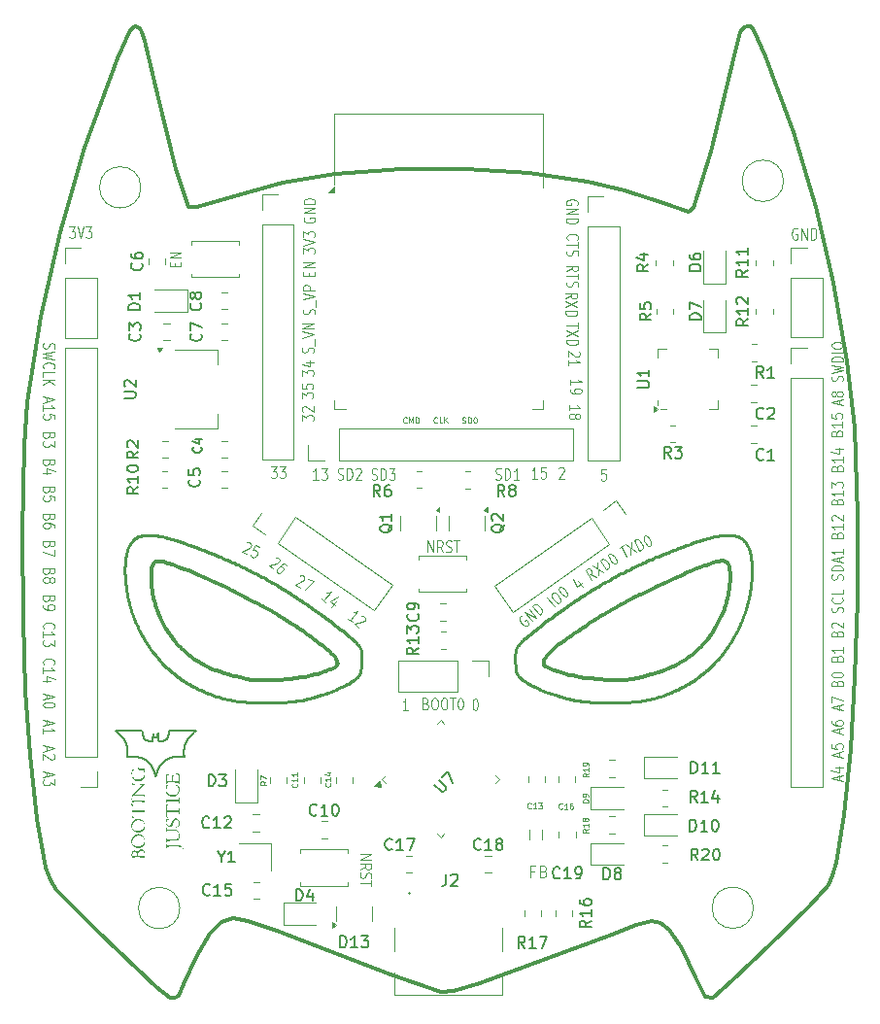
<source format=gbr>
%TF.GenerationSoftware,KiCad,Pcbnew,9.0.2*%
%TF.CreationDate,2025-08-29T22:08:23+05:30*%
%TF.ProjectId,4 SRA,34205352-412e-46b6-9963-61645f706362,rev?*%
%TF.SameCoordinates,Original*%
%TF.FileFunction,Legend,Top*%
%TF.FilePolarity,Positive*%
%FSLAX46Y46*%
G04 Gerber Fmt 4.6, Leading zero omitted, Abs format (unit mm)*
G04 Created by KiCad (PCBNEW 9.0.2) date 2025-08-29 22:08:23*
%MOMM*%
%LPD*%
G01*
G04 APERTURE LIST*
%ADD10C,0.300000*%
%ADD11C,0.250000*%
%ADD12C,0.150000*%
%ADD13C,0.100000*%
%ADD14C,0.125000*%
%ADD15C,0.062500*%
%ADD16C,0.120000*%
G04 APERTURE END LIST*
D10*
X126290000Y-104390000D02*
X126010000Y-104310000D01*
D11*
X158190000Y-110305000D02*
X158030000Y-110435000D01*
D10*
X124271054Y-58838393D02*
X124021836Y-58075708D01*
X164395000Y-114560000D02*
X164075000Y-114540000D01*
X171385000Y-112820000D02*
X171125000Y-112970000D01*
D11*
X156710000Y-114035000D02*
X156760000Y-114135000D01*
X162580000Y-107165000D02*
X162540000Y-107195000D01*
X172970000Y-102325000D02*
X172860000Y-102355000D01*
X161830000Y-107655000D02*
X161800000Y-107675000D01*
X158280000Y-110235000D02*
X158190000Y-110305000D01*
X134200000Y-105445000D02*
X134350000Y-105525000D01*
X172960000Y-113985000D02*
X173030000Y-113925000D01*
X136480000Y-106755000D02*
X136540000Y-106795000D01*
X158560000Y-110015000D02*
X158480000Y-110075000D01*
D10*
X171117731Y-137950294D02*
X172297228Y-140534865D01*
X161585000Y-114200000D02*
X161305000Y-114130000D01*
D12*
X125199554Y-122900150D02*
X125199486Y-122900720D01*
D11*
X128600000Y-115215000D02*
X128540000Y-115185000D01*
X174760000Y-101945000D02*
X174600000Y-101955000D01*
X156540000Y-112545000D02*
X156540000Y-112625000D01*
X123740000Y-110155000D02*
X123710000Y-110085000D01*
X156990000Y-111365000D02*
X156960000Y-111395000D01*
D10*
X134580000Y-108180000D02*
X134470000Y-108120000D01*
D11*
X127560000Y-114595000D02*
X127500000Y-114555000D01*
X169470000Y-115905000D02*
X169610000Y-115855000D01*
X122710000Y-103355000D02*
X122720000Y-103315000D01*
D10*
X131436094Y-72575479D02*
X128838633Y-73366104D01*
D11*
X123070000Y-102605000D02*
X123100000Y-102565000D01*
D10*
X134350000Y-108060000D02*
X134250000Y-108010000D01*
X131980000Y-114210000D02*
X132240000Y-114280000D01*
X168815000Y-113970000D02*
X168675000Y-114020000D01*
X169625000Y-106080000D02*
X169805000Y-106000000D01*
D11*
X142950000Y-114135000D02*
X142920000Y-114185000D01*
D10*
X125430000Y-108730000D02*
X125600000Y-109150000D01*
D11*
X124680000Y-101935000D02*
X124790000Y-101935000D01*
X137490000Y-116405000D02*
X137420000Y-116415000D01*
D10*
X133840000Y-114610000D02*
X133960000Y-114610000D01*
D11*
X122770000Y-103155000D02*
X122790000Y-103105000D01*
X123510000Y-109645000D02*
X123440000Y-109495000D01*
X140110000Y-109225000D02*
X140200000Y-109285000D01*
D10*
X130310000Y-106040000D02*
X130140000Y-105955000D01*
D11*
X142600000Y-111235000D02*
X142660000Y-111295000D01*
X128940000Y-103105000D02*
X129030000Y-103135000D01*
X122530000Y-104735000D02*
X122540000Y-104635000D01*
X122910000Y-102855000D02*
X122940000Y-102805000D01*
X169690000Y-103525000D02*
X169630000Y-103545000D01*
D10*
X125920000Y-104290000D02*
X125760000Y-104260000D01*
D11*
X162300000Y-107345000D02*
X162150000Y-107445000D01*
X122550000Y-104525000D02*
X122560000Y-104405000D01*
D12*
X122750903Y-121279860D02*
X122760603Y-121156380D01*
D10*
X124890000Y-104800000D02*
X124870000Y-104900000D01*
D11*
X157000000Y-114415000D02*
X157050000Y-114455000D01*
X169630000Y-103545000D02*
X169530000Y-103585000D01*
D10*
X173065000Y-104630000D02*
X173205000Y-104580000D01*
X167225000Y-114410000D02*
X167065000Y-114440000D01*
D11*
X176140000Y-102155000D02*
X176100000Y-102135000D01*
X143140000Y-113325000D02*
X143120000Y-113505000D01*
D10*
X127740000Y-104930000D02*
X127450000Y-104820000D01*
D11*
X164430000Y-106035000D02*
X164320000Y-106105000D01*
X157960000Y-110485000D02*
X157850000Y-110585000D01*
X159730000Y-115775000D02*
X159960000Y-115855000D01*
X129140000Y-115475000D02*
X129050000Y-115435000D01*
X174170000Y-102035000D02*
X174040000Y-102055000D01*
X143000000Y-111705000D02*
X143020000Y-111755000D01*
D10*
X131150000Y-113960000D02*
X131300000Y-114010000D01*
D11*
X122560000Y-104225000D02*
X122580000Y-104075000D01*
X172770000Y-102385000D02*
X172690000Y-102415000D01*
X173220000Y-113765000D02*
X173280000Y-113715000D01*
D10*
X171515000Y-105230000D02*
X171815000Y-105100000D01*
D11*
X130660000Y-103795000D02*
X130720000Y-103815000D01*
X163330000Y-106695000D02*
X163230000Y-106755000D01*
D10*
X169805000Y-106000000D02*
X169975000Y-105915000D01*
D11*
X176690000Y-108355000D02*
X176710000Y-108285000D01*
X160360000Y-115975000D02*
X160430000Y-116005000D01*
D10*
X166885000Y-107430000D02*
X167095000Y-107320000D01*
D11*
X124260000Y-111095000D02*
X124200000Y-110995000D01*
X131290000Y-104055000D02*
X131390000Y-104095000D01*
X140950000Y-115395000D02*
X140690000Y-115505000D01*
X175130000Y-101935000D02*
X175030000Y-101935000D01*
D10*
X173415000Y-104500000D02*
X173825000Y-104350000D01*
D11*
X123190000Y-108845000D02*
X123160000Y-108765000D01*
X137820000Y-107615000D02*
X137880000Y-107655000D01*
X129330000Y-103255000D02*
X129390000Y-103275000D01*
X125530000Y-112815000D02*
X125430000Y-112705000D01*
X174980000Y-111805000D02*
X175060000Y-111695000D01*
X143120000Y-113505000D02*
X143090000Y-113725000D01*
X174250000Y-102015000D02*
X174170000Y-102035000D01*
X139690000Y-108915000D02*
X139760000Y-108965000D01*
X167960000Y-104255000D02*
X167850000Y-104305000D01*
X172800000Y-114115000D02*
X172850000Y-114075000D01*
X166300000Y-105045000D02*
X166180000Y-105105000D01*
X127570000Y-102595000D02*
X127670000Y-102635000D01*
X176550000Y-108765000D02*
X176570000Y-108705000D01*
D10*
X129280000Y-113190000D02*
X129480000Y-113290000D01*
D11*
X138700000Y-116165000D02*
X138560000Y-116195000D01*
X139530000Y-108805000D02*
X139600000Y-108855000D01*
X176870000Y-107685000D02*
X176900000Y-107535000D01*
X174810000Y-112035000D02*
X174910000Y-111905000D01*
D10*
X163655000Y-114500000D02*
X163205000Y-114460000D01*
D11*
X139440000Y-108735000D02*
X139480000Y-108765000D01*
X158400000Y-110145000D02*
X158350000Y-110185000D01*
D10*
X133221446Y-135571973D02*
X135816759Y-136450686D01*
D11*
X176000000Y-110085000D02*
X176050000Y-109965000D01*
X157830000Y-114955000D02*
X157910000Y-114995000D01*
D10*
X161835000Y-114260000D02*
X161585000Y-114200000D01*
D11*
X162000000Y-107545000D02*
X161950000Y-107575000D01*
X156670000Y-111795000D02*
X156620000Y-111915000D01*
X176770000Y-108075000D02*
X176800000Y-107965000D01*
D10*
X132860000Y-107280000D02*
X132720000Y-107210000D01*
X131760000Y-114150000D02*
X131980000Y-114210000D01*
X133520000Y-114560000D02*
X133840000Y-114610000D01*
X125120000Y-107740000D02*
X125160000Y-107910000D01*
D11*
X171650000Y-114915000D02*
X171780000Y-114835000D01*
D10*
X131580000Y-114100000D02*
X131760000Y-114150000D01*
D11*
X176750000Y-108135000D02*
X176770000Y-108075000D01*
X169210000Y-103725000D02*
X169130000Y-103765000D01*
D12*
X127704110Y-121233370D02*
X127710910Y-121286470D01*
D11*
X162220000Y-116405000D02*
X162290000Y-116415000D01*
D10*
X116863242Y-75583319D02*
X115223984Y-82888012D01*
D11*
X163170000Y-106795000D02*
X163130000Y-106825000D01*
D10*
X139570000Y-113960000D02*
X139780000Y-113900000D01*
D11*
X122680000Y-106885000D02*
X122660000Y-106765000D01*
X161950000Y-107575000D02*
X161890000Y-107615000D01*
X175390000Y-101955000D02*
X175270000Y-101945000D01*
X162560000Y-116445000D02*
X162690000Y-116455000D01*
X136410000Y-116505000D02*
X136190000Y-116515000D01*
X171130000Y-102965000D02*
X170980000Y-103025000D01*
X171780000Y-114835000D02*
X171870000Y-114775000D01*
D10*
X167255000Y-107240000D02*
X167395000Y-107170000D01*
D11*
X143000000Y-114035000D02*
X142950000Y-114135000D01*
D10*
X160815000Y-114000000D02*
X160545000Y-113920000D01*
X168195000Y-106770000D02*
X168365000Y-106690000D01*
D11*
X175970000Y-110155000D02*
X176000000Y-110085000D01*
D12*
X125264384Y-122863710D02*
X125225634Y-122997450D01*
D10*
X135330000Y-108600000D02*
X135170000Y-108510000D01*
D11*
X176640000Y-102605000D02*
X176610000Y-102565000D01*
D12*
X124067748Y-119138530D02*
X124113978Y-119359880D01*
D10*
X135120000Y-114620000D02*
X135450000Y-114620000D01*
D11*
X127410000Y-114485000D02*
X127290000Y-114405000D01*
D12*
X127982780Y-119758870D02*
X127979068Y-119764964D01*
X127975382Y-119771055D01*
X127971738Y-119777114D01*
X127968120Y-119783169D01*
X127964543Y-119789194D01*
X127960991Y-119795216D01*
X127957479Y-119801209D01*
X127953993Y-119807200D01*
X127950545Y-119813163D01*
X127947123Y-119819123D01*
X127943738Y-119825058D01*
X127940378Y-119830990D01*
X127937054Y-119836897D01*
X127933755Y-119842802D01*
X127930492Y-119848684D01*
X127927253Y-119854565D01*
X127924048Y-119860422D01*
X127920868Y-119866279D01*
X127917722Y-119872115D01*
X127914599Y-119877949D01*
X127911509Y-119883764D01*
X127908442Y-119889577D01*
X127905408Y-119895372D01*
X127902397Y-119901167D01*
X127899418Y-119906944D01*
X127896461Y-119912721D01*
X127893535Y-119918481D01*
X127890632Y-119924241D01*
X127887759Y-119929986D01*
X127884907Y-119935731D01*
X127882086Y-119941462D01*
X127879286Y-119947194D01*
X127876516Y-119952912D01*
X127873767Y-119958631D01*
X127871046Y-119964338D01*
X127868347Y-119970046D01*
X127865675Y-119975743D01*
X127863025Y-119981441D01*
X127860401Y-119987129D01*
X127857799Y-119992819D01*
X127855223Y-119998499D01*
X127852668Y-120004182D01*
X127850139Y-120009856D01*
X127847631Y-120015532D01*
X127845148Y-120021201D01*
X127842685Y-120026873D01*
X127840247Y-120032539D01*
X127837830Y-120038207D01*
X127835437Y-120043870D01*
X127833064Y-120049536D01*
X127830715Y-120055197D01*
X127828386Y-120060862D01*
X127826080Y-120066523D01*
X127823794Y-120072188D01*
X127821531Y-120077850D01*
X127819288Y-120083516D01*
X127817067Y-120089181D01*
X127814866Y-120094850D01*
X127812687Y-120100517D01*
X127810527Y-120106190D01*
X127808389Y-120111862D01*
X127806270Y-120117540D01*
X127804172Y-120123218D01*
X127802094Y-120128902D01*
X127800036Y-120134587D01*
X127797998Y-120140278D01*
X127795980Y-120145971D01*
X127793981Y-120151670D01*
X127792002Y-120157373D01*
X127790042Y-120163082D01*
X127788102Y-120168795D01*
X127786181Y-120174515D01*
X127784279Y-120180240D01*
X127782396Y-120185972D01*
X127778686Y-120197455D01*
X127775051Y-120208967D01*
X127771491Y-120220510D01*
X127768004Y-120232086D01*
X127764589Y-120243698D01*
X127761247Y-120255349D01*
X127757976Y-120267040D01*
X127754776Y-120278775D01*
X127751647Y-120290556D01*
X127748587Y-120302385D01*
X127745597Y-120314266D01*
X127742676Y-120326200D01*
X127739823Y-120338191D01*
X127737039Y-120350241D01*
X127734322Y-120362353D01*
X127731673Y-120374529D01*
X127729091Y-120386773D01*
X127726576Y-120399087D01*
X127724128Y-120411475D01*
X127721746Y-120423939D01*
X127719431Y-120436482D01*
X127717182Y-120449107D01*
X127714998Y-120461818D01*
X127712881Y-120474618D01*
X127710830Y-120487510D01*
X127708844Y-120500497D01*
X127706925Y-120513583D01*
X127705071Y-120526772D01*
X127703283Y-120540066D01*
X127701561Y-120553470D01*
X127699905Y-120566987D01*
X127698316Y-120580622D01*
X127696793Y-120594377D01*
X127695337Y-120608259D01*
X127693947Y-120622269D01*
X127692625Y-120636414D01*
X127691370Y-120650696D01*
X127690183Y-120665122D01*
X127689064Y-120679696D01*
X127688013Y-120694422D01*
X127687590Y-120700690D01*
D11*
X123200000Y-102445000D02*
X123250000Y-102395000D01*
D10*
X129160000Y-113110000D02*
X129280000Y-113190000D01*
X164075000Y-114540000D02*
X163815000Y-114520000D01*
X125030000Y-107410000D02*
X125060000Y-107510000D01*
D11*
X170490000Y-103215000D02*
X170380000Y-103255000D01*
X172140000Y-102595000D02*
X172040000Y-102635000D01*
D10*
X174355000Y-104220000D02*
X174475000Y-104190000D01*
X125320000Y-104260000D02*
X125210000Y-104300000D01*
X166133355Y-71937413D02*
X162848403Y-71157524D01*
D11*
X128330000Y-102875000D02*
X128480000Y-102925000D01*
D10*
X184319909Y-79925327D02*
X182762287Y-73327472D01*
X170955000Y-113070000D02*
X170835000Y-113150000D01*
D11*
X163440000Y-106625000D02*
X163380000Y-106665000D01*
D10*
X168355000Y-114110000D02*
X168135000Y-114170000D01*
D11*
X172860000Y-102355000D02*
X172770000Y-102385000D01*
D13*
X179950000Y-71075000D02*
G75*
G02*
X176344448Y-71075000I-1802776J0D01*
G01*
X176344448Y-71075000D02*
G75*
G02*
X179950000Y-71075000I1802776J0D01*
G01*
D11*
X159160000Y-109545000D02*
X158930000Y-109725000D01*
X137710000Y-107545000D02*
X137760000Y-107575000D01*
X158120000Y-115105000D02*
X158230000Y-115155000D01*
X160270000Y-108735000D02*
X160230000Y-108765000D01*
D10*
X126471055Y-142234299D02*
X126892150Y-142283689D01*
X166275000Y-114570000D02*
X166155000Y-114570000D01*
X135720000Y-114600000D02*
X136040000Y-114580000D01*
D11*
X175880000Y-102045000D02*
X175790000Y-102015000D01*
D12*
X147370490Y-133193170D02*
X147286220Y-133129070D01*
D10*
X127640000Y-112000000D02*
X127870000Y-112200000D01*
D11*
X136160000Y-106555000D02*
X136220000Y-106595000D01*
X139990000Y-109135000D02*
X140110000Y-109225000D01*
X137810000Y-116365000D02*
X137660000Y-116385000D01*
X160110000Y-108855000D02*
X160020000Y-108915000D01*
X139050000Y-108455000D02*
X139120000Y-108505000D01*
X123580000Y-109795000D02*
X123510000Y-109645000D01*
D10*
X163065000Y-109620000D02*
X163345000Y-109450000D01*
X166175000Y-107810000D02*
X166295000Y-107750000D01*
D11*
X137130000Y-107165000D02*
X137170000Y-107195000D01*
X141430000Y-110235000D02*
X141520000Y-110305000D01*
X126490000Y-113765000D02*
X126430000Y-113715000D01*
D10*
X130680000Y-106210000D02*
X130490000Y-106120000D01*
D11*
X177180000Y-104965000D02*
X177180000Y-104815000D01*
X139370000Y-108685000D02*
X139440000Y-108735000D01*
D10*
X126860000Y-111160000D02*
X126940000Y-111260000D01*
D11*
X176460000Y-102395000D02*
X176410000Y-102345000D01*
X160660000Y-108455000D02*
X160590000Y-108505000D01*
X140200000Y-109285000D02*
X140280000Y-109345000D01*
D10*
X162765000Y-109810000D02*
X163065000Y-109620000D01*
D11*
X141230000Y-110075000D02*
X141310000Y-110145000D01*
D10*
X168675000Y-114020000D02*
X168535000Y-114060000D01*
D11*
X137420000Y-116415000D02*
X137360000Y-116425000D01*
X127750000Y-102655000D02*
X127890000Y-102705000D01*
D10*
X172055000Y-105010000D02*
X172375000Y-104890000D01*
D11*
X168280000Y-116275000D02*
X168480000Y-116225000D01*
D10*
X131600000Y-106660000D02*
X131440000Y-106580000D01*
D11*
X176710000Y-102715000D02*
X176670000Y-102655000D01*
X176360000Y-102305000D02*
X176300000Y-102255000D01*
D10*
X141050000Y-112960000D02*
X141020000Y-112880000D01*
D11*
X142090000Y-114835000D02*
X142010000Y-114885000D01*
D10*
X135740000Y-108860000D02*
X135600000Y-108770000D01*
D11*
X129030000Y-103135000D02*
X129080000Y-103155000D01*
X176610000Y-108585000D02*
X176630000Y-108535000D01*
D10*
X168515000Y-106620000D02*
X168675000Y-106540000D01*
D11*
X143170000Y-112625000D02*
X143170000Y-112795000D01*
X177010000Y-106985000D02*
X177020000Y-106925000D01*
D10*
X166005000Y-107900000D02*
X166175000Y-107810000D01*
D11*
X139840000Y-109025000D02*
X139910000Y-109075000D01*
D10*
X163205000Y-114460000D02*
X162625000Y-114400000D01*
D11*
X164910000Y-116545000D02*
X165120000Y-116545000D01*
X159650000Y-115745000D02*
X159730000Y-115775000D01*
X126280000Y-113575000D02*
X126150000Y-113455000D01*
D10*
X137050000Y-109660000D02*
X136770000Y-109490000D01*
D11*
X171450000Y-102845000D02*
X171380000Y-102875000D01*
X126430000Y-113715000D02*
X126370000Y-113655000D01*
D10*
X170635000Y-113250000D02*
X170415000Y-113360000D01*
D11*
X168420000Y-104055000D02*
X168320000Y-104095000D01*
X127180000Y-114325000D02*
X127080000Y-114245000D01*
X168480000Y-116225000D02*
X168670000Y-116165000D01*
X176960000Y-103205000D02*
X176940000Y-103155000D01*
X143090000Y-113725000D02*
X143060000Y-113855000D01*
X123830000Y-102045000D02*
X123920000Y-102015000D01*
X122790000Y-107455000D02*
X122770000Y-107365000D01*
X176670000Y-102655000D02*
X176640000Y-102605000D01*
D10*
X159165000Y-113380000D02*
X159085000Y-113300000D01*
X135600000Y-108770000D02*
X135480000Y-108690000D01*
D11*
X160990000Y-108225000D02*
X160860000Y-108315000D01*
X126910000Y-114115000D02*
X126860000Y-114075000D01*
X156550000Y-113105000D02*
X156570000Y-113325000D01*
X177160000Y-104525000D02*
X177150000Y-104405000D01*
X157390000Y-110975000D02*
X157310000Y-111045000D01*
D10*
X129770000Y-105790000D02*
X129590000Y-105710000D01*
D11*
X122560000Y-104325000D02*
X122560000Y-104225000D01*
X142800000Y-111445000D02*
X142850000Y-111505000D01*
X143140000Y-112145000D02*
X143160000Y-112365000D01*
D10*
X170525000Y-105670000D02*
X170735000Y-105580000D01*
X124830000Y-105760000D02*
X124900000Y-106570000D01*
D11*
X165150000Y-105635000D02*
X164970000Y-105735000D01*
D10*
X176188048Y-58097180D02*
X175616565Y-60114558D01*
X135816759Y-136450686D02*
X145695279Y-140227635D01*
D11*
X140780000Y-109725000D02*
X140890000Y-109815000D01*
X176740000Y-108175000D02*
X176750000Y-108135000D01*
X133220000Y-116505000D02*
X132900000Y-116475000D01*
X137660000Y-116385000D02*
X137490000Y-116405000D01*
X177170000Y-105435000D02*
X177180000Y-105315000D01*
X123220000Y-108925000D02*
X123190000Y-108845000D01*
X165660000Y-116545000D02*
X165970000Y-116525000D01*
X177150000Y-104405000D02*
X177150000Y-104325000D01*
X156710000Y-111705000D02*
X156690000Y-111755000D01*
X128540000Y-115185000D02*
X128490000Y-115155000D01*
D10*
X145695279Y-140227635D02*
X150106015Y-141772365D01*
D11*
X138410000Y-108015000D02*
X138430000Y-108025000D01*
D12*
X127392291Y-121273370D02*
X127381621Y-121272942D01*
X127371009Y-121272537D01*
X127360549Y-121272158D01*
X127350145Y-121271800D01*
X127339886Y-121271468D01*
X127329682Y-121271158D01*
X127319617Y-121270872D01*
X127309604Y-121270607D01*
X127299726Y-121270366D01*
X127289897Y-121270147D01*
X127280197Y-121269950D01*
X127270546Y-121269775D01*
X127261019Y-121269621D01*
X127251538Y-121269489D01*
X127242176Y-121269378D01*
X127232859Y-121269288D01*
X127223657Y-121269220D01*
X127214498Y-121269171D01*
X127205449Y-121269143D01*
X127196442Y-121269136D01*
X127187541Y-121269148D01*
X127178681Y-121269180D01*
X127169922Y-121269233D01*
X127161203Y-121269305D01*
X127152581Y-121269396D01*
X127143998Y-121269507D01*
X127135508Y-121269636D01*
X127127056Y-121269786D01*
X127118694Y-121269953D01*
X127110369Y-121270140D01*
X127102130Y-121270345D01*
X127093926Y-121270570D01*
X127085806Y-121270812D01*
X127077719Y-121271073D01*
X127069713Y-121271351D01*
X127061740Y-121271649D01*
X127053844Y-121271963D01*
X127045981Y-121272297D01*
X127038191Y-121272647D01*
X127030432Y-121273016D01*
X127022745Y-121273402D01*
X127015088Y-121273806D01*
X127007500Y-121274227D01*
X126999941Y-121274666D01*
X126992448Y-121275121D01*
X126984984Y-121275595D01*
X126977582Y-121276084D01*
X126970209Y-121276592D01*
X126962896Y-121277116D01*
X126955611Y-121277658D01*
X126948383Y-121278216D01*
X126941182Y-121278792D01*
X126934037Y-121279383D01*
X126926918Y-121279993D01*
X126919852Y-121280617D01*
X126912811Y-121281260D01*
X126905821Y-121281918D01*
X126898856Y-121282595D01*
X126891940Y-121283286D01*
X126885047Y-121283995D01*
X126878202Y-121284719D01*
X126871379Y-121285462D01*
X126864601Y-121286219D01*
X126857846Y-121286994D01*
X126851134Y-121287784D01*
X126844443Y-121288592D01*
X126837794Y-121289415D01*
X126831165Y-121290256D01*
X126824576Y-121291112D01*
X126818007Y-121291985D01*
X126811476Y-121292874D01*
X126804964Y-121293780D01*
X126798488Y-121294701D01*
X126792031Y-121295640D01*
X126785608Y-121296594D01*
X126779203Y-121297565D01*
X126772831Y-121298552D01*
X126766477Y-121299557D01*
X126760153Y-121300577D01*
X126753847Y-121301614D01*
X126747569Y-121302667D01*
X126741309Y-121303737D01*
X126735075Y-121304823D01*
X126728858Y-121305926D01*
X126722667Y-121307045D01*
X126716491Y-121308182D01*
X126710339Y-121309334D01*
X126704203Y-121310504D01*
X126698089Y-121311691D01*
X126691990Y-121312894D01*
X126685912Y-121314114D01*
X126679848Y-121315351D01*
X126673803Y-121316605D01*
X126667772Y-121317877D01*
X126661759Y-121319165D01*
X126655760Y-121320470D01*
X126649776Y-121321793D01*
X126643806Y-121323133D01*
X126637850Y-121324490D01*
X126631907Y-121325866D01*
X126625977Y-121327258D01*
X126620059Y-121328668D01*
X126614152Y-121330096D01*
X126608258Y-121331542D01*
X126602373Y-121333006D01*
X126596500Y-121334487D01*
X126590635Y-121335987D01*
X126584781Y-121337505D01*
X126573098Y-121340597D01*
X126561446Y-121343762D01*
X126549823Y-121347003D01*
X126538223Y-121350320D01*
X126526643Y-121353715D01*
X126515079Y-121357188D01*
X126503527Y-121360741D01*
X126491984Y-121364375D01*
X126480445Y-121368092D01*
X126468906Y-121371892D01*
X126457364Y-121375778D01*
X126445813Y-121379750D01*
X126434251Y-121383812D01*
X126422672Y-121387963D01*
X126411072Y-121392207D01*
X126399447Y-121396546D01*
X126387793Y-121400981D01*
X126382662Y-121402960D01*
D11*
X140280000Y-109345000D02*
X140360000Y-109405000D01*
X161010000Y-116165000D02*
X161150000Y-116195000D01*
D10*
X130140000Y-105955000D02*
X129970000Y-105880000D01*
D11*
X129230000Y-115515000D02*
X129140000Y-115475000D01*
X176400000Y-109165000D02*
X176430000Y-109085000D01*
X172040000Y-102635000D02*
X171960000Y-102655000D01*
D10*
X130530000Y-113750000D02*
X130780000Y-113840000D01*
X166295000Y-107750000D02*
X166425000Y-107680000D01*
D11*
X137020000Y-116455000D02*
X136900000Y-116465000D01*
D10*
X176482386Y-57688970D02*
X176188048Y-58097180D01*
D11*
X160860000Y-108315000D02*
X160760000Y-108385000D01*
X126860000Y-114075000D02*
X126800000Y-114025000D01*
D10*
X166835000Y-114480000D02*
X166595000Y-114520000D01*
D11*
X164620000Y-105925000D02*
X164430000Y-106035000D01*
D10*
X116018907Y-132001285D02*
X116586095Y-132864961D01*
D11*
X122810000Y-103055000D02*
X122840000Y-102995000D01*
D10*
X159245000Y-113440000D02*
X159165000Y-113380000D01*
D11*
X126570000Y-113835000D02*
X126490000Y-113765000D01*
X171170000Y-115185000D02*
X171220000Y-115155000D01*
X134920000Y-105835000D02*
X135090000Y-105925000D01*
X169300000Y-103685000D02*
X169210000Y-103725000D01*
X162930000Y-116475000D02*
X163140000Y-116495000D01*
X135090000Y-105925000D02*
X135280000Y-106035000D01*
X157910000Y-114995000D02*
X158060000Y-115075000D01*
X142180000Y-110855000D02*
X142240000Y-110905000D01*
D10*
X159065000Y-112920000D02*
X159095000Y-112840000D01*
D11*
X160530000Y-108545000D02*
X160380000Y-108655000D01*
X176050000Y-109965000D02*
X176130000Y-109795000D01*
X176940000Y-103155000D02*
X176920000Y-103105000D01*
X127290000Y-114405000D02*
X127230000Y-114365000D01*
X125160000Y-112375000D02*
X125080000Y-112275000D01*
D10*
X166155000Y-114570000D02*
X165815000Y-114580000D01*
D12*
X124046078Y-119013920D02*
X124067748Y-119138530D01*
D11*
X142750000Y-111395000D02*
X142800000Y-111445000D01*
X123280000Y-109085000D02*
X123250000Y-109005000D01*
X176940000Y-107365000D02*
X176960000Y-107265000D01*
X174370000Y-101985000D02*
X174250000Y-102015000D01*
X143020000Y-111755000D02*
X143040000Y-111795000D01*
X176920000Y-107455000D02*
X176940000Y-107365000D01*
D10*
X141090000Y-113180000D02*
X141090000Y-113110000D01*
D11*
X122720000Y-107085000D02*
X122710000Y-107045000D01*
X161670000Y-116335000D02*
X161900000Y-116365000D01*
D10*
X172297228Y-140534865D02*
X173128674Y-142187010D01*
D11*
X138120000Y-116315000D02*
X138040000Y-116335000D01*
D10*
X160545000Y-113920000D02*
X160335000Y-113860000D01*
D11*
X123110000Y-108615000D02*
X123100000Y-108585000D01*
D10*
X159205000Y-112660000D02*
X159295000Y-112510000D01*
D11*
X168880000Y-116105000D02*
X169020000Y-116055000D01*
D13*
X177327776Y-134425000D02*
G75*
G02*
X173722224Y-134425000I-1802776J0D01*
G01*
X173722224Y-134425000D02*
G75*
G02*
X177327776Y-134425000I1802776J0D01*
G01*
D11*
X139280000Y-116005000D02*
X139240000Y-116005000D01*
X156650000Y-113855000D02*
X156680000Y-113965000D01*
D10*
X139830000Y-111620000D02*
X139450000Y-111340000D01*
X132720000Y-107210000D02*
X132580000Y-107140000D01*
D11*
X125880000Y-113195000D02*
X125730000Y-113035000D01*
X170720000Y-115405000D02*
X170830000Y-115355000D01*
X167450000Y-104485000D02*
X167320000Y-104545000D01*
X126990000Y-114175000D02*
X126910000Y-114115000D01*
X175330000Y-111285000D02*
X175390000Y-111195000D01*
X122560000Y-105885000D02*
X122550000Y-105755000D01*
X166880000Y-104755000D02*
X166790000Y-104805000D01*
X170660000Y-115435000D02*
X170720000Y-115405000D01*
X123800000Y-110275000D02*
X123740000Y-110155000D01*
X157110000Y-111235000D02*
X157050000Y-111295000D01*
D10*
X182139225Y-134332350D02*
X183870856Y-132428833D01*
D11*
X139480000Y-108765000D02*
X139530000Y-108805000D01*
X177120000Y-106135000D02*
X177150000Y-105885000D01*
X157470000Y-110905000D02*
X157390000Y-110975000D01*
X166180000Y-105105000D02*
X166050000Y-105175000D01*
X176610000Y-102565000D02*
X176580000Y-102525000D01*
X162150000Y-107445000D02*
X162020000Y-107535000D01*
X140360000Y-109405000D02*
X140440000Y-109465000D01*
X143030000Y-113965000D02*
X143000000Y-114035000D01*
X164790000Y-116545000D02*
X164910000Y-116545000D01*
X172230000Y-102565000D02*
X172140000Y-102595000D01*
X122690000Y-106925000D02*
X122680000Y-106885000D01*
D12*
X122760603Y-121156380D02*
X122761582Y-121143367D01*
X122762523Y-121129795D01*
X122763422Y-121115667D01*
X122764276Y-121100991D01*
X122765081Y-121085777D01*
X122765833Y-121070039D01*
X122766530Y-121053797D01*
X122767168Y-121037074D01*
X122767743Y-121019896D01*
X122768252Y-121002295D01*
X122768692Y-120984309D01*
X122769061Y-120965978D01*
X122769356Y-120947348D01*
X122769576Y-120928469D01*
X122769717Y-120909396D01*
X122769780Y-120890184D01*
X122769763Y-120870894D01*
X122769667Y-120851588D01*
X122769589Y-120841948D01*
X122769491Y-120832329D01*
X122769373Y-120822741D01*
X122769236Y-120813182D01*
X122769079Y-120803677D01*
X122768904Y-120794209D01*
X122768709Y-120784818D01*
X122768495Y-120775472D01*
X122768264Y-120766225D01*
X122768014Y-120757031D01*
X122767747Y-120747957D01*
X122767462Y-120738942D01*
X122767161Y-120730068D01*
X122766842Y-120721259D01*
X122766509Y-120712609D01*
X122766159Y-120704029D01*
X122765795Y-120695626D01*
X122765415Y-120687297D01*
X122765023Y-120679159D01*
X122764615Y-120671101D01*
X122764197Y-120663244D01*
X122763764Y-120655472D01*
X122763322Y-120647912D01*
X122762865Y-120640440D01*
X122762401Y-120633187D01*
X122761923Y-120626025D01*
X122761439Y-120619088D01*
X122760942Y-120612243D01*
X122760442Y-120605628D01*
X122759928Y-120599107D01*
X122759412Y-120592817D01*
X122758884Y-120586622D01*
X122758355Y-120580658D01*
X122757814Y-120574790D01*
X122757274Y-120569152D01*
X122756723Y-120563609D01*
X122756175Y-120558293D01*
X122755616Y-120553072D01*
X122755060Y-120548075D01*
X122754495Y-120543171D01*
X122753934Y-120538487D01*
X122753364Y-120533894D01*
X122752800Y-120529514D01*
X122752228Y-120525224D01*
X122751662Y-120521141D01*
X122751089Y-120517146D01*
X122750523Y-120513350D01*
X122749950Y-120509640D01*
X122749553Y-120507150D01*
D10*
X172475000Y-111960000D02*
X172245000Y-112160000D01*
D11*
X165510000Y-105445000D02*
X165360000Y-105525000D01*
X133410000Y-105045000D02*
X133530000Y-105105000D01*
D10*
X159695000Y-112090000D02*
X159795000Y-112000000D01*
D11*
X158820000Y-109815000D02*
X158700000Y-109915000D01*
X134440000Y-105575000D02*
X134560000Y-105635000D01*
X165120000Y-116545000D02*
X165420000Y-116545000D01*
D10*
X164988245Y-136738567D02*
X167130231Y-135937206D01*
D11*
X177170000Y-105645000D02*
X177170000Y-105535000D01*
X128100000Y-102785000D02*
X128260000Y-102845000D01*
D10*
X119048203Y-68192694D02*
X116863242Y-75583319D01*
X167065000Y-114440000D02*
X166835000Y-114480000D01*
D11*
X156760000Y-111635000D02*
X156730000Y-111675000D01*
D12*
X122562706Y-119911170D02*
X122559923Y-119905513D01*
X122557125Y-119899871D01*
X122554322Y-119894263D01*
X122551503Y-119888670D01*
X122548679Y-119883110D01*
X122545839Y-119877563D01*
X122542993Y-119872048D01*
X122540131Y-119866546D01*
X122537263Y-119861074D01*
X122534378Y-119855615D01*
X122531486Y-119850185D01*
X122528577Y-119844768D01*
X122525661Y-119839377D01*
X122522728Y-119833999D01*
X122519787Y-119828647D01*
X122516829Y-119823306D01*
X122513862Y-119817990D01*
X122510879Y-119812685D01*
X122507885Y-119807404D01*
X122504875Y-119802133D01*
X122501854Y-119796885D01*
X122498817Y-119791647D01*
X122495768Y-119786430D01*
X122492702Y-119781224D01*
X122489624Y-119776037D01*
X122486529Y-119770860D01*
X122483422Y-119765702D01*
X122480297Y-119760553D01*
X122477160Y-119755422D01*
X122474004Y-119750300D01*
X122470835Y-119745194D01*
X122467648Y-119740097D01*
X122464447Y-119735015D01*
X122461228Y-119729942D01*
X122457994Y-119724883D01*
X122454741Y-119719833D01*
X122451473Y-119714795D01*
X122448187Y-119709766D01*
X122444884Y-119704748D01*
X122441562Y-119699738D01*
X122438224Y-119694739D01*
X122434867Y-119689748D01*
X122431492Y-119684767D01*
X122428098Y-119679792D01*
X122424686Y-119674827D01*
X122421254Y-119669869D01*
X122417803Y-119664918D01*
X122414333Y-119659974D01*
X122410843Y-119655037D01*
X122407333Y-119650107D01*
X122403803Y-119645182D01*
X122400252Y-119640264D01*
X122396680Y-119635350D01*
X122393088Y-119630443D01*
X122385840Y-119620641D01*
X122378504Y-119610857D01*
X122371079Y-119601087D01*
X122363563Y-119591329D01*
X122355954Y-119581581D01*
X122348248Y-119571841D01*
X122340445Y-119562106D01*
X122332541Y-119552373D01*
X122324534Y-119542641D01*
X122316422Y-119532906D01*
X122308201Y-119523167D01*
X122299870Y-119513422D01*
X122291426Y-119503667D01*
X122282866Y-119493900D01*
X122274187Y-119484119D01*
X122265386Y-119474321D01*
X122256460Y-119464505D01*
X122247406Y-119454667D01*
X122238221Y-119444805D01*
X122228902Y-119434916D01*
X122219446Y-119424998D01*
X122209848Y-119415048D01*
X122200106Y-119405063D01*
X122190215Y-119395041D01*
X122180172Y-119384979D01*
X122169974Y-119374875D01*
X122159616Y-119364725D01*
X122149093Y-119354526D01*
X122138403Y-119344275D01*
X122127539Y-119333971D01*
X122116499Y-119323608D01*
X122105277Y-119313185D01*
X122093867Y-119302697D01*
X122082267Y-119292142D01*
X122070469Y-119281516D01*
X122058469Y-119270816D01*
X122046261Y-119260038D01*
X122033840Y-119249178D01*
X122021199Y-119238232D01*
X122008332Y-119227197D01*
X121995233Y-119216068D01*
X121981895Y-119204841D01*
X121968311Y-119193512D01*
X121954473Y-119182076D01*
X121940376Y-119170529D01*
X121926009Y-119158865D01*
X121911366Y-119147080D01*
X121896438Y-119135167D01*
X121881215Y-119123123D01*
X121865689Y-119110940D01*
X121849850Y-119098614D01*
X121833687Y-119086137D01*
X121817191Y-119073504D01*
X121809595Y-119067720D01*
D11*
X143170000Y-112905000D02*
X143160000Y-113105000D01*
X127020000Y-102415000D02*
X127120000Y-102445000D01*
X177070000Y-106655000D02*
X177090000Y-106455000D01*
D10*
X169025000Y-106360000D02*
X169235000Y-106260000D01*
D12*
X121725325Y-119003620D02*
X122881933Y-118998620D01*
D10*
X169335000Y-113800000D02*
X169095000Y-113880000D01*
D11*
X176970000Y-103245000D02*
X176960000Y-103205000D01*
D10*
X125200000Y-108070000D02*
X125430000Y-108730000D01*
D11*
X161340000Y-107985000D02*
X161300000Y-108015000D01*
D10*
X127080000Y-111420000D02*
X127240000Y-111600000D01*
D11*
X123080000Y-108535000D02*
X123060000Y-108475000D01*
D10*
X124830000Y-105190000D02*
X124830000Y-105400000D01*
X170345000Y-105750000D02*
X170525000Y-105670000D01*
D11*
X123100000Y-102565000D02*
X123130000Y-102525000D01*
X159180000Y-115565000D02*
X159420000Y-115655000D01*
D10*
X139010000Y-111010000D02*
X138860000Y-110900000D01*
X134110000Y-107940000D02*
X133940000Y-107850000D01*
D11*
X156690000Y-111755000D02*
X156670000Y-111795000D01*
D10*
X127450000Y-104820000D02*
X127240000Y-104740000D01*
D11*
X165270000Y-105575000D02*
X165150000Y-105635000D01*
X167830000Y-116345000D02*
X168010000Y-116315000D01*
D10*
X186384532Y-107640168D02*
X186371662Y-100247398D01*
D11*
X176800000Y-107965000D02*
X176830000Y-107855000D01*
X175390000Y-111195000D02*
X175450000Y-111095000D01*
X134350000Y-105525000D02*
X134440000Y-105575000D01*
D10*
X175285000Y-105590000D02*
X175285000Y-105720000D01*
D11*
X129930000Y-115795000D02*
X129800000Y-115745000D01*
D10*
X116586095Y-132864961D02*
X120165391Y-136534495D01*
D11*
X135480000Y-106155000D02*
X135740000Y-106305000D01*
X161240000Y-108055000D02*
X161180000Y-108095000D01*
D10*
X128090000Y-112390000D02*
X128290000Y-112550000D01*
D11*
X122660000Y-106765000D02*
X122640000Y-106655000D01*
X131390000Y-104095000D02*
X131460000Y-104125000D01*
X177180000Y-105315000D02*
X177180000Y-105245000D01*
X162350000Y-116425000D02*
X162460000Y-116435000D01*
X170040000Y-103395000D02*
X169950000Y-103425000D01*
X168320000Y-104095000D02*
X168250000Y-104125000D01*
X163380000Y-106665000D02*
X163330000Y-106695000D01*
X169020000Y-116055000D02*
X169230000Y-115985000D01*
X159720000Y-109135000D02*
X159600000Y-109225000D01*
D10*
X125420000Y-104240000D02*
X125320000Y-104260000D01*
X167095000Y-107320000D02*
X167255000Y-107240000D01*
D11*
X123350000Y-102305000D02*
X123410000Y-102255000D01*
D10*
X178819887Y-137628060D02*
X182139225Y-134332350D01*
D11*
X174630000Y-112275000D02*
X174690000Y-112205000D01*
D10*
X184564802Y-130488796D02*
X185196444Y-126387435D01*
D11*
X156580000Y-112065000D02*
X156570000Y-112145000D01*
X130830000Y-116105000D02*
X130690000Y-116055000D01*
X122860000Y-102955000D02*
X122880000Y-102915000D01*
D12*
X127687590Y-120700690D02*
X127686867Y-120712177D01*
X127686196Y-120724136D01*
X127685578Y-120736561D01*
X127685017Y-120749447D01*
X127684517Y-120762784D01*
X127684080Y-120776559D01*
X127683710Y-120790756D01*
X127683410Y-120805358D01*
X127683182Y-120820343D01*
X127683028Y-120835686D01*
X127682952Y-120851358D01*
X127682953Y-120867329D01*
X127683035Y-120883565D01*
X127683198Y-120900029D01*
X127683442Y-120916682D01*
X127683769Y-120933483D01*
X127684178Y-120950389D01*
X127684668Y-120967356D01*
X127684944Y-120975848D01*
X127685239Y-120984339D01*
X127685554Y-120992820D01*
X127685889Y-121001292D01*
X127686243Y-121009739D01*
X127686616Y-121018172D01*
X127687008Y-121026562D01*
X127687418Y-121034933D01*
X127687846Y-121043245D01*
X127688293Y-121051533D01*
X127688755Y-121059747D01*
X127689236Y-121067931D01*
X127689732Y-121076026D01*
X127690246Y-121084086D01*
X127690774Y-121092044D01*
X127691319Y-121099963D01*
X127691876Y-121107767D01*
X127692451Y-121115528D01*
X127693036Y-121123162D01*
X127693638Y-121130748D01*
X127694249Y-121138198D01*
X127694876Y-121145597D01*
X127695511Y-121152851D01*
X127696161Y-121160050D01*
X127696818Y-121167096D01*
X127697490Y-121174085D01*
X127698166Y-121180914D01*
X127698857Y-121187683D01*
X127699551Y-121194288D01*
X127700259Y-121200831D01*
X127700969Y-121207205D01*
X127701693Y-121213515D01*
X127702416Y-121219653D01*
X127703153Y-121225727D01*
X127704110Y-121233370D01*
D11*
X126750000Y-113985000D02*
X126680000Y-113925000D01*
X176900000Y-103055000D02*
X176870000Y-102995000D01*
X174690000Y-112205000D02*
X174810000Y-112035000D01*
D10*
X182762287Y-73327472D02*
X180787875Y-66819850D01*
D11*
X125820000Y-102085000D02*
X126020000Y-102125000D01*
D10*
X124920000Y-106730000D02*
X124940000Y-106900000D01*
X123815586Y-57796407D02*
X123415976Y-57622387D01*
X129380000Y-105620000D02*
X129210000Y-105550000D01*
D11*
X122750000Y-107265000D02*
X122720000Y-107125000D01*
X159420000Y-115655000D02*
X159520000Y-115695000D01*
D10*
X129980000Y-113530000D02*
X130230000Y-113630000D01*
X132580000Y-107140000D02*
X132390000Y-107050000D01*
D11*
X132020000Y-104375000D02*
X132130000Y-104425000D01*
D10*
X134720000Y-108260000D02*
X134580000Y-108180000D01*
D11*
X172210000Y-114555000D02*
X172300000Y-114485000D01*
D10*
X169944691Y-136326067D02*
X171117731Y-137950294D01*
D11*
X169130000Y-103765000D02*
X169050000Y-103795000D01*
X160430000Y-116005000D02*
X160470000Y-116005000D01*
D12*
X123933159Y-121357160D02*
X123921713Y-121353931D01*
X123910479Y-121350785D01*
X123900424Y-121347990D01*
X123890530Y-121345263D01*
X123881467Y-121342786D01*
X123872533Y-121340366D01*
X123864223Y-121338136D01*
X123856018Y-121335956D01*
X123848301Y-121333927D01*
X123840670Y-121331941D01*
X123833431Y-121330079D01*
X123826263Y-121328257D01*
X123819418Y-121326537D01*
X123812631Y-121324853D01*
X123806112Y-121323257D01*
X123799642Y-121321693D01*
X123793396Y-121320205D01*
X123787191Y-121318747D01*
X123781174Y-121317354D01*
X123775192Y-121315991D01*
X123769369Y-121314684D01*
X123763574Y-121313404D01*
X123757913Y-121312175D01*
X123752275Y-121310971D01*
X123746750Y-121309812D01*
X123741241Y-121308677D01*
X123735828Y-121307582D01*
X123730427Y-121306511D01*
X123725104Y-121305475D01*
X123719789Y-121304462D01*
X123714537Y-121303481D01*
X123709290Y-121302521D01*
X123704091Y-121301591D01*
X123698894Y-121300681D01*
X123693732Y-121299798D01*
X123688568Y-121298935D01*
X123683428Y-121298097D01*
X123678282Y-121297277D01*
X123673149Y-121296481D01*
X123668005Y-121295702D01*
X123662864Y-121294945D01*
X123657709Y-121294206D01*
X123652547Y-121293485D01*
X123647366Y-121292783D01*
X123636948Y-121291431D01*
X123626426Y-121290147D01*
X123615771Y-121288927D01*
X123604955Y-121287770D01*
X123593947Y-121286672D01*
X123582714Y-121285633D01*
X123571224Y-121284651D01*
X123559440Y-121283724D01*
X123547324Y-121282852D01*
X123534833Y-121282033D01*
X123521923Y-121281267D01*
X123508541Y-121280553D01*
X123494634Y-121279892D01*
X123480137Y-121279283D01*
X123464981Y-121278727D01*
X123449084Y-121278223D01*
X123432354Y-121277773D01*
X123414684Y-121277378D01*
X123395945Y-121277040D01*
X123375988Y-121276759D01*
X123354630Y-121276539D01*
X123331645Y-121276381D01*
X123306750Y-121276290D01*
X123279579Y-121276271D01*
X123249645Y-121276329D01*
X123216269Y-121276472D01*
X123178454Y-121276714D01*
X123159447Y-121276860D01*
D10*
X171717153Y-73782916D02*
X169502105Y-73050305D01*
D11*
X166240000Y-116515000D02*
X166490000Y-116505000D01*
X171220000Y-115155000D02*
X171270000Y-115125000D01*
X142060000Y-110755000D02*
X142180000Y-110855000D01*
X143160000Y-112435000D02*
X143170000Y-112545000D01*
X122960000Y-108135000D02*
X122940000Y-108075000D01*
X135500000Y-116535000D02*
X135290000Y-116535000D01*
X161620000Y-107795000D02*
X161470000Y-107895000D01*
X128990000Y-115405000D02*
X128880000Y-115355000D01*
X125670000Y-102055000D02*
X125820000Y-102085000D01*
X124030000Y-101995000D02*
X124150000Y-101975000D01*
X177110000Y-103905000D02*
X177090000Y-103765000D01*
X162020000Y-107535000D02*
X162000000Y-107545000D01*
X138330000Y-116265000D02*
X138120000Y-116315000D01*
D10*
X128980000Y-105450000D02*
X128600000Y-105270000D01*
D11*
X177030000Y-106885000D02*
X177050000Y-106765000D01*
D10*
X164665000Y-114580000D02*
X164395000Y-114560000D01*
X133510000Y-107620000D02*
X133360000Y-107540000D01*
X136910000Y-114500000D02*
X137490000Y-114440000D01*
D11*
X156540000Y-112625000D02*
X156540000Y-112795000D01*
D10*
X168825000Y-106460000D02*
X169025000Y-106360000D01*
D11*
X175030000Y-101935000D02*
X174920000Y-101935000D01*
X132900000Y-116475000D02*
X132740000Y-116465000D01*
D10*
X136040000Y-114580000D02*
X136300000Y-114560000D01*
D11*
X163020000Y-106885000D02*
X162910000Y-106955000D01*
D10*
X127240000Y-111600000D02*
X127360000Y-111730000D01*
D11*
X138470000Y-108055000D02*
X138530000Y-108095000D01*
X122580000Y-104075000D02*
X122590000Y-103985000D01*
X125260000Y-101965000D02*
X125340000Y-101985000D01*
X157050000Y-114455000D02*
X157100000Y-114495000D01*
X138960000Y-116095000D02*
X138840000Y-116125000D01*
X159600000Y-109225000D02*
X159510000Y-109285000D01*
D10*
X185196444Y-126387435D02*
X185802302Y-120582350D01*
D11*
X126120000Y-102155000D02*
X126240000Y-102185000D01*
D10*
X124990000Y-107270000D02*
X125030000Y-107410000D01*
D11*
X170200000Y-103325000D02*
X170110000Y-103365000D01*
X156830000Y-114235000D02*
X156900000Y-114315000D01*
D10*
X159155000Y-112730000D02*
X159205000Y-112660000D01*
D11*
X124950000Y-101945000D02*
X125110000Y-101955000D01*
X122530000Y-104965000D02*
X122530000Y-104815000D01*
X160750000Y-116095000D02*
X160870000Y-116125000D01*
X122840000Y-107685000D02*
X122810000Y-107535000D01*
X140690000Y-115505000D02*
X140530000Y-115565000D01*
D10*
X115619298Y-130942106D02*
X116018907Y-132001285D01*
X140899961Y-70457110D02*
X136319492Y-71236999D01*
D11*
X140290000Y-115655000D02*
X140190000Y-115695000D01*
D10*
X159095000Y-112840000D02*
X159155000Y-112730000D01*
D11*
X138000000Y-107735000D02*
X138090000Y-107795000D01*
X173340000Y-113655000D02*
X173430000Y-113575000D01*
D12*
X125701790Y-119909590D02*
X125711653Y-119908391D01*
X125721552Y-119907108D01*
X125731478Y-119905741D01*
X125741427Y-119904290D01*
X125751390Y-119902757D01*
X125761361Y-119901141D01*
X125771333Y-119899444D01*
X125781298Y-119897668D01*
X125791248Y-119895813D01*
X125801176Y-119893882D01*
X125811074Y-119891874D01*
X125820933Y-119889794D01*
X125825848Y-119888726D01*
X125830747Y-119887641D01*
X125835635Y-119886538D01*
X125840507Y-119885418D01*
X125845365Y-119884281D01*
X125850205Y-119883128D01*
X125855028Y-119881958D01*
X125859833Y-119880772D01*
X125864617Y-119879571D01*
X125869383Y-119878353D01*
X125874125Y-119877121D01*
X125878848Y-119875874D01*
X125883543Y-119874612D01*
X125888218Y-119873336D01*
X125892864Y-119872047D01*
X125897488Y-119870743D01*
X125902080Y-119869428D01*
X125906650Y-119868098D01*
X125911184Y-119866757D01*
X125915696Y-119865403D01*
X125920170Y-119864039D01*
X125924619Y-119862661D01*
X125929029Y-119861275D01*
X125933414Y-119859875D01*
X125937756Y-119858469D01*
X125942072Y-119857049D01*
X125946344Y-119855623D01*
X125950589Y-119854185D01*
X125954788Y-119852741D01*
X125958959Y-119851286D01*
X125963081Y-119849827D01*
X125967176Y-119848356D01*
X125971220Y-119846882D01*
X125975235Y-119845397D01*
X125979198Y-119843910D01*
X125983131Y-119842413D01*
X125987011Y-119840915D01*
X125990861Y-119839407D01*
X125994656Y-119837899D01*
X125998420Y-119836381D01*
X126002128Y-119834865D01*
X126005805Y-119833339D01*
X126009424Y-119831816D01*
X126013013Y-119830284D01*
X126016542Y-119828755D01*
X126020041Y-119827218D01*
X126023480Y-119825685D01*
X126026887Y-119824145D01*
X126030234Y-119822609D01*
X126033549Y-119821066D01*
X126036803Y-119819530D01*
X126040026Y-119817986D01*
X126043186Y-119816449D01*
X126046316Y-119814906D01*
X126049383Y-119813370D01*
X126052419Y-119811828D01*
X126055392Y-119810295D01*
X126058334Y-119808756D01*
X126061214Y-119807227D01*
X126064062Y-119805691D01*
X126066849Y-119804166D01*
X126069603Y-119802636D01*
X126072297Y-119801117D01*
X126074958Y-119799593D01*
X126077558Y-119798080D01*
X126080127Y-119796563D01*
X126082635Y-119795058D01*
X126085112Y-119793548D01*
X126087529Y-119792052D01*
X126089915Y-119790551D01*
X126092241Y-119789064D01*
X126094536Y-119787572D01*
X126096773Y-119786095D01*
X126098979Y-119784614D01*
X126101127Y-119783148D01*
X126103245Y-119781678D01*
X126105307Y-119780223D01*
X126107338Y-119778764D01*
X126109313Y-119777321D01*
X126111258Y-119775875D01*
X126113149Y-119774444D01*
X126115010Y-119773011D01*
X126116818Y-119771593D01*
X126118597Y-119770172D01*
X126118922Y-119769910D01*
D11*
X123000000Y-108285000D02*
X122970000Y-108175000D01*
X177180000Y-104815000D02*
X177180000Y-104735000D01*
X122550000Y-105755000D02*
X122540000Y-105645000D01*
X165970000Y-116525000D02*
X166240000Y-116515000D01*
X176200000Y-102185000D02*
X176140000Y-102155000D01*
X122630000Y-103675000D02*
X122660000Y-103535000D01*
X163230000Y-106755000D02*
X163170000Y-106795000D01*
X163490000Y-106595000D02*
X163440000Y-106625000D01*
X136380000Y-106695000D02*
X136480000Y-106755000D01*
X141230000Y-115275000D02*
X141070000Y-115345000D01*
X133660000Y-105175000D02*
X133800000Y-105245000D01*
X160020000Y-108915000D02*
X159950000Y-108965000D01*
X141150000Y-110015000D02*
X141230000Y-110075000D01*
D10*
X172375000Y-104890000D02*
X172665000Y-104780000D01*
D11*
X123450000Y-102225000D02*
X123510000Y-102185000D01*
X164320000Y-106105000D02*
X164230000Y-106155000D01*
X125110000Y-101955000D02*
X125260000Y-101965000D01*
D10*
X175285000Y-105720000D02*
X175215000Y-106530000D01*
X136770000Y-109490000D02*
X136510000Y-109320000D01*
D11*
X125430000Y-112705000D02*
X125360000Y-112615000D01*
X176830000Y-102915000D02*
X176800000Y-102855000D01*
X122710000Y-107045000D02*
X122700000Y-106985000D01*
X173150000Y-102275000D02*
X173080000Y-102295000D01*
D10*
X131290000Y-106500000D02*
X131090000Y-106400000D01*
D11*
X160240000Y-115935000D02*
X160360000Y-115975000D01*
X127670000Y-102635000D02*
X127750000Y-102655000D01*
D10*
X186133182Y-92555989D02*
X185512287Y-86815364D01*
D11*
X131430000Y-116275000D02*
X131230000Y-116225000D01*
X177000000Y-107045000D02*
X177010000Y-106985000D01*
X159950000Y-108965000D02*
X159870000Y-109025000D01*
X134800000Y-116545000D02*
X134590000Y-116545000D01*
X170900000Y-103055000D02*
X170770000Y-103105000D01*
X128720000Y-115275000D02*
X128600000Y-115215000D01*
D10*
X125441953Y-63848552D02*
X124271054Y-58838393D01*
D11*
X127410000Y-102545000D02*
X127480000Y-102565000D01*
D10*
X139450000Y-111340000D02*
X139210000Y-111160000D01*
D11*
X162460000Y-116435000D02*
X162560000Y-116445000D01*
X163130000Y-106825000D02*
X163020000Y-106885000D01*
D10*
X169885000Y-113590000D02*
X169715000Y-113660000D01*
D11*
X135290000Y-116535000D02*
X135150000Y-116535000D01*
D10*
X169250745Y-135761030D02*
X169944691Y-136326067D01*
D11*
X165780000Y-105305000D02*
X165620000Y-105385000D01*
D10*
X165395000Y-108220000D02*
X165535000Y-108140000D01*
D11*
X142130000Y-114815000D02*
X142090000Y-114835000D01*
D12*
X128517453Y-119172720D02*
X128508509Y-119180014D01*
X128499672Y-119187248D01*
X128491154Y-119194246D01*
X128482735Y-119201190D01*
X128474603Y-119207922D01*
X128466564Y-119214605D01*
X128458784Y-119221098D01*
X128451091Y-119227545D01*
X128443634Y-119233820D01*
X128436258Y-119240054D01*
X128429098Y-119246131D01*
X128422014Y-119252171D01*
X128415128Y-119258069D01*
X128408313Y-119263932D01*
X128401679Y-119269665D01*
X128395113Y-119275367D01*
X128388714Y-119280950D01*
X128382379Y-119286505D01*
X128376197Y-119291952D01*
X128370076Y-119297372D01*
X128364097Y-119302693D01*
X128358176Y-119307990D01*
X128352386Y-119313196D01*
X128346650Y-119318381D01*
X128341036Y-119323483D01*
X128335473Y-119328565D01*
X128330024Y-119333570D01*
X128324624Y-119338559D01*
X128319329Y-119343477D01*
X128314080Y-119348380D01*
X128308929Y-119353219D01*
X128303822Y-119358044D01*
X128298806Y-119362811D01*
X128293832Y-119367565D01*
X128288942Y-119372267D01*
X128284092Y-119376958D01*
X128279321Y-119381601D01*
X128274588Y-119386235D01*
X128269928Y-119390826D01*
X128265305Y-119395408D01*
X128260749Y-119399952D01*
X128256228Y-119404490D01*
X128251770Y-119408993D01*
X128247345Y-119413491D01*
X128242978Y-119417958D01*
X128238642Y-119422422D01*
X128234361Y-119426859D01*
X128230110Y-119431294D01*
X128225908Y-119435705D01*
X128221736Y-119440116D01*
X128217609Y-119444507D01*
X128213509Y-119448898D01*
X128209452Y-119453274D01*
X128205421Y-119457650D01*
X128201428Y-119462015D01*
X128197460Y-119466382D01*
X128193527Y-119470740D01*
X128189618Y-119475101D01*
X128185741Y-119479458D01*
X128181886Y-119483819D01*
X128178060Y-119488178D01*
X128174255Y-119492543D01*
X128170476Y-119496909D01*
X128166717Y-119501282D01*
X128162980Y-119505660D01*
X128159262Y-119510046D01*
X128155564Y-119514441D01*
X128151884Y-119518845D01*
X128144573Y-119527686D01*
X128137323Y-119536580D01*
X128130126Y-119545536D01*
X128122973Y-119554564D01*
X128115857Y-119563674D01*
X128108769Y-119572877D01*
X128101703Y-119582184D01*
X128094650Y-119591605D01*
X128087602Y-119601154D01*
X128080551Y-119610841D01*
X128073487Y-119620681D01*
X128066402Y-119630688D01*
X128059287Y-119640876D01*
X128052131Y-119651261D01*
X128044925Y-119661860D01*
X128037657Y-119672692D01*
X128030316Y-119683776D01*
X128022889Y-119695135D01*
X128015363Y-119706791D01*
X128007723Y-119718771D01*
X127999953Y-119731104D01*
X127992035Y-119743821D01*
X127983950Y-119756957D01*
X127982780Y-119758870D01*
D11*
X137150000Y-116445000D02*
X137020000Y-116455000D01*
X156570000Y-112145000D02*
X156550000Y-112365000D01*
X156680000Y-113965000D02*
X156710000Y-114035000D01*
X169770000Y-103495000D02*
X169690000Y-103525000D01*
X159020000Y-115505000D02*
X159180000Y-115565000D01*
X136540000Y-106795000D02*
X136580000Y-106825000D01*
X124440000Y-101945000D02*
X124580000Y-101935000D01*
X124380000Y-111285000D02*
X124320000Y-111195000D01*
X176710000Y-108285000D02*
X176740000Y-108175000D01*
X175270000Y-101945000D02*
X175130000Y-101935000D01*
X159430000Y-109345000D02*
X159350000Y-109405000D01*
D10*
X113748008Y-94221015D02*
X113627695Y-101835072D01*
X133360000Y-107540000D02*
X133230000Y-107470000D01*
X167875000Y-114240000D02*
X167575000Y-114320000D01*
D11*
X163890000Y-116535000D02*
X164210000Y-116535000D01*
X130800000Y-103845000D02*
X130880000Y-103875000D01*
X176590000Y-108645000D02*
X176600000Y-108615000D01*
X160870000Y-116125000D02*
X161010000Y-116165000D01*
X177170000Y-104635000D02*
X177160000Y-104525000D01*
X137360000Y-116425000D02*
X137250000Y-116435000D01*
X124580000Y-101935000D02*
X124680000Y-101935000D01*
X142610000Y-114495000D02*
X142500000Y-114575000D01*
X128440000Y-115125000D02*
X128360000Y-115085000D01*
X176770000Y-102805000D02*
X176710000Y-102715000D01*
X135740000Y-106305000D02*
X135850000Y-106375000D01*
X122560000Y-104405000D02*
X122560000Y-104325000D01*
X157330000Y-114655000D02*
X157400000Y-114705000D01*
D12*
X123159447Y-121276860D02*
X122750903Y-121279860D01*
D10*
X174585000Y-104190000D02*
X174695000Y-104200000D01*
D11*
X129320000Y-115555000D02*
X129230000Y-115515000D01*
X129080000Y-103155000D02*
X129220000Y-103215000D01*
D10*
X136460000Y-114540000D02*
X136910000Y-114500000D01*
D11*
X177180000Y-105045000D02*
X177180000Y-104965000D01*
X128270000Y-115035000D02*
X128150000Y-114965000D01*
X122530000Y-105125000D02*
X122530000Y-105045000D01*
D10*
X175105000Y-104450000D02*
X175145000Y-104530000D01*
D11*
X171560000Y-114965000D02*
X171650000Y-114915000D01*
X141650000Y-115075000D02*
X141590000Y-115105000D01*
X126680000Y-113925000D02*
X126630000Y-113885000D01*
X164420000Y-116535000D02*
X164560000Y-116535000D01*
D10*
X159905000Y-113710000D02*
X159745000Y-113650000D01*
D11*
X159270000Y-109465000D02*
X159160000Y-109545000D01*
X138090000Y-107795000D02*
X138240000Y-107895000D01*
X159870000Y-109025000D02*
X159800000Y-109075000D01*
D12*
X121809595Y-119067720D02*
X121725325Y-119003620D01*
D11*
X130180000Y-103585000D02*
X130250000Y-103615000D01*
X138040000Y-116335000D02*
X137810000Y-116365000D01*
X129600000Y-103365000D02*
X129670000Y-103395000D01*
X167180000Y-116445000D02*
X167430000Y-116415000D01*
D10*
X186197620Y-114375523D02*
X186384532Y-107640168D01*
X141070000Y-113260000D02*
X141090000Y-113180000D01*
X124021836Y-58075708D02*
X123815586Y-57796407D01*
X126430000Y-110600000D02*
X126860000Y-111160000D01*
D11*
X173590000Y-102155000D02*
X173470000Y-102185000D01*
D10*
X137910000Y-114370000D02*
X138280000Y-114300000D01*
D11*
X130080000Y-103545000D02*
X130180000Y-103585000D01*
X123350000Y-109265000D02*
X123310000Y-109165000D01*
D10*
X124940000Y-106900000D02*
X124970000Y-107140000D01*
X151195279Y-141645601D02*
X153438245Y-140966692D01*
X140950000Y-113420000D02*
X141030000Y-113340000D01*
D12*
X125370785Y-119563990D02*
X125405605Y-119378730D01*
D10*
X159295000Y-112510000D02*
X159435000Y-112350000D01*
X157793122Y-70401274D02*
X152325352Y-70027450D01*
D11*
X176580000Y-102525000D02*
X176550000Y-102485000D01*
D10*
X163345000Y-109450000D02*
X163605000Y-109280000D01*
D11*
X142720000Y-111365000D02*
X142750000Y-111395000D01*
X175560000Y-101975000D02*
X175390000Y-101955000D01*
X123100000Y-108585000D02*
X123080000Y-108535000D01*
D10*
X174995000Y-107700000D02*
X174955000Y-107870000D01*
X172025000Y-112350000D02*
X171825000Y-112510000D01*
D11*
X130410000Y-103685000D02*
X130500000Y-103725000D01*
D10*
X124970000Y-107140000D02*
X124990000Y-107270000D01*
X138280000Y-114300000D02*
X138530000Y-114240000D01*
D12*
X125405605Y-119378730D02*
X125444875Y-119200770D01*
D11*
X177170000Y-105535000D02*
X177170000Y-105435000D01*
X129760000Y-103425000D02*
X129830000Y-103455000D01*
X123060000Y-108475000D02*
X123040000Y-108415000D01*
X159510000Y-109285000D02*
X159430000Y-109345000D01*
X173560000Y-113455000D02*
X173830000Y-113195000D01*
X170040000Y-115695000D02*
X170150000Y-115655000D01*
X130500000Y-103725000D02*
X130580000Y-103765000D01*
X163780000Y-106425000D02*
X163720000Y-106455000D01*
X171940000Y-114735000D02*
X172000000Y-114695000D01*
X156590000Y-111995000D02*
X156580000Y-112065000D01*
X135820000Y-116535000D02*
X135500000Y-116535000D01*
D10*
X133820000Y-107790000D02*
X133690000Y-107720000D01*
D11*
X167620000Y-116385000D02*
X167830000Y-116345000D01*
X171870000Y-114775000D02*
X171940000Y-114735000D01*
D10*
X136110000Y-109080000D02*
X135890000Y-108950000D01*
D11*
X142920000Y-114185000D02*
X142880000Y-114235000D01*
X170680000Y-103135000D02*
X170630000Y-103155000D01*
X139470000Y-115935000D02*
X139350000Y-115975000D01*
X141480000Y-115155000D02*
X141380000Y-115205000D01*
D10*
X161505000Y-110680000D02*
X161685000Y-110550000D01*
D11*
X132650000Y-104665000D02*
X132830000Y-104755000D01*
D10*
X136510000Y-109320000D02*
X136330000Y-109210000D01*
D11*
X157210000Y-114575000D02*
X157330000Y-114655000D01*
X165360000Y-105525000D02*
X165270000Y-105575000D01*
X133740000Y-116525000D02*
X133470000Y-116515000D01*
X169910000Y-115745000D02*
X170040000Y-115695000D01*
X161590000Y-116315000D02*
X161670000Y-116335000D01*
X122810000Y-107535000D02*
X122790000Y-107455000D01*
D12*
X127710910Y-121286470D02*
X127392291Y-121273370D01*
D11*
X175680000Y-110705000D02*
X175750000Y-110575000D01*
D12*
X126420748Y-119001500D02*
X127579251Y-118998500D01*
D11*
X130880000Y-103875000D02*
X131140000Y-103985000D01*
X142950000Y-111635000D02*
X142980000Y-111675000D01*
X166810000Y-116475000D02*
X166970000Y-116465000D01*
X122910000Y-107965000D02*
X122880000Y-107855000D01*
D10*
X160045000Y-113760000D02*
X159905000Y-113710000D01*
X140130000Y-111860000D02*
X139830000Y-111620000D01*
D12*
X125049995Y-119381090D02*
X125082165Y-119563990D01*
D11*
X139120000Y-108505000D02*
X139180000Y-108545000D01*
D10*
X170415000Y-113360000D02*
X170275000Y-113430000D01*
D11*
X177120000Y-103985000D02*
X177110000Y-103905000D01*
X175940000Y-102065000D02*
X175880000Y-102045000D01*
X158030000Y-110435000D02*
X157960000Y-110485000D01*
X138840000Y-116125000D02*
X138700000Y-116165000D01*
X162540000Y-107195000D02*
X162450000Y-107255000D01*
X122840000Y-102995000D02*
X122860000Y-102955000D01*
X136900000Y-116465000D02*
X136780000Y-116475000D01*
X129830000Y-103455000D02*
X129940000Y-103495000D01*
X129460000Y-115615000D02*
X129320000Y-115555000D01*
X122660000Y-103535000D02*
X122670000Y-103475000D01*
X138560000Y-116195000D02*
X138430000Y-116235000D01*
X124800000Y-111905000D02*
X124730000Y-111805000D01*
X122530000Y-105045000D02*
X122530000Y-104965000D01*
D10*
X177109750Y-57639580D02*
X176834727Y-57570808D01*
X159025000Y-113140000D02*
X159025000Y-113070000D01*
X168432191Y-135621385D02*
X169250745Y-135761030D01*
X135890000Y-108950000D02*
X135740000Y-108860000D01*
D11*
X127080000Y-114245000D02*
X126990000Y-114175000D01*
X128880000Y-115355000D02*
X128780000Y-115305000D01*
X162690000Y-116455000D02*
X162810000Y-116465000D01*
X122540000Y-105645000D02*
X122540000Y-105535000D01*
D10*
X125760000Y-104260000D02*
X125640000Y-104230000D01*
X150106015Y-141772365D02*
X151195279Y-141645601D01*
D11*
X172390000Y-102515000D02*
X172300000Y-102545000D01*
D12*
X127579251Y-118998500D02*
X128725318Y-119003500D01*
D10*
X133280000Y-114520000D02*
X133520000Y-114560000D01*
X177378304Y-57974739D02*
X177109750Y-57639580D01*
X159565000Y-112220000D02*
X159695000Y-112090000D01*
D11*
X169780000Y-115795000D02*
X169910000Y-115745000D01*
D10*
X127360000Y-111730000D02*
X127490000Y-111860000D01*
D11*
X173690000Y-102125000D02*
X173590000Y-102155000D01*
D10*
X130880000Y-106300000D02*
X130680000Y-106210000D01*
D11*
X136330000Y-106665000D02*
X136380000Y-106695000D01*
X160620000Y-116055000D02*
X160750000Y-116095000D01*
X173980000Y-113035000D02*
X174070000Y-112935000D01*
D10*
X171135000Y-105410000D02*
X171515000Y-105230000D01*
X139210000Y-111160000D02*
X139010000Y-111010000D01*
D11*
X137910000Y-107675000D02*
X138000000Y-107735000D01*
X122540000Y-105435000D02*
X122530000Y-105315000D01*
X159520000Y-115695000D02*
X159650000Y-115745000D01*
D10*
X134300000Y-114620000D02*
X134580000Y-114620000D01*
X174105000Y-104270000D02*
X174195000Y-104250000D01*
D11*
X142810000Y-114315000D02*
X142760000Y-114375000D01*
D10*
X137490000Y-114440000D02*
X137910000Y-114370000D01*
X172127497Y-73441311D02*
X171717153Y-73782916D01*
D11*
X136040000Y-106485000D02*
X136110000Y-106525000D01*
X170480000Y-115515000D02*
X170570000Y-115475000D01*
D10*
X162848403Y-71157524D02*
X157793122Y-70401274D01*
D11*
X132830000Y-104755000D02*
X132920000Y-104805000D01*
D10*
X140960000Y-112770000D02*
X140910000Y-112700000D01*
D11*
X170320000Y-103275000D02*
X170200000Y-103325000D01*
D10*
X175285000Y-105150000D02*
X175285000Y-105360000D01*
D11*
X164790000Y-105835000D02*
X164620000Y-105925000D01*
D10*
X170735000Y-105580000D02*
X170905000Y-105510000D01*
D11*
X123160000Y-108765000D02*
X123140000Y-108705000D01*
X131880000Y-116345000D02*
X131700000Y-116315000D01*
D10*
X165765000Y-108020000D02*
X165865000Y-107970000D01*
D11*
X130100000Y-115855000D02*
X129930000Y-115795000D01*
X169460000Y-103615000D02*
X169390000Y-103645000D01*
D10*
X163785000Y-109170000D02*
X164005000Y-109040000D01*
X166605000Y-107580000D02*
X166755000Y-107500000D01*
X140370000Y-113690000D02*
X140550000Y-113620000D01*
X114055234Y-90392498D02*
X113748008Y-94221015D01*
D11*
X177080000Y-103675000D02*
X177050000Y-103535000D01*
D10*
X133020000Y-107360000D02*
X132860000Y-107280000D01*
D11*
X161300000Y-108015000D02*
X161280000Y-108025000D01*
X128580000Y-102965000D02*
X128730000Y-103025000D01*
D10*
X126892150Y-142283689D02*
X127195079Y-142088186D01*
X123009922Y-57927461D02*
X121854063Y-60430390D01*
D11*
X139760000Y-108965000D02*
X139840000Y-109025000D01*
X172850000Y-114075000D02*
X172910000Y-114025000D01*
X136220000Y-106595000D02*
X136270000Y-106625000D01*
D10*
X136330000Y-109210000D02*
X136110000Y-109080000D01*
D11*
X128810000Y-103055000D02*
X128940000Y-103105000D01*
X140060000Y-115745000D02*
X139980000Y-115775000D01*
X131660000Y-104215000D02*
X131750000Y-104255000D01*
X133930000Y-105305000D02*
X134090000Y-105385000D01*
X135390000Y-106105000D02*
X135480000Y-106155000D01*
D10*
X132240000Y-114280000D02*
X132540000Y-114360000D01*
D11*
X171440000Y-115035000D02*
X171560000Y-114965000D01*
D12*
X126389168Y-119134410D02*
X126420748Y-119001500D01*
D11*
X168990000Y-103815000D02*
X168910000Y-103845000D01*
X171350000Y-115085000D02*
X171440000Y-115035000D01*
D10*
X172755000Y-111690000D02*
X172625000Y-111820000D01*
D11*
X156960000Y-111395000D02*
X156910000Y-111445000D01*
D10*
X134580000Y-114620000D02*
X134950000Y-114620000D01*
X186371662Y-100247398D02*
X186133182Y-92555989D01*
D12*
X125082165Y-119563990D02*
X125226475Y-119563990D01*
D10*
X133690000Y-107720000D02*
X133510000Y-107620000D01*
D11*
X176130000Y-109795000D02*
X176200000Y-109645000D01*
D10*
X161685000Y-110550000D02*
X161995000Y-110330000D01*
X129480000Y-113290000D02*
X129700000Y-113400000D01*
D11*
X175170000Y-111525000D02*
X175230000Y-111435000D01*
X132260000Y-104485000D02*
X132390000Y-104545000D01*
X142380000Y-114655000D02*
X142310000Y-114705000D01*
X158060000Y-115075000D02*
X158120000Y-115105000D01*
D10*
X165645000Y-108080000D02*
X165765000Y-108020000D01*
X175195000Y-104650000D02*
X175225000Y-104760000D01*
X128838633Y-73366104D02*
X128073788Y-73381174D01*
D11*
X171960000Y-102655000D02*
X171820000Y-102705000D01*
X122600000Y-103905000D02*
X122620000Y-103765000D01*
D10*
X162355000Y-110080000D02*
X162765000Y-109810000D01*
X133940000Y-107850000D02*
X133820000Y-107790000D01*
X131979650Y-135292672D02*
X133221446Y-135571973D01*
D11*
X135280000Y-106035000D02*
X135390000Y-106105000D01*
X139350000Y-115975000D02*
X139280000Y-116005000D01*
D10*
X175616565Y-60114558D02*
X173603477Y-68562217D01*
X180787875Y-66819850D02*
X178338659Y-60194077D01*
X133050000Y-114480000D02*
X133280000Y-114520000D01*
D11*
X123250000Y-102395000D02*
X123300000Y-102345000D01*
D10*
X173825000Y-104350000D02*
X174105000Y-104270000D01*
D11*
X169610000Y-115855000D02*
X169780000Y-115795000D01*
D10*
X131440000Y-106580000D02*
X131290000Y-106500000D01*
D11*
X142980000Y-111675000D02*
X143000000Y-111705000D01*
D10*
X175500549Y-140775523D02*
X178819887Y-137628060D01*
D11*
X123890000Y-110445000D02*
X123800000Y-110275000D01*
D10*
X160665000Y-111300000D02*
X160905000Y-111120000D01*
X133960000Y-114610000D02*
X134300000Y-114620000D01*
X159395000Y-113510000D02*
X159245000Y-113440000D01*
D11*
X167580000Y-104425000D02*
X167450000Y-104485000D01*
X177050000Y-103535000D02*
X177040000Y-103475000D01*
X122540000Y-105535000D02*
X122540000Y-105435000D01*
X131700000Y-116315000D02*
X131430000Y-116275000D01*
X168140000Y-104175000D02*
X168050000Y-104215000D01*
D12*
X124113978Y-119359880D02*
X124115703Y-119366117D01*
X124117436Y-119372305D01*
X124119159Y-119378387D01*
X124120890Y-119384422D01*
X124122612Y-119390353D01*
X124124343Y-119396239D01*
X124126064Y-119402026D01*
X124127794Y-119407768D01*
X124129515Y-119413414D01*
X124131244Y-119419017D01*
X124132966Y-119424528D01*
X124134696Y-119429996D01*
X124136418Y-119435375D01*
X124138148Y-119440713D01*
X124139872Y-119445964D01*
X124141603Y-119451176D01*
X124143328Y-119456304D01*
X124145061Y-119461393D01*
X124146788Y-119466402D01*
X124148522Y-119471373D01*
X124150251Y-119476265D01*
X124151988Y-119481121D01*
X124153720Y-119485901D01*
X124155459Y-119490645D01*
X124157193Y-119495316D01*
X124158936Y-119499952D01*
X124160673Y-119504517D01*
X124162419Y-119509048D01*
X124164160Y-119513511D01*
X124165909Y-119517939D01*
X124167653Y-119522302D01*
X124169406Y-119526631D01*
X124171155Y-119530897D01*
X124172912Y-119535130D01*
X124174666Y-119539302D01*
X124176427Y-119543441D01*
X124178185Y-119547521D01*
X124179951Y-119551570D01*
X124181714Y-119555561D01*
X124183486Y-119559521D01*
X124185254Y-119563426D01*
X124187031Y-119567300D01*
X124188805Y-119571120D01*
X124190587Y-119574911D01*
X124192367Y-119578649D01*
X124194155Y-119582359D01*
X124195941Y-119586017D01*
X124197736Y-119589648D01*
X124199528Y-119593229D01*
X124201330Y-119596782D01*
X124203129Y-119600288D01*
X124204937Y-119603766D01*
X124206743Y-119607198D01*
X124208558Y-119610604D01*
X124210372Y-119613964D01*
X124212194Y-119617299D01*
X124214016Y-119620590D01*
X124215846Y-119623855D01*
X124217675Y-119627078D01*
X124219513Y-119630276D01*
X124221351Y-119633433D01*
X124223198Y-119636565D01*
X124225044Y-119639657D01*
X124226899Y-119642725D01*
X124228754Y-119645755D01*
X124230619Y-119648761D01*
X124232483Y-119651729D01*
X124234356Y-119654674D01*
X124236231Y-119657583D01*
X124238114Y-119660468D01*
X124239998Y-119663319D01*
X124241891Y-119666147D01*
X124243785Y-119668940D01*
X124245688Y-119671712D01*
X124247593Y-119674450D01*
X124249507Y-119677167D01*
X124251423Y-119679851D01*
X124253348Y-119682514D01*
X124255276Y-119685145D01*
X124257212Y-119687756D01*
X124259152Y-119690336D01*
X124261100Y-119692895D01*
X124263051Y-119695425D01*
X124265012Y-119697934D01*
X124266975Y-119700415D01*
X124268949Y-119702876D01*
X124270925Y-119705309D01*
X124272912Y-119707722D01*
X124274902Y-119710108D01*
X124276901Y-119712474D01*
X124278906Y-119714815D01*
X124280919Y-119717136D01*
X124282938Y-119719432D01*
X124284965Y-119721709D01*
X124286999Y-119723961D01*
X124289041Y-119726194D01*
X124291090Y-119728404D01*
X124293148Y-119730595D01*
X124295212Y-119732763D01*
X124297286Y-119734912D01*
X124299367Y-119737039D01*
X124301457Y-119739148D01*
X124303554Y-119741235D01*
X124305661Y-119743304D01*
X124307776Y-119745352D01*
X124309901Y-119747382D01*
X124312033Y-119749392D01*
X124314176Y-119751384D01*
X124316327Y-119753357D01*
X124318488Y-119755311D01*
X124320658Y-119757247D01*
X124322838Y-119759165D01*
X124325028Y-119761065D01*
X124327228Y-119762948D01*
X124329439Y-119764812D01*
X124331659Y-119766660D01*
X124333891Y-119768490D01*
X124336132Y-119770303D01*
X124340649Y-119773878D01*
X124345210Y-119777387D01*
X124349818Y-119780831D01*
X124354473Y-119784211D01*
X124359178Y-119787528D01*
X124363934Y-119790783D01*
X124368743Y-119793977D01*
X124373606Y-119797112D01*
X124378525Y-119800188D01*
X124383502Y-119803205D01*
X124388539Y-119806166D01*
X124391248Y-119807720D01*
D11*
X125540000Y-102035000D02*
X125670000Y-102055000D01*
D10*
X128990000Y-113010000D02*
X129160000Y-113110000D01*
D11*
X139330000Y-108655000D02*
X139370000Y-108685000D01*
X124320000Y-111195000D02*
X124260000Y-111095000D01*
D10*
X163815000Y-114520000D02*
X163655000Y-114500000D01*
X174695000Y-104200000D02*
X174795000Y-104220000D01*
D11*
X122590000Y-103985000D02*
X122600000Y-103905000D01*
D10*
X138810000Y-114170000D02*
X139080000Y-114100000D01*
D11*
X176570000Y-108705000D02*
X176590000Y-108645000D01*
D10*
X159045000Y-113220000D02*
X159025000Y-113140000D01*
D11*
X176990000Y-107125000D02*
X176990000Y-107085000D01*
X139090000Y-116055000D02*
X138960000Y-116095000D01*
X176310000Y-109385000D02*
X176360000Y-109265000D01*
X134290000Y-116545000D02*
X134050000Y-116545000D01*
D10*
X183870856Y-132428833D02*
X184251137Y-131616725D01*
X166755000Y-107500000D02*
X166885000Y-107430000D01*
D11*
X129670000Y-103395000D02*
X129760000Y-103425000D01*
X173890000Y-102085000D02*
X173690000Y-102125000D01*
D10*
X171825000Y-112510000D02*
X171605000Y-112670000D01*
X170135000Y-113490000D02*
X169885000Y-113590000D01*
D11*
X139910000Y-109075000D02*
X139990000Y-109135000D01*
X164210000Y-116535000D02*
X164420000Y-116535000D01*
D10*
X125640000Y-104230000D02*
X125530000Y-104230000D01*
X131300000Y-114010000D02*
X131440000Y-114060000D01*
D11*
X157530000Y-110855000D02*
X157470000Y-110905000D01*
D10*
X139930000Y-113850000D02*
X140070000Y-113800000D01*
D11*
X126740000Y-102325000D02*
X126850000Y-102355000D01*
D10*
X168675000Y-106540000D02*
X168825000Y-106460000D01*
X172875000Y-104700000D02*
X173065000Y-104630000D01*
X168535000Y-114060000D02*
X168355000Y-114110000D01*
X174195000Y-104250000D02*
X174355000Y-104220000D01*
X140070000Y-113800000D02*
X140210000Y-113750000D01*
D11*
X156950000Y-114375000D02*
X157000000Y-114415000D01*
D10*
X140820000Y-112550000D02*
X140680000Y-112390000D01*
D11*
X158760000Y-115395000D02*
X159020000Y-115505000D01*
X140190000Y-115695000D02*
X140060000Y-115745000D01*
X134050000Y-116545000D02*
X133740000Y-116525000D01*
X139190000Y-116025000D02*
X139090000Y-116055000D01*
X123610000Y-102135000D02*
X123690000Y-102095000D01*
D10*
X128060000Y-105050000D02*
X127740000Y-104930000D01*
D11*
X172300000Y-102545000D02*
X172230000Y-102565000D01*
X158230000Y-115155000D02*
X158330000Y-115205000D01*
D10*
X130400000Y-113700000D02*
X130530000Y-113750000D01*
D11*
X161280000Y-116235000D02*
X161380000Y-116265000D01*
D10*
X124870000Y-104900000D02*
X124850000Y-105050000D01*
D12*
X122881933Y-118998620D02*
X122943325Y-118998406D01*
X123002871Y-118998219D01*
X123057916Y-118998067D01*
X123111311Y-118997940D01*
X123160814Y-118997842D01*
X123208833Y-118997768D01*
X123253451Y-118997719D01*
X123296728Y-118997692D01*
X123337010Y-118997687D01*
X123376074Y-118997702D01*
X123412480Y-118997737D01*
X123447777Y-118997791D01*
X123480703Y-118997862D01*
X123512616Y-118997950D01*
X123542403Y-118998053D01*
X123571263Y-118998174D01*
X123598208Y-118998306D01*
X123624304Y-118998454D01*
X123648671Y-118998613D01*
X123672257Y-118998787D01*
X123694276Y-118998969D01*
X123715579Y-118999166D01*
X123735458Y-118999370D01*
X123754679Y-118999588D01*
X123772604Y-118999810D01*
X123789924Y-119000046D01*
X123806063Y-119000286D01*
X123821646Y-119000537D01*
X123836151Y-119000792D01*
X123850145Y-119001057D01*
X123863155Y-119001324D01*
X123875694Y-119001602D01*
X123887336Y-119001880D01*
X123898545Y-119002168D01*
X123908934Y-119002455D01*
X123918926Y-119002751D01*
X123928170Y-119003045D01*
X123937049Y-119003348D01*
X123945246Y-119003647D01*
X123953109Y-119003955D01*
X123960350Y-119004258D01*
X123967286Y-119004570D01*
X123973657Y-119004875D01*
X123979749Y-119005188D01*
X123985327Y-119005494D01*
X123990652Y-119005807D01*
X123995511Y-119006113D01*
X124000140Y-119006424D01*
X124004348Y-119006728D01*
X124008348Y-119007036D01*
X124011969Y-119007336D01*
X124015403Y-119007640D01*
X124018495Y-119007935D01*
X124021420Y-119008234D01*
X124024041Y-119008522D01*
X124026511Y-119008814D01*
X124028711Y-119009094D01*
X124030778Y-119009378D01*
X124032605Y-119009649D01*
X124034315Y-119009923D01*
X124035815Y-119010184D01*
X124037211Y-119010449D01*
X124038426Y-119010698D01*
X124039550Y-119010951D01*
X124040517Y-119011188D01*
X124041407Y-119011428D01*
X124042163Y-119011653D01*
X124042852Y-119011879D01*
X124043430Y-119012090D01*
X124043952Y-119012302D01*
X124044381Y-119012499D01*
X124044763Y-119012696D01*
X124045071Y-119012878D01*
X124045341Y-119013061D01*
X124045552Y-119013229D01*
X124045731Y-119013398D01*
X124045866Y-119013554D01*
X124045975Y-119013710D01*
X124046078Y-119013920D01*
D11*
X140440000Y-109465000D02*
X140550000Y-109545000D01*
X141310000Y-110145000D02*
X141360000Y-110185000D01*
X139180000Y-108545000D02*
X139330000Y-108655000D01*
D10*
X171125000Y-112970000D02*
X170955000Y-113070000D01*
X173685000Y-110560000D02*
X173255000Y-111120000D01*
D11*
X156810000Y-111565000D02*
X156760000Y-111635000D01*
X143170000Y-112545000D02*
X143170000Y-112625000D01*
X139240000Y-116005000D02*
X139190000Y-116025000D01*
D10*
X167575000Y-114320000D02*
X167225000Y-114410000D01*
D11*
X174280000Y-112705000D02*
X174350000Y-112615000D01*
X177150000Y-105885000D02*
X177160000Y-105755000D01*
X172480000Y-102485000D02*
X172390000Y-102515000D01*
D10*
X124850000Y-105050000D02*
X124830000Y-105190000D01*
D11*
X170980000Y-103025000D02*
X170900000Y-103055000D01*
D12*
X125501385Y-119855590D02*
X125501936Y-119856972D01*
X125502503Y-119858336D01*
X125503076Y-119859666D01*
X125503665Y-119860979D01*
X125504261Y-119862260D01*
X125504871Y-119863525D01*
X125505490Y-119864759D01*
X125506122Y-119865978D01*
X125506763Y-119867168D01*
X125507419Y-119868343D01*
X125508082Y-119869492D01*
X125508760Y-119870625D01*
X125509447Y-119871734D01*
X125510148Y-119872827D01*
X125510858Y-119873898D01*
X125511583Y-119874954D01*
X125512317Y-119875988D01*
X125513066Y-119877009D01*
X125513824Y-119878008D01*
X125514597Y-119878994D01*
X125515380Y-119879961D01*
X125516179Y-119880913D01*
X125516988Y-119881848D01*
X125517812Y-119882769D01*
X125518648Y-119883674D01*
X125519498Y-119884565D01*
X125520361Y-119885440D01*
X125521239Y-119886301D01*
X125522131Y-119887148D01*
X125523038Y-119887981D01*
X125523959Y-119888800D01*
X125524895Y-119889607D01*
X125525846Y-119890399D01*
X125526813Y-119891179D01*
X125528795Y-119892700D01*
X125530844Y-119894171D01*
X125532961Y-119895592D01*
X125535151Y-119896966D01*
X125537416Y-119898291D01*
X125539760Y-119899570D01*
X125542186Y-119900803D01*
X125544699Y-119901989D01*
X125547302Y-119903128D01*
X125549999Y-119904222D01*
X125552795Y-119905268D01*
X125555695Y-119906268D01*
X125558703Y-119907220D01*
X125561826Y-119908123D01*
X125565067Y-119908978D01*
X125568434Y-119909782D01*
X125571932Y-119910535D01*
X125575568Y-119911236D01*
X125579348Y-119911882D01*
X125583280Y-119912473D01*
X125587372Y-119913006D01*
X125591631Y-119913480D01*
X125596066Y-119913892D01*
X125600686Y-119914241D01*
X125605501Y-119914524D01*
X125610521Y-119914739D01*
X125615758Y-119914882D01*
X125621221Y-119914951D01*
X125626926Y-119914942D01*
X125632884Y-119914853D01*
X125639111Y-119914679D01*
X125645621Y-119914417D01*
X125652433Y-119914063D01*
X125659563Y-119913611D01*
X125667033Y-119913058D01*
X125674863Y-119912397D01*
X125683078Y-119911623D01*
X125691704Y-119910729D01*
X125700769Y-119909710D01*
X125701790Y-119909590D01*
D10*
X164005000Y-109040000D02*
X164225000Y-108910000D01*
D11*
X161180000Y-108095000D02*
X161120000Y-108135000D01*
X170110000Y-103365000D02*
X170040000Y-103395000D01*
X131750000Y-104255000D02*
X131860000Y-104305000D01*
D10*
X167535000Y-107100000D02*
X167725000Y-107010000D01*
D11*
X124790000Y-101935000D02*
X124950000Y-101945000D01*
D10*
X135170000Y-108510000D02*
X135010000Y-108420000D01*
X164635000Y-108650000D02*
X164785000Y-108560000D01*
X128073788Y-73381174D02*
X126997422Y-70029606D01*
X166595000Y-114520000D02*
X166275000Y-114570000D01*
X184251137Y-131616725D02*
X184564802Y-130488796D01*
D11*
X171380000Y-102875000D02*
X171230000Y-102925000D01*
X162830000Y-107005000D02*
X162690000Y-107095000D01*
X160110000Y-115895000D02*
X160240000Y-115935000D01*
X177090000Y-103765000D02*
X177080000Y-103675000D01*
X138430000Y-108025000D02*
X138470000Y-108055000D01*
X170380000Y-103255000D02*
X170320000Y-103275000D01*
D10*
X127870000Y-112200000D02*
X128090000Y-112390000D01*
D11*
X124320000Y-101955000D02*
X124440000Y-101945000D01*
X126630000Y-102295000D02*
X126740000Y-102325000D01*
X157500000Y-114765000D02*
X157580000Y-114815000D01*
X162400000Y-107285000D02*
X162360000Y-107305000D01*
D10*
X160335000Y-113860000D02*
X160185000Y-113810000D01*
X175055000Y-104380000D02*
X175105000Y-104450000D01*
X175225000Y-104760000D02*
X175245000Y-104860000D01*
D11*
X166050000Y-105175000D02*
X165910000Y-105245000D01*
X131860000Y-104305000D02*
X132020000Y-104375000D01*
X138850000Y-108315000D02*
X138950000Y-108385000D01*
X169050000Y-103795000D02*
X168990000Y-103815000D01*
X176990000Y-103315000D02*
X176980000Y-103275000D01*
X141010000Y-109915000D02*
X141150000Y-110015000D01*
D10*
X134470000Y-108120000D02*
X134350000Y-108060000D01*
D11*
X140890000Y-109815000D02*
X141010000Y-109915000D01*
X176830000Y-107855000D02*
X176870000Y-107685000D01*
D10*
X127490000Y-111860000D02*
X127640000Y-112000000D01*
D11*
X160760000Y-108385000D02*
X160660000Y-108455000D01*
X128490000Y-115155000D02*
X128440000Y-115125000D01*
D10*
X161105000Y-110970000D02*
X161255000Y-110860000D01*
D11*
X122970000Y-108175000D02*
X122960000Y-108135000D01*
X143120000Y-111995000D02*
X143130000Y-112065000D01*
D10*
X168365000Y-106690000D02*
X168515000Y-106620000D01*
D11*
X128060000Y-114915000D02*
X127930000Y-114835000D01*
D10*
X175005000Y-104320000D02*
X175055000Y-104380000D01*
D11*
X143160000Y-113105000D02*
X143140000Y-113325000D01*
X156730000Y-111675000D02*
X156710000Y-111705000D01*
D10*
X132250000Y-106980000D02*
X132100000Y-106900000D01*
X172625000Y-111820000D02*
X172475000Y-111960000D01*
X175245000Y-104860000D02*
X175265000Y-105010000D01*
D11*
X142660000Y-114455000D02*
X142610000Y-114495000D01*
D10*
X127240000Y-104740000D02*
X127050000Y-104670000D01*
D11*
X137310000Y-107285000D02*
X137350000Y-107305000D01*
D10*
X125010000Y-104490000D02*
X124970000Y-104570000D01*
X167865000Y-106940000D02*
X168015000Y-106860000D01*
X125060000Y-104420000D02*
X125010000Y-104490000D01*
D11*
X172690000Y-102415000D02*
X172590000Y-102445000D01*
X172480000Y-114365000D02*
X172530000Y-114325000D01*
X122750000Y-103205000D02*
X122770000Y-103155000D01*
D10*
X159085000Y-113300000D02*
X159045000Y-113220000D01*
X161255000Y-110860000D02*
X161505000Y-110680000D01*
D11*
X173140000Y-113835000D02*
X173220000Y-113765000D01*
X123960000Y-110575000D02*
X123890000Y-110445000D01*
D10*
X125110000Y-104360000D02*
X125060000Y-104420000D01*
X169715000Y-113660000D02*
X169585000Y-113710000D01*
X175265000Y-105010000D02*
X175285000Y-105150000D01*
D11*
X138240000Y-107895000D02*
X138370000Y-107985000D01*
D10*
X169585000Y-113710000D02*
X169335000Y-113800000D01*
X113838243Y-115484103D02*
X114248595Y-121097964D01*
X114248595Y-121097964D02*
X114903868Y-126707535D01*
X130490000Y-106120000D02*
X130310000Y-106040000D01*
D11*
X126370000Y-113655000D02*
X126280000Y-113575000D01*
X133310000Y-104995000D02*
X133410000Y-105045000D01*
X143040000Y-111795000D02*
X143090000Y-111915000D01*
X157310000Y-111045000D02*
X157220000Y-111135000D01*
X125020000Y-112205000D02*
X124900000Y-112035000D01*
D10*
X169975000Y-105915000D02*
X170145000Y-105840000D01*
D11*
X166660000Y-104865000D02*
X166560000Y-104915000D01*
X127320000Y-102515000D02*
X127410000Y-102545000D01*
X127840000Y-114775000D02*
X127770000Y-114735000D01*
X163670000Y-106485000D02*
X163600000Y-106525000D01*
X124600000Y-111615000D02*
X124540000Y-111525000D01*
X125260000Y-112495000D02*
X125160000Y-112375000D01*
X122530000Y-104815000D02*
X122530000Y-104735000D01*
X126850000Y-102355000D02*
X126940000Y-102385000D01*
X167320000Y-104545000D02*
X167060000Y-104665000D01*
X162910000Y-106955000D02*
X162830000Y-107005000D01*
D10*
X172875000Y-111560000D02*
X172755000Y-111690000D01*
D11*
X122940000Y-102805000D02*
X123000000Y-102715000D01*
X177180000Y-104735000D02*
X177170000Y-104635000D01*
X156860000Y-111505000D02*
X156810000Y-111565000D01*
X142400000Y-111045000D02*
X142490000Y-111135000D01*
D10*
X132540000Y-114360000D02*
X132890000Y-114450000D01*
D11*
X142010000Y-114885000D02*
X141880000Y-114955000D01*
X176900000Y-107535000D02*
X176920000Y-107455000D01*
D10*
X131440000Y-114060000D02*
X131580000Y-114100000D01*
X130780000Y-113840000D02*
X131020000Y-113920000D01*
D11*
X169230000Y-115985000D02*
X169470000Y-115905000D01*
D10*
X170905000Y-105510000D02*
X171135000Y-105410000D01*
X128600000Y-105270000D02*
X128300000Y-105140000D01*
D11*
X124480000Y-111435000D02*
X124380000Y-111285000D01*
X170250000Y-115615000D02*
X170390000Y-115555000D01*
X156570000Y-113325000D02*
X156590000Y-113505000D01*
D10*
X128510000Y-112710000D02*
X128730000Y-112860000D01*
D11*
X158700000Y-109915000D02*
X158560000Y-110015000D01*
D10*
X140680000Y-112390000D02*
X140550000Y-112260000D01*
X172245000Y-112160000D02*
X172025000Y-112350000D01*
D12*
X126118922Y-119769910D02*
X126122982Y-119766577D01*
X126127041Y-119763142D01*
X126131098Y-119759603D01*
X126135153Y-119755959D01*
X126139207Y-119752209D01*
X126143259Y-119748351D01*
X126147308Y-119744386D01*
X126151355Y-119740310D01*
X126155399Y-119736124D01*
X126159440Y-119731825D01*
X126163477Y-119727413D01*
X126167511Y-119722887D01*
X126171541Y-119718245D01*
X126175565Y-119713486D01*
X126179585Y-119708609D01*
X126183600Y-119703613D01*
X126187608Y-119698496D01*
X126191610Y-119693257D01*
X126195604Y-119687896D01*
X126199592Y-119682411D01*
X126203571Y-119676800D01*
X126207541Y-119671064D01*
X126211502Y-119665200D01*
X126215453Y-119659207D01*
X126219393Y-119653086D01*
X126223322Y-119646833D01*
X126227239Y-119640450D01*
X126231143Y-119633933D01*
X126235033Y-119627284D01*
X126238910Y-119620500D01*
X126242771Y-119613581D01*
X126246616Y-119606525D01*
X126250445Y-119599333D01*
X126254256Y-119592003D01*
X126258049Y-119584535D01*
X126261823Y-119576927D01*
X126265576Y-119569179D01*
X126269309Y-119561291D01*
X126273020Y-119553262D01*
X126276708Y-119545091D01*
X126280372Y-119536778D01*
X126284011Y-119528322D01*
X126287625Y-119519723D01*
X126291212Y-119510980D01*
X126294771Y-119502093D01*
X126298302Y-119493063D01*
X126301804Y-119483888D01*
X126305274Y-119474568D01*
X126308713Y-119465103D01*
X126312119Y-119455494D01*
X126315492Y-119445740D01*
X126318830Y-119435841D01*
X126322132Y-119425797D01*
X126325397Y-119415608D01*
X126328624Y-119405275D01*
X126331812Y-119394798D01*
X126334961Y-119384176D01*
X126338068Y-119373411D01*
X126341133Y-119362503D01*
X126344156Y-119351452D01*
X126347133Y-119340258D01*
X126350066Y-119328922D01*
X126352953Y-119317445D01*
X126355792Y-119305828D01*
X126358582Y-119294071D01*
X126361324Y-119282174D01*
X126364015Y-119270140D01*
X126366654Y-119257967D01*
X126369241Y-119245659D01*
X126371775Y-119233214D01*
X126374254Y-119220635D01*
X126376678Y-119207923D01*
X126379045Y-119195078D01*
X126381355Y-119182102D01*
X126383607Y-119168996D01*
X126385799Y-119155761D01*
X126387932Y-119142398D01*
X126389168Y-119134410D01*
D11*
X127770000Y-114735000D02*
X127710000Y-114695000D01*
D10*
X130965587Y-135660050D02*
X131979650Y-135292672D01*
D11*
X158330000Y-115205000D02*
X158480000Y-115275000D01*
X132130000Y-104425000D02*
X132260000Y-104485000D01*
D10*
X140870000Y-113480000D02*
X140950000Y-113420000D01*
D11*
X129220000Y-103215000D02*
X129330000Y-103255000D01*
X157750000Y-110665000D02*
X157650000Y-110755000D01*
D10*
X174685000Y-108690000D02*
X174515000Y-109110000D01*
D11*
X174450000Y-112495000D02*
X174550000Y-112375000D01*
X174180000Y-112815000D02*
X174280000Y-112705000D01*
X122880000Y-102915000D02*
X122910000Y-102855000D01*
X127930000Y-114835000D02*
X127840000Y-114775000D01*
D10*
X146631994Y-70044610D02*
X140899961Y-70457110D01*
D11*
X161470000Y-107895000D02*
X161340000Y-107985000D01*
X133150000Y-104915000D02*
X133310000Y-104995000D01*
X174920000Y-101935000D02*
X174760000Y-101945000D01*
X177010000Y-103385000D02*
X177000000Y-103355000D01*
X172590000Y-102445000D02*
X172480000Y-102485000D01*
X168910000Y-103845000D02*
X168830000Y-103875000D01*
X122620000Y-103765000D02*
X122630000Y-103675000D01*
X160590000Y-108505000D02*
X160530000Y-108545000D01*
X173830000Y-113195000D02*
X173980000Y-113035000D01*
X160380000Y-108655000D02*
X160340000Y-108685000D01*
X136270000Y-106625000D02*
X136330000Y-106665000D01*
X170830000Y-115355000D02*
X170930000Y-115305000D01*
X136110000Y-106525000D02*
X136160000Y-106555000D01*
D10*
X176834727Y-57570808D02*
X176482386Y-57688970D01*
X113640587Y-109266518D02*
X113838243Y-115484103D01*
D11*
X161800000Y-107675000D02*
X161710000Y-107735000D01*
X129940000Y-103495000D02*
X130020000Y-103525000D01*
X176200000Y-109645000D02*
X176270000Y-109495000D01*
X166970000Y-116465000D02*
X167180000Y-116445000D01*
D10*
X152325352Y-70027450D02*
X146631994Y-70044610D01*
D11*
X123570000Y-102155000D02*
X123610000Y-102135000D01*
X157180000Y-111175000D02*
X157110000Y-111235000D01*
D10*
X175285000Y-105360000D02*
X175285000Y-105590000D01*
X141090000Y-113110000D02*
X141070000Y-113030000D01*
D11*
X175750000Y-110575000D02*
X175820000Y-110445000D01*
X142880000Y-114235000D02*
X142810000Y-114315000D01*
D10*
X175195000Y-106690000D02*
X175175000Y-106860000D01*
D11*
X122530000Y-105315000D02*
X122530000Y-105245000D01*
D10*
X124970000Y-104570000D02*
X124920000Y-104690000D01*
D11*
X176100000Y-102135000D02*
X176020000Y-102095000D01*
D10*
X162205000Y-114330000D02*
X161835000Y-114260000D01*
X167395000Y-107170000D02*
X167535000Y-107100000D01*
D11*
X172530000Y-114325000D02*
X172630000Y-114245000D01*
X157100000Y-114495000D02*
X157210000Y-114575000D01*
D12*
X124391248Y-119807720D02*
X124394974Y-119809794D01*
X124398994Y-119811941D01*
X124403322Y-119814159D01*
X124407966Y-119816451D01*
X124412939Y-119818814D01*
X124418249Y-119821250D01*
X124423905Y-119823755D01*
X124429916Y-119826330D01*
X124436286Y-119828971D01*
X124443021Y-119831677D01*
X124450123Y-119834444D01*
X124457595Y-119837270D01*
X124465435Y-119840148D01*
X124473639Y-119843075D01*
X124482202Y-119846045D01*
X124491116Y-119849052D01*
X124500367Y-119852089D01*
X124509943Y-119855147D01*
X124519824Y-119858219D01*
X124529991Y-119861297D01*
X124540418Y-119864369D01*
X124551080Y-119867427D01*
X124561946Y-119870461D01*
X124572984Y-119873459D01*
X124584159Y-119876412D01*
X124595435Y-119879309D01*
X124606774Y-119882139D01*
X124612455Y-119883526D01*
X124618138Y-119884893D01*
X124623814Y-119886238D01*
X124629488Y-119887561D01*
X124635140Y-119888859D01*
X124640785Y-119890135D01*
X124646394Y-119891382D01*
X124651992Y-119892606D01*
X124657541Y-119893799D01*
X124663074Y-119894968D01*
X124668544Y-119896103D01*
X124673995Y-119897214D01*
X124679371Y-119898289D01*
X124684724Y-119899338D01*
X124689991Y-119900351D01*
X124695231Y-119901337D01*
X124700376Y-119902286D01*
X124705490Y-119903208D01*
X124710501Y-119904091D01*
X124715477Y-119904947D01*
X124720343Y-119905764D01*
X124725172Y-119906555D01*
X124729885Y-119907306D01*
X124734557Y-119908030D01*
X124739109Y-119908715D01*
X124743619Y-119909373D01*
X124748003Y-119909993D01*
X124752344Y-119910586D01*
X124756557Y-119911141D01*
X124760726Y-119911670D01*
X124764764Y-119912162D01*
X124768757Y-119912628D01*
X124772619Y-119913059D01*
X124776435Y-119913464D01*
X124780120Y-119913835D01*
X124783758Y-119914181D01*
X124787266Y-119914494D01*
X124790727Y-119914783D01*
X124794059Y-119915041D01*
X124797344Y-119915275D01*
X124800503Y-119915479D01*
X124803615Y-119915661D01*
X124806603Y-119915815D01*
X124809543Y-119915946D01*
X124812364Y-119916051D01*
X124815138Y-119916135D01*
X124817794Y-119916195D01*
X124820405Y-119916233D01*
X124823015Y-119916250D01*
D10*
X128730000Y-112860000D02*
X128990000Y-113010000D01*
D11*
X158350000Y-110185000D02*
X158280000Y-110235000D01*
X136570000Y-116495000D02*
X136410000Y-116505000D01*
X173320000Y-102225000D02*
X173150000Y-102275000D01*
X134740000Y-105735000D02*
X134830000Y-105785000D01*
X172300000Y-114485000D02*
X172420000Y-114405000D01*
X159800000Y-109075000D02*
X159720000Y-109135000D01*
X170390000Y-115555000D02*
X170480000Y-115515000D01*
D10*
X165815000Y-114580000D02*
X165535000Y-114580000D01*
X159565000Y-113580000D02*
X159395000Y-113510000D01*
D11*
X156540000Y-112795000D02*
X156540000Y-112905000D01*
X163860000Y-106375000D02*
X163780000Y-106425000D01*
X123040000Y-108415000D02*
X123020000Y-108355000D01*
X123770000Y-102065000D02*
X123830000Y-102045000D01*
X173470000Y-102185000D02*
X173320000Y-102225000D01*
X143060000Y-113855000D02*
X143030000Y-113965000D01*
X130480000Y-115985000D02*
X130240000Y-115905000D01*
X163300000Y-116505000D02*
X163520000Y-116515000D01*
X122530000Y-105245000D02*
X122530000Y-105125000D01*
D10*
X115223984Y-82888012D02*
X114055234Y-90392498D01*
D11*
X125080000Y-112275000D02*
X125020000Y-112205000D01*
X174910000Y-111905000D02*
X174980000Y-111805000D01*
D10*
X165535000Y-114580000D02*
X165165000Y-114580000D01*
D11*
X124200000Y-110995000D02*
X124140000Y-110895000D01*
D13*
X127327776Y-134452776D02*
G75*
G02*
X123722224Y-134452776I-1802776J0D01*
G01*
X123722224Y-134452776D02*
G75*
G02*
X127327776Y-134452776I1802776J0D01*
G01*
D10*
X174795000Y-104220000D02*
X174905000Y-104260000D01*
D11*
X160230000Y-108765000D02*
X160180000Y-108805000D01*
X168830000Y-103875000D02*
X168570000Y-103985000D01*
X127480000Y-102565000D02*
X127570000Y-102595000D01*
D10*
X174915000Y-108030000D02*
X174685000Y-108690000D01*
D11*
X162690000Y-107095000D02*
X162580000Y-107165000D01*
D10*
X173771052Y-142234310D02*
X175500549Y-140775523D01*
D11*
X128360000Y-115085000D02*
X128270000Y-115035000D01*
X134560000Y-105635000D02*
X134740000Y-105735000D01*
D10*
X137350000Y-109850000D02*
X137050000Y-109660000D01*
X139780000Y-113900000D02*
X139930000Y-113850000D01*
D11*
X130690000Y-116055000D02*
X130480000Y-115985000D01*
X142660000Y-111295000D02*
X142720000Y-111365000D01*
X137760000Y-107575000D02*
X137820000Y-107615000D01*
D10*
X131920000Y-106810000D02*
X131750000Y-106730000D01*
D11*
X172720000Y-114175000D02*
X172800000Y-114115000D01*
X172000000Y-114695000D02*
X172070000Y-114645000D01*
D10*
X175125000Y-107230000D02*
X175085000Y-107370000D01*
D11*
X156620000Y-111915000D02*
X156590000Y-111995000D01*
X176270000Y-109495000D02*
X176310000Y-109385000D01*
X125730000Y-113035000D02*
X125640000Y-112935000D01*
X129800000Y-115745000D02*
X129670000Y-115695000D01*
X173080000Y-113885000D02*
X173140000Y-113835000D01*
X157700000Y-114885000D02*
X157830000Y-114955000D01*
D10*
X162625000Y-114400000D02*
X162205000Y-114330000D01*
D11*
X168250000Y-104125000D02*
X168140000Y-104175000D01*
X177000000Y-103355000D02*
X176990000Y-103315000D01*
X142240000Y-110905000D02*
X142320000Y-110975000D01*
D12*
X124939105Y-119874550D02*
X124940805Y-119872129D01*
X124942442Y-119869751D01*
X124943634Y-119867980D01*
X124944792Y-119866217D01*
X124945775Y-119864681D01*
X124946734Y-119863143D01*
X124947591Y-119861730D01*
X124948429Y-119860307D01*
X124949198Y-119858959D01*
X124949951Y-119857598D01*
X124950654Y-119856283D01*
X124951344Y-119854951D01*
X124951997Y-119853644D01*
X124952637Y-119852317D01*
X124953250Y-119851001D01*
X124953851Y-119849660D01*
X124954431Y-119848318D01*
X124955000Y-119846949D01*
X124955553Y-119845567D01*
X124956095Y-119844156D01*
X124956625Y-119842721D01*
X124957145Y-119841253D01*
X124957656Y-119839752D01*
X124958158Y-119838214D01*
X124959139Y-119835012D01*
X124960094Y-119831618D01*
X124961027Y-119828001D01*
X124961942Y-119824126D01*
X124962843Y-119819957D01*
X124963733Y-119815452D01*
X124964616Y-119810563D01*
X124965495Y-119805236D01*
X124966374Y-119799408D01*
X124967257Y-119793008D01*
X124968149Y-119785951D01*
X124969055Y-119778135D01*
X124969981Y-119769442D01*
X124970934Y-119759723D01*
X124971924Y-119748801D01*
X124972963Y-119736449D01*
X124974064Y-119722376D01*
X124975250Y-119706202D01*
X124976546Y-119687402D01*
X124977996Y-119665229D01*
X124979661Y-119638532D01*
X124981650Y-119605373D01*
X124984181Y-119561894D01*
X124986085Y-119528660D01*
D11*
X138590000Y-108135000D02*
X138720000Y-108225000D01*
X130250000Y-103615000D02*
X130320000Y-103645000D01*
X176430000Y-109085000D02*
X176460000Y-109005000D01*
D10*
X165535000Y-108140000D02*
X165645000Y-108080000D01*
D11*
X176360000Y-109265000D02*
X176400000Y-109165000D01*
D10*
X131750000Y-106730000D02*
X131600000Y-106660000D01*
D11*
X177130000Y-104075000D02*
X177120000Y-103985000D01*
X126020000Y-102125000D02*
X126120000Y-102155000D01*
X122670000Y-103475000D02*
X122700000Y-103385000D01*
X176670000Y-108415000D02*
X176690000Y-108355000D01*
X134920000Y-116545000D02*
X134800000Y-116545000D01*
X130320000Y-103645000D02*
X130410000Y-103685000D01*
X164560000Y-116535000D02*
X164790000Y-116545000D01*
X122540000Y-104635000D02*
X122550000Y-104525000D01*
D10*
X113627695Y-101835072D02*
X113640587Y-109266518D01*
D11*
X162450000Y-107255000D02*
X162400000Y-107285000D01*
X156550000Y-112435000D02*
X156540000Y-112545000D01*
D10*
X168015000Y-106860000D02*
X168195000Y-106770000D01*
X161035000Y-114060000D02*
X160815000Y-114000000D01*
D11*
X171230000Y-102925000D02*
X171130000Y-102965000D01*
X123690000Y-102095000D02*
X123770000Y-102065000D01*
X123120000Y-108645000D02*
X123110000Y-108615000D01*
X161280000Y-108025000D02*
X161240000Y-108055000D01*
D10*
X173035000Y-111380000D02*
X172875000Y-111560000D01*
D11*
X167690000Y-104375000D02*
X167580000Y-104425000D01*
D10*
X170275000Y-113430000D02*
X170135000Y-113490000D01*
X161995000Y-110330000D02*
X162355000Y-110080000D01*
D11*
X158480000Y-110075000D02*
X158400000Y-110145000D01*
D12*
X125444875Y-119200770D02*
X125467405Y-119511510D01*
D11*
X143160000Y-112365000D02*
X143160000Y-112435000D01*
D10*
X140210000Y-113750000D02*
X140370000Y-113690000D01*
D11*
X135930000Y-106425000D02*
X135990000Y-106455000D01*
X142310000Y-114705000D02*
X142210000Y-114765000D01*
X162290000Y-116415000D02*
X162350000Y-116425000D01*
X177050000Y-106765000D02*
X177070000Y-106655000D01*
D10*
X165865000Y-107970000D02*
X166005000Y-107900000D01*
D12*
X125010625Y-119211410D02*
X125049995Y-119381090D01*
D11*
X142500000Y-114575000D02*
X142380000Y-114655000D01*
X142710000Y-114415000D02*
X142660000Y-114455000D01*
X177160000Y-105755000D02*
X177170000Y-105645000D01*
X174350000Y-112615000D02*
X174450000Y-112495000D01*
D10*
X170145000Y-105840000D02*
X170345000Y-105750000D01*
D11*
X137560000Y-107445000D02*
X137690000Y-107535000D01*
X164230000Y-106155000D02*
X163970000Y-106305000D01*
X161150000Y-116195000D02*
X161280000Y-116235000D01*
X170930000Y-115305000D02*
X170990000Y-115275000D01*
X167060000Y-104665000D02*
X166880000Y-104755000D01*
X131140000Y-103985000D02*
X131290000Y-104055000D01*
X123130000Y-102525000D02*
X123160000Y-102485000D01*
X122740000Y-103245000D02*
X122750000Y-103205000D01*
X142530000Y-111175000D02*
X142600000Y-111235000D01*
X128260000Y-102845000D02*
X128330000Y-102875000D01*
D10*
X124920000Y-104690000D02*
X124890000Y-104800000D01*
D11*
X176990000Y-107085000D02*
X177000000Y-107045000D01*
D10*
X174905000Y-104260000D02*
X175005000Y-104320000D01*
D11*
X175820000Y-110445000D02*
X175910000Y-110275000D01*
D10*
X135450000Y-114620000D02*
X135720000Y-114600000D01*
D11*
X176520000Y-108845000D02*
X176550000Y-108765000D01*
X170570000Y-115475000D02*
X170660000Y-115435000D01*
X141960000Y-110665000D02*
X142060000Y-110755000D01*
D10*
X140550000Y-113620000D02*
X140720000Y-113550000D01*
D11*
X166400000Y-104995000D02*
X166300000Y-105045000D01*
X156760000Y-114135000D02*
X156790000Y-114185000D01*
D10*
X129700000Y-113400000D02*
X129840000Y-113470000D01*
D11*
X137690000Y-107535000D02*
X137710000Y-107545000D01*
X173030000Y-113925000D02*
X173080000Y-113885000D01*
X176460000Y-109005000D02*
X176490000Y-108925000D01*
X176510000Y-102445000D02*
X176460000Y-102395000D01*
D10*
X126910000Y-104620000D02*
X126700000Y-104540000D01*
D11*
X124730000Y-111805000D02*
X124650000Y-111695000D01*
D10*
X138530000Y-114240000D02*
X138810000Y-114170000D01*
X173205000Y-104580000D02*
X173415000Y-104500000D01*
X185802302Y-120582350D02*
X186197620Y-114375523D01*
D11*
X166490000Y-116505000D02*
X166810000Y-116475000D01*
X126800000Y-114025000D02*
X126750000Y-113985000D01*
X138950000Y-108385000D02*
X139050000Y-108455000D01*
X141360000Y-110185000D02*
X141430000Y-110235000D01*
X176850000Y-102955000D02*
X176830000Y-102915000D01*
X176410000Y-102345000D02*
X176360000Y-102305000D01*
X175450000Y-111095000D02*
X175510000Y-110995000D01*
D10*
X125210000Y-104300000D02*
X125110000Y-104360000D01*
D11*
X124030000Y-110705000D02*
X123960000Y-110575000D01*
X123400000Y-109385000D02*
X123350000Y-109265000D01*
X128150000Y-114965000D02*
X128060000Y-114915000D01*
X176650000Y-108475000D02*
X176670000Y-108415000D01*
X132920000Y-104805000D02*
X133050000Y-104865000D01*
X125360000Y-112615000D02*
X125260000Y-112495000D01*
X159350000Y-109405000D02*
X159270000Y-109465000D01*
X133800000Y-105245000D02*
X133930000Y-105305000D01*
X135850000Y-106375000D02*
X135930000Y-106425000D01*
X176300000Y-102255000D02*
X176260000Y-102225000D01*
D10*
X134950000Y-114620000D02*
X135120000Y-114620000D01*
D11*
X122620000Y-106455000D02*
X122590000Y-106135000D01*
X138370000Y-107985000D02*
X138410000Y-108015000D01*
X175910000Y-110275000D02*
X175970000Y-110155000D01*
X174040000Y-102055000D02*
X173890000Y-102085000D01*
X128780000Y-115305000D02*
X128720000Y-115275000D01*
X171270000Y-115125000D02*
X171350000Y-115085000D01*
D10*
X175215000Y-106530000D02*
X175195000Y-106690000D01*
D12*
X125226475Y-119563990D02*
X125370785Y-119563990D01*
D11*
X136880000Y-107005000D02*
X137020000Y-107095000D01*
D13*
X123927776Y-71647224D02*
G75*
G02*
X120322224Y-71647224I-1802776J0D01*
G01*
X120322224Y-71647224D02*
G75*
G02*
X123927776Y-71647224I1802776J0D01*
G01*
D11*
X142320000Y-110975000D02*
X142400000Y-111045000D01*
X160470000Y-116005000D02*
X160520000Y-116025000D01*
X140550000Y-109545000D02*
X140780000Y-109725000D01*
X131460000Y-104125000D02*
X131570000Y-104175000D01*
D10*
X128737657Y-138728027D02*
X129949375Y-136667672D01*
D11*
X177040000Y-103475000D02*
X177010000Y-103385000D01*
X162050000Y-116385000D02*
X162220000Y-116405000D01*
D10*
X136319492Y-71236999D02*
X131436094Y-72575479D01*
D11*
X143130000Y-112065000D02*
X143140000Y-112145000D01*
X156550000Y-112365000D02*
X156550000Y-112435000D01*
D10*
X129970000Y-105880000D02*
X129770000Y-105790000D01*
D11*
X156910000Y-111445000D02*
X156860000Y-111505000D01*
X175060000Y-111695000D02*
X175110000Y-111615000D01*
X137020000Y-107095000D02*
X137130000Y-107165000D01*
D10*
X125060000Y-107510000D02*
X125120000Y-107740000D01*
X159435000Y-112350000D02*
X159565000Y-112220000D01*
X175175000Y-106860000D02*
X175145000Y-107100000D01*
D11*
X136190000Y-116515000D02*
X135820000Y-116535000D01*
X156620000Y-113725000D02*
X156650000Y-113855000D01*
X161380000Y-116265000D02*
X161590000Y-116315000D01*
X171610000Y-102785000D02*
X171450000Y-102845000D01*
D10*
X165105000Y-108380000D02*
X165395000Y-108220000D01*
D11*
X137350000Y-107305000D02*
X137410000Y-107345000D01*
X160340000Y-108685000D02*
X160270000Y-108735000D01*
X164880000Y-105785000D02*
X164790000Y-105835000D01*
D10*
X121854063Y-60430390D02*
X119048203Y-68192694D01*
X164945000Y-108470000D02*
X165105000Y-108380000D01*
D11*
X127710000Y-114695000D02*
X127640000Y-114645000D01*
X175230000Y-111435000D02*
X175330000Y-111285000D01*
X170630000Y-103155000D02*
X170490000Y-103215000D01*
X160180000Y-108805000D02*
X160110000Y-108855000D01*
X127230000Y-114365000D02*
X127180000Y-114325000D01*
X156590000Y-113505000D02*
X156620000Y-113725000D01*
D10*
X128290000Y-112550000D02*
X128510000Y-112710000D01*
D11*
X137260000Y-107255000D02*
X137310000Y-107285000D01*
D10*
X124830000Y-105400000D02*
X124830000Y-105630000D01*
D11*
X124140000Y-110895000D02*
X124030000Y-110705000D01*
X162360000Y-107305000D02*
X162300000Y-107345000D01*
X172150000Y-114595000D02*
X172210000Y-114555000D01*
X122720000Y-103315000D02*
X122730000Y-103275000D01*
X130720000Y-103815000D02*
X130800000Y-103845000D01*
D10*
X140720000Y-113550000D02*
X140870000Y-113480000D01*
X129590000Y-105710000D02*
X129380000Y-105620000D01*
X126940000Y-111260000D02*
X127080000Y-111420000D01*
D12*
X126382662Y-121402960D02*
X126376981Y-121405171D01*
X126371314Y-121407397D01*
X126365670Y-121409637D01*
X126360039Y-121411892D01*
X126354430Y-121414160D01*
X126348836Y-121416444D01*
X126343263Y-121418741D01*
X126337704Y-121421054D01*
X126332167Y-121423379D01*
X126326643Y-121425720D01*
X126321141Y-121428074D01*
X126315652Y-121430444D01*
X126310185Y-121432827D01*
X126304731Y-121435225D01*
X126299298Y-121437636D01*
X126293878Y-121440064D01*
X126288479Y-121442503D01*
X126283094Y-121444959D01*
X126277729Y-121447427D01*
X126272377Y-121449911D01*
X126267046Y-121452408D01*
X126261728Y-121454921D01*
X126256430Y-121457446D01*
X126251145Y-121459988D01*
X126245880Y-121462542D01*
X126240628Y-121465111D01*
X126235395Y-121467694D01*
X126230176Y-121470292D01*
X126224976Y-121472903D01*
X126219789Y-121475530D01*
X126214621Y-121478170D01*
X126209466Y-121480826D01*
X126204330Y-121483494D01*
X126199207Y-121486178D01*
X126194102Y-121488875D01*
X126189010Y-121491588D01*
X126183937Y-121494314D01*
X126178877Y-121497055D01*
X126173834Y-121499810D01*
X126168805Y-121502580D01*
X126163793Y-121505363D01*
X126158794Y-121508162D01*
X126153813Y-121510974D01*
X126148845Y-121513802D01*
X126143894Y-121516643D01*
X126138956Y-121519500D01*
X126134035Y-121522370D01*
X126129127Y-121525255D01*
X126124236Y-121528154D01*
X126119357Y-121531068D01*
X126114496Y-121533996D01*
X126109647Y-121536939D01*
X126104814Y-121539896D01*
X126099994Y-121542869D01*
X126095191Y-121545855D01*
X126090400Y-121548857D01*
X126085625Y-121551872D01*
X126080863Y-121554903D01*
X126076117Y-121557947D01*
X126071383Y-121561007D01*
X126066665Y-121564081D01*
X126061960Y-121567171D01*
X126057270Y-121570274D01*
X126052593Y-121573393D01*
X126047930Y-121576526D01*
X126043281Y-121579674D01*
X126038646Y-121582837D01*
X126034024Y-121586015D01*
X126029417Y-121589207D01*
X126024823Y-121592415D01*
X126020243Y-121595637D01*
X126015675Y-121598875D01*
X126011122Y-121602127D01*
X126006582Y-121605394D01*
X126002056Y-121608676D01*
X125997542Y-121611974D01*
X125993042Y-121615286D01*
X125988555Y-121618614D01*
X125984082Y-121621956D01*
X125979621Y-121625315D01*
X125975174Y-121628687D01*
X125970739Y-121632076D01*
X125966318Y-121635479D01*
X125961909Y-121638898D01*
X125957514Y-121642332D01*
X125953131Y-121645782D01*
X125948761Y-121649246D01*
X125944404Y-121652727D01*
X125940060Y-121656222D01*
X125935728Y-121659734D01*
X125931408Y-121663260D01*
X125927102Y-121666803D01*
X125922808Y-121670361D01*
X125918526Y-121673934D01*
X125914257Y-121677523D01*
X125910000Y-121681128D01*
X125905755Y-121684749D01*
X125901523Y-121688385D01*
X125893095Y-121695706D01*
X125884717Y-121703090D01*
X125876386Y-121710538D01*
X125868104Y-121718050D01*
X125859870Y-121725627D01*
X125851683Y-121733269D01*
X125843543Y-121740976D01*
X125835450Y-121748749D01*
X125827404Y-121756589D01*
X125819405Y-121764494D01*
X125811451Y-121772467D01*
X125803544Y-121780507D01*
X125795682Y-121788614D01*
X125787865Y-121796790D01*
X125780094Y-121805034D01*
X125772367Y-121813348D01*
X125764685Y-121821731D01*
X125757048Y-121830183D01*
X125749455Y-121838706D01*
X125741906Y-121847300D01*
X125734401Y-121855965D01*
X125726940Y-121864702D01*
X125719522Y-121873512D01*
X125712147Y-121882394D01*
X125704816Y-121891349D01*
X125697528Y-121900378D01*
X125690282Y-121909482D01*
X125683079Y-121918661D01*
X125675919Y-121927914D01*
X125668801Y-121937244D01*
X125661725Y-121946651D01*
X125654692Y-121956134D01*
X125647701Y-121965695D01*
X125640751Y-121975335D01*
X125633843Y-121985053D01*
X125626977Y-121994851D01*
X125620153Y-122004729D01*
X125613370Y-122014687D01*
X125606629Y-122024727D01*
X125599929Y-122034849D01*
X125593271Y-122045053D01*
X125586654Y-122055341D01*
X125580078Y-122065712D01*
X125573543Y-122076169D01*
X125567049Y-122086710D01*
X125560597Y-122097337D01*
X125554185Y-122108051D01*
X125547815Y-122118852D01*
X125541485Y-122129741D01*
X125535197Y-122140718D01*
X125528949Y-122151786D01*
X125522743Y-122162943D01*
X125516578Y-122174191D01*
X125510453Y-122185531D01*
X125504370Y-122196963D01*
X125498328Y-122208489D01*
X125492327Y-122220109D01*
X125486368Y-122231823D01*
X125480449Y-122243633D01*
X125474572Y-122255539D01*
X125468736Y-122267542D01*
X125462941Y-122279643D01*
X125457188Y-122291843D01*
X125451477Y-122304143D01*
X125445807Y-122316543D01*
X125440179Y-122329044D01*
X125434592Y-122341648D01*
X125429048Y-122354355D01*
X125423545Y-122367165D01*
X125418085Y-122380081D01*
X125412667Y-122393102D01*
X125407291Y-122406230D01*
X125401957Y-122419466D01*
X125396667Y-122432809D01*
X125391419Y-122446263D01*
X125386214Y-122459827D01*
X125381052Y-122473502D01*
X125375933Y-122487289D01*
X125370857Y-122501190D01*
X125365825Y-122515205D01*
X125360837Y-122529335D01*
X125355892Y-122543582D01*
X125350992Y-122557945D01*
X125346136Y-122572427D01*
X125341324Y-122587029D01*
X125336557Y-122601751D01*
X125331835Y-122616594D01*
X125327158Y-122631560D01*
X125322526Y-122646649D01*
X125317939Y-122661864D01*
X125313398Y-122677204D01*
X125308904Y-122692671D01*
X125304455Y-122708266D01*
X125300053Y-122723990D01*
X125295697Y-122739844D01*
X125291388Y-122755830D01*
X125287127Y-122771949D01*
X125282913Y-122788202D01*
X125278747Y-122804589D01*
X125274628Y-122821113D01*
X125270558Y-122837775D01*
X125266537Y-122854575D01*
X125264384Y-122863710D01*
D10*
X175085000Y-107370000D02*
X175055000Y-107470000D01*
D12*
X125199486Y-122900720D02*
X125197756Y-122891920D01*
X125195848Y-122882629D01*
X125193755Y-122872840D01*
X125191473Y-122862546D01*
X125188996Y-122851744D01*
X125186319Y-122840432D01*
X125183440Y-122828613D01*
X125180356Y-122816290D01*
X125177065Y-122803470D01*
X125173567Y-122790166D01*
X125169862Y-122776390D01*
X125165952Y-122762161D01*
X125161841Y-122747501D01*
X125157532Y-122732435D01*
X125153033Y-122716994D01*
X125148351Y-122701210D01*
X125143495Y-122685121D01*
X125138475Y-122668766D01*
X125133303Y-122652190D01*
X125127992Y-122635437D01*
X125122557Y-122618557D01*
X125117013Y-122601598D01*
X125114205Y-122593105D01*
X125111375Y-122584611D01*
X125108527Y-122576126D01*
X125105660Y-122567647D01*
X125102782Y-122559196D01*
X125099886Y-122550756D01*
X125096985Y-122542363D01*
X125094069Y-122533988D01*
X125091154Y-122525676D01*
X125088226Y-122517390D01*
X125085305Y-122509183D01*
X125082374Y-122501007D01*
X125079456Y-122492927D01*
X125076530Y-122484883D01*
X125073622Y-122476950D01*
X125070708Y-122469058D01*
X125067819Y-122461291D01*
X125064925Y-122453569D01*
X125062061Y-122445984D01*
X125059195Y-122438449D01*
X125056362Y-122431060D01*
X125053529Y-122423726D01*
X125050735Y-122416548D01*
X125047941Y-122409428D01*
X125045190Y-122402471D01*
X125042441Y-122395575D01*
X125039739Y-122388848D01*
X125037040Y-122382186D01*
X125034390Y-122375698D01*
X125031745Y-122369275D01*
X125029152Y-122363031D01*
X125026564Y-122356854D01*
X125024031Y-122350858D01*
X125021505Y-122344931D01*
X125019034Y-122339186D01*
X125016572Y-122333511D01*
X125014967Y-122329840D01*
D11*
X142210000Y-114765000D02*
X142130000Y-114815000D01*
D10*
X169095000Y-113880000D02*
X168965000Y-113920000D01*
X172665000Y-104780000D02*
X172875000Y-104700000D01*
X125600000Y-109150000D02*
X126030000Y-109990000D01*
D11*
X156790000Y-114185000D02*
X156830000Y-114235000D01*
X167850000Y-104305000D02*
X167690000Y-104375000D01*
X176800000Y-102855000D02*
X176770000Y-102805000D01*
X172070000Y-114645000D02*
X172150000Y-114595000D01*
D10*
X185512287Y-86815364D02*
X184319909Y-79925327D01*
X164785000Y-108560000D02*
X164945000Y-108470000D01*
D11*
X167430000Y-116415000D02*
X167620000Y-116385000D01*
X141070000Y-115345000D02*
X140950000Y-115395000D01*
X126630000Y-113885000D02*
X126570000Y-113835000D01*
X142760000Y-114375000D02*
X142710000Y-114415000D01*
X126150000Y-113455000D02*
X125880000Y-113195000D01*
X125340000Y-101985000D02*
X125460000Y-102015000D01*
X163720000Y-106455000D02*
X163670000Y-106485000D01*
D10*
X123415976Y-57622387D02*
X123009922Y-57927461D01*
D11*
X174550000Y-112375000D02*
X174630000Y-112275000D01*
D10*
X160185000Y-113810000D02*
X160045000Y-113760000D01*
D11*
X122730000Y-103275000D02*
X122740000Y-103245000D01*
X128480000Y-102925000D02*
X128580000Y-102965000D01*
D10*
X132390000Y-107050000D02*
X132250000Y-106980000D01*
D11*
X163970000Y-106305000D02*
X163860000Y-106375000D01*
X123710000Y-110085000D02*
X123660000Y-109965000D01*
X173430000Y-113575000D02*
X173560000Y-113455000D01*
X131040000Y-116165000D02*
X130830000Y-116105000D01*
X125640000Y-112935000D02*
X125530000Y-112815000D01*
X169530000Y-103585000D02*
X169460000Y-103615000D01*
X168050000Y-104215000D02*
X167960000Y-104255000D01*
X122880000Y-107855000D02*
X122840000Y-107685000D01*
X166560000Y-104915000D02*
X166400000Y-104995000D01*
X177180000Y-105245000D02*
X177180000Y-105125000D01*
D10*
X159745000Y-113650000D02*
X159565000Y-113580000D01*
D11*
X123040000Y-102655000D02*
X123070000Y-102605000D01*
X139600000Y-115895000D02*
X139470000Y-115935000D01*
D10*
X125530000Y-104230000D02*
X125420000Y-104240000D01*
X141070000Y-113030000D02*
X141050000Y-112960000D01*
D11*
X141880000Y-114955000D02*
X141800000Y-114995000D01*
X135150000Y-116535000D02*
X134920000Y-116545000D01*
X142850000Y-111505000D02*
X142900000Y-111565000D01*
X175110000Y-111615000D02*
X175170000Y-111525000D01*
X173080000Y-102295000D02*
X172970000Y-102325000D01*
D10*
X130230000Y-113630000D02*
X130400000Y-113700000D01*
X126010000Y-104310000D02*
X125920000Y-104290000D01*
X159985000Y-111820000D02*
X160285000Y-111580000D01*
D11*
X122640000Y-106655000D02*
X122620000Y-106455000D01*
D10*
X169502105Y-73050305D02*
X166133355Y-71937413D01*
D11*
X176020000Y-102095000D02*
X175940000Y-102065000D01*
X163520000Y-116515000D02*
X163890000Y-116535000D01*
X157050000Y-111295000D02*
X156990000Y-111365000D01*
D10*
X164995000Y-114580000D02*
X164665000Y-114580000D01*
X173603477Y-68562217D02*
X172127497Y-73441311D01*
X114903868Y-126707535D02*
X115619298Y-130942106D01*
D11*
X133530000Y-105105000D02*
X133660000Y-105175000D01*
D12*
X125014967Y-122329840D02*
X125012313Y-122323813D01*
X125009644Y-122317801D01*
X125006963Y-122311812D01*
X125004267Y-122305839D01*
X125001560Y-122299888D01*
X124998837Y-122293953D01*
X124996103Y-122288041D01*
X124993355Y-122282144D01*
X124990594Y-122276270D01*
X124987819Y-122270411D01*
X124985032Y-122264574D01*
X124982231Y-122258754D01*
X124979418Y-122252955D01*
X124976590Y-122247172D01*
X124973751Y-122241411D01*
X124970898Y-122235666D01*
X124968032Y-122229943D01*
X124965153Y-122224236D01*
X124962262Y-122218550D01*
X124959357Y-122212880D01*
X124956440Y-122207232D01*
X124953509Y-122201600D01*
X124950567Y-122195989D01*
X124947610Y-122190394D01*
X124944642Y-122184821D01*
X124941660Y-122179263D01*
X124938666Y-122173727D01*
X124935659Y-122168206D01*
X124932640Y-122162707D01*
X124929607Y-122157224D01*
X124926563Y-122151762D01*
X124923505Y-122146315D01*
X124920436Y-122140890D01*
X124917353Y-122135481D01*
X124914258Y-122130092D01*
X124911150Y-122124720D01*
X124908031Y-122119368D01*
X124904897Y-122114032D01*
X124901753Y-122108717D01*
X124898595Y-122103418D01*
X124895426Y-122098139D01*
X124892243Y-122092876D01*
X124889049Y-122087634D01*
X124885842Y-122082408D01*
X124882623Y-122077202D01*
X124879391Y-122072012D01*
X124876148Y-122066843D01*
X124872892Y-122061689D01*
X124869624Y-122056556D01*
X124866343Y-122051438D01*
X124863051Y-122046341D01*
X124859746Y-122041259D01*
X124856429Y-122036198D01*
X124853100Y-122031153D01*
X124849759Y-122026127D01*
X124846405Y-122021118D01*
X124843040Y-122016128D01*
X124839662Y-122011154D01*
X124836273Y-122006200D01*
X124832871Y-122001262D01*
X124829458Y-121996344D01*
X124826032Y-121991441D01*
X124822595Y-121986559D01*
X124819145Y-121981692D01*
X124815684Y-121976844D01*
X124812210Y-121972013D01*
X124808725Y-121967201D01*
X124805227Y-121962405D01*
X124801719Y-121957628D01*
X124798197Y-121952867D01*
X124794665Y-121948126D01*
X124791119Y-121943400D01*
X124787563Y-121938694D01*
X124783994Y-121934003D01*
X124780415Y-121929332D01*
X124776822Y-121924677D01*
X124773219Y-121920040D01*
X124769603Y-121915420D01*
X124765976Y-121910818D01*
X124762336Y-121906232D01*
X124758686Y-121901666D01*
X124755023Y-121897115D01*
X124751349Y-121892583D01*
X124747663Y-121888066D01*
X124743966Y-121883569D01*
X124740256Y-121879087D01*
X124736536Y-121874624D01*
X124732802Y-121870177D01*
X124729059Y-121865749D01*
X124725302Y-121861336D01*
X124721535Y-121856942D01*
X124717756Y-121852564D01*
X124713965Y-121848204D01*
X124710163Y-121843861D01*
X124706349Y-121839535D01*
X124702523Y-121835226D01*
X124698686Y-121830934D01*
X124694837Y-121826659D01*
X124690978Y-121822402D01*
X124687105Y-121818160D01*
X124683222Y-121813937D01*
X124679327Y-121809730D01*
X124675421Y-121805541D01*
X124671503Y-121801368D01*
X124667574Y-121797212D01*
X124663632Y-121793073D01*
X124659680Y-121788952D01*
X124655716Y-121784846D01*
X124651741Y-121780758D01*
X124647754Y-121776687D01*
X124643756Y-121772633D01*
X124639745Y-121768595D01*
X124635724Y-121764574D01*
X124631691Y-121760570D01*
X124627647Y-121756583D01*
X124623591Y-121752613D01*
X124619524Y-121748659D01*
X124615445Y-121744722D01*
X124611355Y-121740803D01*
X124607253Y-121736899D01*
X124603140Y-121733013D01*
X124599015Y-121729142D01*
X124594880Y-121725289D01*
X124590732Y-121721453D01*
X124586574Y-121717633D01*
X124582403Y-121713829D01*
X124578222Y-121710043D01*
X124574028Y-121706273D01*
X124569824Y-121702520D01*
X124565607Y-121698783D01*
X124561380Y-121695063D01*
X124557141Y-121691359D01*
X124552891Y-121687672D01*
X124548629Y-121684001D01*
X124544356Y-121680348D01*
X124540071Y-121676710D01*
X124535775Y-121673090D01*
X124531467Y-121669485D01*
X124527149Y-121665897D01*
X124522818Y-121662326D01*
X124518476Y-121658771D01*
X124514123Y-121655233D01*
X124509758Y-121651711D01*
X124505382Y-121648205D01*
X124500994Y-121644716D01*
X124496595Y-121641244D01*
X124492185Y-121637788D01*
X124487762Y-121634348D01*
X124483329Y-121630925D01*
X124478884Y-121627518D01*
X124474428Y-121624128D01*
X124469959Y-121620753D01*
X124465480Y-121617396D01*
X124460989Y-121614054D01*
X124456487Y-121610730D01*
X124451973Y-121607421D01*
X124447448Y-121604129D01*
X124442911Y-121600853D01*
X124438362Y-121597594D01*
X124433802Y-121594351D01*
X124429231Y-121591124D01*
X124424648Y-121587914D01*
X124420053Y-121584720D01*
X124415447Y-121581542D01*
X124410830Y-121578381D01*
X124406200Y-121575236D01*
X124401560Y-121572107D01*
X124396907Y-121568994D01*
X124392244Y-121565898D01*
X124387568Y-121562819D01*
X124382881Y-121559755D01*
X124378183Y-121556708D01*
X124373472Y-121553677D01*
X124368751Y-121550663D01*
X124359272Y-121544683D01*
X124349747Y-121538768D01*
X124340175Y-121532919D01*
X124330557Y-121527134D01*
X124320892Y-121521415D01*
X124311180Y-121515761D01*
X124301421Y-121510173D01*
X124291615Y-121504650D01*
X124281762Y-121499192D01*
X124271861Y-121493799D01*
X124261914Y-121488472D01*
X124251919Y-121483210D01*
X124241877Y-121478014D01*
X124231787Y-121472883D01*
X124221650Y-121467818D01*
X124211464Y-121462818D01*
X124201231Y-121457884D01*
X124190950Y-121453016D01*
X124180621Y-121448213D01*
X124170244Y-121443476D01*
X124159819Y-121438806D01*
X124149345Y-121434201D01*
X124138822Y-121429663D01*
X124128252Y-121425190D01*
X124117632Y-121420784D01*
X124106963Y-121416444D01*
X124096246Y-121412171D01*
X124085480Y-121407965D01*
X124074664Y-121403825D01*
X124063799Y-121399752D01*
X124052885Y-121395746D01*
X124041921Y-121391807D01*
X124030907Y-121387935D01*
X124019844Y-121384131D01*
X124008730Y-121380394D01*
X123997567Y-121376724D01*
X123986353Y-121373123D01*
X123975089Y-121369589D01*
X123963775Y-121366123D01*
X123952410Y-121362726D01*
X123940995Y-121359397D01*
X123933159Y-121357160D01*
D11*
X132090000Y-116385000D02*
X131880000Y-116345000D01*
D10*
X129840000Y-113470000D02*
X129980000Y-113530000D01*
X173175000Y-111220000D02*
X173035000Y-111380000D01*
D11*
X131230000Y-116225000D02*
X131040000Y-116165000D01*
X134590000Y-116545000D02*
X134290000Y-116545000D01*
X157220000Y-111135000D02*
X157180000Y-111175000D01*
D12*
X128725318Y-119003500D02*
X128517453Y-119172720D01*
D11*
X174600000Y-101955000D02*
X174450000Y-101965000D01*
X177090000Y-106455000D02*
X177120000Y-106135000D01*
X122590000Y-106135000D02*
X122560000Y-105885000D01*
X122940000Y-108075000D02*
X122910000Y-107965000D01*
X127120000Y-102445000D02*
X127230000Y-102485000D01*
X141860000Y-110585000D02*
X141960000Y-110665000D01*
X123140000Y-108705000D02*
X123120000Y-108645000D01*
X173280000Y-113715000D02*
X173340000Y-113655000D01*
X134830000Y-105785000D02*
X134920000Y-105835000D01*
D12*
X124986085Y-119528660D02*
X125010625Y-119211410D01*
D11*
X136780000Y-116475000D02*
X136570000Y-116495000D01*
D10*
X174475000Y-104190000D02*
X174585000Y-104190000D01*
D11*
X133470000Y-116515000D02*
X133220000Y-116505000D01*
X156540000Y-112905000D02*
X156550000Y-113105000D01*
D10*
X129949375Y-136667672D02*
X130965587Y-135660050D01*
D11*
X175680000Y-101995000D02*
X175560000Y-101975000D01*
X123310000Y-109165000D02*
X123280000Y-109085000D01*
X156900000Y-114315000D02*
X156950000Y-114375000D01*
X126560000Y-102275000D02*
X126630000Y-102295000D01*
X161890000Y-107615000D02*
X161830000Y-107655000D01*
X122700000Y-106985000D02*
X122690000Y-106925000D01*
X169390000Y-103645000D02*
X169300000Y-103685000D01*
D10*
X125240000Y-141374924D02*
X126471055Y-142234299D01*
D11*
X168670000Y-116165000D02*
X168880000Y-116105000D01*
D10*
X159795000Y-112000000D02*
X159985000Y-111820000D01*
D11*
X176960000Y-107265000D02*
X176990000Y-107125000D01*
D10*
X132100000Y-106900000D02*
X131920000Y-106810000D01*
D11*
X141590000Y-115105000D02*
X141480000Y-115155000D01*
D10*
X178338659Y-60194077D02*
X177378304Y-57974739D01*
D11*
X176600000Y-108615000D02*
X176610000Y-108585000D01*
D10*
X136300000Y-114560000D02*
X136460000Y-114540000D01*
X137760000Y-110120000D02*
X137350000Y-109850000D01*
X139080000Y-114100000D02*
X139300000Y-114040000D01*
D11*
X163140000Y-116495000D02*
X163300000Y-116505000D01*
D10*
X159025000Y-113070000D02*
X159045000Y-112990000D01*
D11*
X133050000Y-104865000D02*
X133150000Y-104915000D01*
X128730000Y-103025000D02*
X128810000Y-103055000D01*
X174070000Y-112935000D02*
X174180000Y-112815000D01*
X165420000Y-116545000D02*
X165660000Y-116545000D01*
D10*
X140420000Y-112130000D02*
X140320000Y-112040000D01*
D11*
X142490000Y-111135000D02*
X142530000Y-111175000D01*
D10*
X129210000Y-105550000D02*
X128980000Y-105450000D01*
X131020000Y-113920000D02*
X131150000Y-113960000D01*
X138430000Y-110590000D02*
X138120000Y-110370000D01*
X127646250Y-141093456D02*
X128737657Y-138728027D01*
D11*
X139750000Y-115855000D02*
X139630000Y-115885000D01*
X170990000Y-115275000D02*
X171110000Y-115215000D01*
X169950000Y-103425000D02*
X169880000Y-103455000D01*
X175570000Y-110895000D02*
X175680000Y-110705000D01*
D12*
X124823015Y-119916250D02*
X124828057Y-119916251D01*
X124832921Y-119916229D01*
X124837118Y-119916190D01*
X124841180Y-119916130D01*
X124844787Y-119916057D01*
X124848286Y-119915964D01*
X124851449Y-119915860D01*
X124854523Y-119915738D01*
X124857337Y-119915606D01*
X124860076Y-119915457D01*
X124862607Y-119915298D01*
X124865074Y-119915123D01*
X124867370Y-119914940D01*
X124869611Y-119914740D01*
X124871709Y-119914533D01*
X124873758Y-119914310D01*
X124875688Y-119914080D01*
X124877574Y-119913834D01*
X124879359Y-119913582D01*
X124881105Y-119913314D01*
X124882763Y-119913039D01*
X124884387Y-119912750D01*
X124885935Y-119912453D01*
X124887452Y-119912142D01*
X124888904Y-119911824D01*
X124890327Y-119911491D01*
X124891694Y-119911151D01*
X124893035Y-119910796D01*
X124894328Y-119910433D01*
X124895597Y-119910056D01*
X124896823Y-119909671D01*
X124898028Y-119909272D01*
X124899197Y-119908863D01*
X124900346Y-119908440D01*
X124901464Y-119908007D01*
X124902564Y-119907559D01*
X124903638Y-119907101D01*
X124904695Y-119906628D01*
X124905730Y-119906143D01*
X124906749Y-119905643D01*
X124907751Y-119905129D01*
X124908739Y-119904600D01*
X124909713Y-119904056D01*
X124910674Y-119903496D01*
X124912564Y-119902327D01*
X124914418Y-119901086D01*
X124916245Y-119899766D01*
X124918054Y-119898361D01*
X124919855Y-119896862D01*
X124921658Y-119895257D01*
X124923473Y-119893535D01*
X124925311Y-119891680D01*
X124927186Y-119889675D01*
X124929114Y-119887497D01*
X124931113Y-119885118D01*
X124933207Y-119882503D01*
X124935426Y-119879605D01*
X124937812Y-119876359D01*
X124939105Y-119874550D01*
D11*
X166790000Y-104805000D02*
X166660000Y-104865000D01*
D12*
X125467405Y-119511510D02*
X125468221Y-119525042D01*
X125469047Y-119538401D01*
X125469880Y-119551568D01*
X125470722Y-119564549D01*
X125471569Y-119577298D01*
X125472423Y-119589850D01*
X125473278Y-119602129D01*
X125474138Y-119614202D01*
X125474997Y-119625965D01*
X125475860Y-119637512D01*
X125476717Y-119648715D01*
X125477577Y-119659695D01*
X125478428Y-119670301D01*
X125479281Y-119680680D01*
X125480121Y-119690659D01*
X125480962Y-119700407D01*
X125481786Y-119709737D01*
X125482611Y-119718834D01*
X125483416Y-119727498D01*
X125484220Y-119735932D01*
X125485002Y-119743924D01*
X125485782Y-119751688D01*
X125486538Y-119759010D01*
X125487291Y-119766109D01*
X125488018Y-119772769D01*
X125488742Y-119779211D01*
X125489437Y-119785225D01*
X125490129Y-119791029D01*
X125490791Y-119796418D01*
X125491450Y-119801607D01*
X125492078Y-119806398D01*
X125492702Y-119811001D01*
X125493295Y-119815226D01*
X125493884Y-119819273D01*
X125494442Y-119822968D01*
X125494995Y-119826496D01*
X125495518Y-119829696D01*
X125496036Y-119832743D01*
X125496523Y-119835488D01*
X125497006Y-119838093D01*
X125497458Y-119840423D01*
X125497907Y-119842625D01*
X125498326Y-119844580D01*
X125498741Y-119846419D01*
X125499127Y-119848038D01*
X125499509Y-119849553D01*
X125499864Y-119850874D01*
X125500215Y-119852103D01*
X125500538Y-119853164D01*
X125500859Y-119854144D01*
X125501385Y-119855590D01*
D11*
X162810000Y-116465000D02*
X162930000Y-116475000D01*
D10*
X174515000Y-109110000D02*
X174085000Y-109950000D01*
D11*
X176920000Y-103105000D02*
X176900000Y-103055000D01*
X157650000Y-110755000D02*
X157530000Y-110855000D01*
D10*
X138860000Y-110900000D02*
X138610000Y-110720000D01*
D11*
X137880000Y-107655000D02*
X137910000Y-107675000D01*
D10*
X133230000Y-107470000D02*
X133020000Y-107360000D01*
D11*
X138430000Y-116235000D02*
X138330000Y-116265000D01*
X175510000Y-110995000D02*
X175570000Y-110895000D01*
X157850000Y-110585000D02*
X157750000Y-110665000D01*
X161900000Y-116365000D02*
X162050000Y-116385000D01*
X137170000Y-107195000D02*
X137260000Y-107255000D01*
X172910000Y-114025000D02*
X172960000Y-113985000D01*
X142900000Y-111565000D02*
X142950000Y-111635000D01*
X130020000Y-103525000D02*
X130080000Y-103545000D01*
X132280000Y-116415000D02*
X132090000Y-116385000D01*
D10*
X163605000Y-109280000D02*
X163785000Y-109170000D01*
D11*
X168570000Y-103985000D02*
X168420000Y-104055000D01*
X141800000Y-114995000D02*
X141650000Y-115075000D01*
X160080000Y-115885000D02*
X160110000Y-115895000D01*
D10*
X167130231Y-135937206D02*
X168432191Y-135621385D01*
X141020000Y-112880000D02*
X140960000Y-112770000D01*
D11*
X140530000Y-115565000D02*
X140290000Y-115655000D01*
X164970000Y-105735000D02*
X164880000Y-105785000D01*
X123020000Y-108355000D02*
X123000000Y-108285000D01*
D10*
X124900000Y-106570000D02*
X124920000Y-106730000D01*
D11*
X129390000Y-103275000D02*
X129510000Y-103325000D01*
X130580000Y-103765000D02*
X130660000Y-103795000D01*
X138530000Y-108095000D02*
X138590000Y-108135000D01*
X122790000Y-103105000D02*
X122810000Y-103055000D01*
X141380000Y-115205000D02*
X141230000Y-115275000D01*
X139980000Y-115775000D02*
X139750000Y-115855000D01*
X172420000Y-114405000D02*
X172480000Y-114365000D01*
X137250000Y-116435000D02*
X137150000Y-116445000D01*
X169880000Y-103455000D02*
X169770000Y-103495000D01*
D10*
X170835000Y-113150000D02*
X170635000Y-113250000D01*
X140910000Y-112700000D02*
X140820000Y-112550000D01*
D11*
X130240000Y-115905000D02*
X130100000Y-115855000D01*
X158640000Y-115345000D02*
X158760000Y-115395000D01*
X163600000Y-106525000D02*
X163550000Y-106555000D01*
X139630000Y-115885000D02*
X139600000Y-115895000D01*
X165620000Y-105385000D02*
X165510000Y-105445000D01*
X126390000Y-102225000D02*
X126560000Y-102275000D01*
D10*
X131090000Y-106400000D02*
X130880000Y-106300000D01*
D11*
X135990000Y-106455000D02*
X136040000Y-106485000D01*
D10*
X132890000Y-114450000D02*
X133050000Y-114480000D01*
D11*
X176870000Y-102995000D02*
X176850000Y-102955000D01*
X175790000Y-102015000D02*
X175680000Y-101995000D01*
X165910000Y-105245000D02*
X165780000Y-105305000D01*
X134090000Y-105385000D02*
X134200000Y-105445000D01*
X136800000Y-106955000D02*
X136880000Y-107005000D01*
X123440000Y-109495000D02*
X123400000Y-109385000D01*
D10*
X125160000Y-107910000D02*
X125200000Y-108070000D01*
X175145000Y-104530000D02*
X175195000Y-104650000D01*
D11*
X129510000Y-103325000D02*
X129600000Y-103365000D01*
X172630000Y-114245000D02*
X172720000Y-114175000D01*
X124540000Y-111525000D02*
X124480000Y-111435000D01*
D10*
X139300000Y-114040000D02*
X139570000Y-113960000D01*
X138120000Y-110370000D02*
X137760000Y-110120000D01*
X164515000Y-108730000D02*
X164635000Y-108650000D01*
D11*
X177150000Y-104325000D02*
X177150000Y-104225000D01*
X157620000Y-114835000D02*
X157700000Y-114885000D01*
D10*
X138610000Y-110720000D02*
X138430000Y-110590000D01*
X159045000Y-112990000D02*
X159065000Y-112920000D01*
D11*
X176630000Y-108535000D02*
X176650000Y-108475000D01*
D10*
X167725000Y-107010000D02*
X167865000Y-106940000D01*
D11*
X126240000Y-102185000D02*
X126390000Y-102225000D01*
X163550000Y-106555000D02*
X163490000Y-106595000D01*
D10*
X168135000Y-114170000D02*
X167875000Y-114240000D01*
X140320000Y-112040000D02*
X140130000Y-111860000D01*
D11*
X131570000Y-104175000D02*
X131660000Y-104215000D01*
D10*
X160285000Y-111580000D02*
X160665000Y-111300000D01*
X126700000Y-104540000D02*
X126290000Y-104390000D01*
X164225000Y-108910000D02*
X164375000Y-108820000D01*
D11*
X126940000Y-102385000D02*
X127020000Y-102415000D01*
X160520000Y-116025000D02*
X160620000Y-116055000D01*
X136580000Y-106825000D02*
X136690000Y-106885000D01*
X177020000Y-106925000D02*
X177030000Y-106885000D01*
D10*
X127050000Y-104670000D02*
X126910000Y-104620000D01*
D11*
X122770000Y-107365000D02*
X122750000Y-107265000D01*
D10*
X166425000Y-107680000D02*
X166605000Y-107580000D01*
D11*
X177150000Y-104225000D02*
X177130000Y-104075000D01*
X127640000Y-114645000D02*
X127560000Y-114595000D01*
X174450000Y-101965000D02*
X174370000Y-101985000D01*
X141520000Y-110305000D02*
X141680000Y-110435000D01*
D10*
X126997422Y-70029606D02*
X125441953Y-63848552D01*
D11*
X161710000Y-107735000D02*
X161620000Y-107795000D01*
X158480000Y-115275000D02*
X158640000Y-115345000D01*
X176980000Y-103275000D02*
X176970000Y-103245000D01*
X124900000Y-112035000D02*
X124800000Y-111905000D01*
X123410000Y-102255000D02*
X123450000Y-102225000D01*
X122700000Y-103385000D02*
X122710000Y-103355000D01*
D10*
X140550000Y-112260000D02*
X140420000Y-112130000D01*
D11*
X158930000Y-109725000D02*
X158820000Y-109815000D01*
X123920000Y-102015000D02*
X124030000Y-101995000D01*
X141680000Y-110435000D02*
X141750000Y-110485000D01*
D10*
X134250000Y-108010000D02*
X134110000Y-107940000D01*
X174955000Y-107870000D02*
X174915000Y-108030000D01*
D11*
X171820000Y-102705000D02*
X171610000Y-102785000D01*
D10*
X161305000Y-114130000D02*
X161035000Y-114060000D01*
D11*
X127500000Y-114555000D02*
X127410000Y-114485000D01*
X170150000Y-115655000D02*
X170250000Y-115615000D01*
D10*
X124830000Y-105630000D02*
X124830000Y-105760000D01*
D11*
X123660000Y-109965000D02*
X123580000Y-109795000D01*
X157580000Y-114815000D02*
X157620000Y-114835000D01*
D10*
X175055000Y-107470000D02*
X174995000Y-107700000D01*
D11*
X141750000Y-110485000D02*
X141860000Y-110585000D01*
X124650000Y-111695000D02*
X124600000Y-111615000D01*
D10*
X126430000Y-110600000D02*
X126030000Y-109990000D01*
X120165391Y-136534495D02*
X125240000Y-141374924D01*
X141030000Y-113340000D02*
X141070000Y-113260000D01*
X169235000Y-106260000D02*
X169435000Y-106170000D01*
D11*
X136690000Y-106885000D02*
X136800000Y-106955000D01*
X176260000Y-102225000D02*
X176200000Y-102185000D01*
D10*
X168965000Y-113920000D02*
X168815000Y-113970000D01*
X173685000Y-110560000D02*
X174085000Y-109950000D01*
X173255000Y-111120000D02*
X173175000Y-111220000D01*
D11*
X125460000Y-102015000D02*
X125540000Y-102035000D01*
X171110000Y-115215000D02*
X171170000Y-115185000D01*
X123160000Y-102485000D02*
X123200000Y-102445000D01*
X137410000Y-107345000D02*
X137560000Y-107445000D01*
D10*
X173128674Y-142187010D02*
X173771052Y-142234310D01*
D11*
X132740000Y-116465000D02*
X132530000Y-116445000D01*
X170770000Y-103105000D02*
X170680000Y-103135000D01*
X168010000Y-116315000D02*
X168280000Y-116275000D01*
D12*
X125225634Y-122997450D02*
X125199554Y-122900150D01*
D10*
X171605000Y-112670000D02*
X171385000Y-112820000D01*
D11*
X143090000Y-111915000D02*
X143120000Y-111995000D01*
X132530000Y-116445000D02*
X132280000Y-116415000D01*
D10*
X165165000Y-114580000D02*
X164995000Y-114580000D01*
X175145000Y-107100000D02*
X175125000Y-107230000D01*
D11*
X132390000Y-104545000D02*
X132650000Y-104665000D01*
X138720000Y-108225000D02*
X138850000Y-108315000D01*
D10*
X135010000Y-108420000D02*
X134720000Y-108260000D01*
D11*
X159960000Y-115855000D02*
X160080000Y-115885000D01*
X157400000Y-114705000D02*
X157500000Y-114765000D01*
D12*
X122749553Y-120507150D02*
X122747893Y-120497122D01*
X122746099Y-120486776D01*
X122744169Y-120476114D01*
X122742101Y-120465140D01*
X122739894Y-120453858D01*
X122737545Y-120442273D01*
X122735056Y-120430392D01*
X122732424Y-120418224D01*
X122729650Y-120405778D01*
X122726735Y-120393064D01*
X122723679Y-120380096D01*
X122720485Y-120366887D01*
X122717153Y-120353452D01*
X122713687Y-120339809D01*
X122710091Y-120325974D01*
X122706367Y-120311968D01*
X122702520Y-120297812D01*
X122698555Y-120283526D01*
X122694478Y-120269135D01*
X122690295Y-120254661D01*
X122686012Y-120240130D01*
X122681636Y-120225567D01*
X122677174Y-120210997D01*
X122674914Y-120203717D01*
X122672635Y-120196445D01*
X122670339Y-120189186D01*
X122668026Y-120181939D01*
X122665698Y-120174714D01*
X122663355Y-120167504D01*
X122661001Y-120160325D01*
X122658631Y-120153165D01*
X122656254Y-120146045D01*
X122653864Y-120138946D01*
X122651468Y-120131897D01*
X122649060Y-120124873D01*
X122646651Y-120117907D01*
X122644229Y-120110968D01*
X122641810Y-120104096D01*
X122639380Y-120097254D01*
X122636956Y-120090486D01*
X122634521Y-120083751D01*
X122632095Y-120077098D01*
X122629660Y-120070480D01*
X122627237Y-120063950D01*
X122624806Y-120057458D01*
X122622389Y-120051060D01*
X122619965Y-120044702D01*
X122617559Y-120038445D01*
X122615146Y-120032229D01*
X122612753Y-120026118D01*
X122610356Y-120020051D01*
X122607980Y-120014093D01*
X122605600Y-120008181D01*
X122603245Y-120002381D01*
X122600886Y-119996629D01*
X122598554Y-119990993D01*
X122596220Y-119985405D01*
X122593913Y-119979935D01*
X122591606Y-119974515D01*
X122589328Y-119969216D01*
X122587050Y-119963967D01*
X122584803Y-119958840D01*
X122582556Y-119953764D01*
X122580342Y-119948812D01*
X122578128Y-119943911D01*
X122575949Y-119939134D01*
X122573771Y-119934408D01*
X122571628Y-119929807D01*
X122569487Y-119925258D01*
X122567382Y-119920832D01*
X122565280Y-119916458D01*
X122562706Y-119911170D01*
D11*
X123300000Y-102345000D02*
X123350000Y-102305000D01*
X124150000Y-101975000D02*
X124320000Y-101955000D01*
D10*
X171815000Y-105100000D02*
X172055000Y-105010000D01*
D11*
X176490000Y-108925000D02*
X176520000Y-108845000D01*
X129050000Y-115435000D02*
X128990000Y-115405000D01*
X122720000Y-107125000D02*
X122720000Y-107085000D01*
D10*
X127195079Y-142088186D02*
X127646250Y-141093456D01*
D11*
X129670000Y-115695000D02*
X129560000Y-115655000D01*
X123250000Y-109005000D02*
X123220000Y-108925000D01*
D10*
X160905000Y-111120000D02*
X161105000Y-110970000D01*
D11*
X123000000Y-102715000D02*
X123040000Y-102655000D01*
D10*
X164375000Y-108820000D02*
X164515000Y-108730000D01*
D11*
X176550000Y-102485000D02*
X176510000Y-102445000D01*
D10*
X135480000Y-108690000D02*
X135330000Y-108600000D01*
X169435000Y-106170000D02*
X169625000Y-106080000D01*
X153438245Y-140966692D02*
X164988245Y-136738567D01*
D11*
X177180000Y-105125000D02*
X177180000Y-105045000D01*
X123510000Y-102185000D02*
X123570000Y-102155000D01*
X127890000Y-102705000D02*
X128100000Y-102785000D01*
X129560000Y-115655000D02*
X129460000Y-115615000D01*
X161120000Y-108135000D02*
X160990000Y-108225000D01*
X127230000Y-102485000D02*
X127320000Y-102515000D01*
X143170000Y-112795000D02*
X143170000Y-112905000D01*
X139600000Y-108855000D02*
X139690000Y-108915000D01*
D10*
X128300000Y-105140000D02*
X128060000Y-105050000D01*
D13*
X184836704Y-90574942D02*
X184836704Y-90193989D01*
X185122419Y-90651132D02*
X184122419Y-90384465D01*
X184122419Y-90384465D02*
X185122419Y-90117799D01*
X184550990Y-89736847D02*
X184503371Y-89813037D01*
X184503371Y-89813037D02*
X184455752Y-89851132D01*
X184455752Y-89851132D02*
X184360514Y-89889228D01*
X184360514Y-89889228D02*
X184312895Y-89889228D01*
X184312895Y-89889228D02*
X184217657Y-89851132D01*
X184217657Y-89851132D02*
X184170038Y-89813037D01*
X184170038Y-89813037D02*
X184122419Y-89736847D01*
X184122419Y-89736847D02*
X184122419Y-89584466D01*
X184122419Y-89584466D02*
X184170038Y-89508275D01*
X184170038Y-89508275D02*
X184217657Y-89470180D01*
X184217657Y-89470180D02*
X184312895Y-89432085D01*
X184312895Y-89432085D02*
X184360514Y-89432085D01*
X184360514Y-89432085D02*
X184455752Y-89470180D01*
X184455752Y-89470180D02*
X184503371Y-89508275D01*
X184503371Y-89508275D02*
X184550990Y-89584466D01*
X184550990Y-89584466D02*
X184550990Y-89736847D01*
X184550990Y-89736847D02*
X184598609Y-89813037D01*
X184598609Y-89813037D02*
X184646228Y-89851132D01*
X184646228Y-89851132D02*
X184741466Y-89889228D01*
X184741466Y-89889228D02*
X184931942Y-89889228D01*
X184931942Y-89889228D02*
X185027180Y-89851132D01*
X185027180Y-89851132D02*
X185074800Y-89813037D01*
X185074800Y-89813037D02*
X185122419Y-89736847D01*
X185122419Y-89736847D02*
X185122419Y-89584466D01*
X185122419Y-89584466D02*
X185074800Y-89508275D01*
X185074800Y-89508275D02*
X185027180Y-89470180D01*
X185027180Y-89470180D02*
X184931942Y-89432085D01*
X184931942Y-89432085D02*
X184741466Y-89432085D01*
X184741466Y-89432085D02*
X184646228Y-89470180D01*
X184646228Y-89470180D02*
X184598609Y-89508275D01*
X184598609Y-89508275D02*
X184550990Y-89584466D01*
X184598609Y-112672222D02*
X184646228Y-112557936D01*
X184646228Y-112557936D02*
X184693847Y-112519841D01*
X184693847Y-112519841D02*
X184789085Y-112481745D01*
X184789085Y-112481745D02*
X184931942Y-112481745D01*
X184931942Y-112481745D02*
X185027180Y-112519841D01*
X185027180Y-112519841D02*
X185074800Y-112557936D01*
X185074800Y-112557936D02*
X185122419Y-112634126D01*
X185122419Y-112634126D02*
X185122419Y-112938888D01*
X185122419Y-112938888D02*
X184122419Y-112938888D01*
X184122419Y-112938888D02*
X184122419Y-112672222D01*
X184122419Y-112672222D02*
X184170038Y-112596031D01*
X184170038Y-112596031D02*
X184217657Y-112557936D01*
X184217657Y-112557936D02*
X184312895Y-112519841D01*
X184312895Y-112519841D02*
X184408133Y-112519841D01*
X184408133Y-112519841D02*
X184503371Y-112557936D01*
X184503371Y-112557936D02*
X184550990Y-112596031D01*
X184550990Y-112596031D02*
X184598609Y-112672222D01*
X184598609Y-112672222D02*
X184598609Y-112938888D01*
X185122419Y-111719841D02*
X185122419Y-112176984D01*
X185122419Y-111948412D02*
X184122419Y-111948412D01*
X184122419Y-111948412D02*
X184265276Y-112024603D01*
X184265276Y-112024603D02*
X184360514Y-112100793D01*
X184360514Y-112100793D02*
X184408133Y-112176984D01*
X138924800Y-86047170D02*
X138972419Y-85932884D01*
X138972419Y-85932884D02*
X138972419Y-85742408D01*
X138972419Y-85742408D02*
X138924800Y-85666217D01*
X138924800Y-85666217D02*
X138877180Y-85628122D01*
X138877180Y-85628122D02*
X138781942Y-85590027D01*
X138781942Y-85590027D02*
X138686704Y-85590027D01*
X138686704Y-85590027D02*
X138591466Y-85628122D01*
X138591466Y-85628122D02*
X138543847Y-85666217D01*
X138543847Y-85666217D02*
X138496228Y-85742408D01*
X138496228Y-85742408D02*
X138448609Y-85894789D01*
X138448609Y-85894789D02*
X138400990Y-85970979D01*
X138400990Y-85970979D02*
X138353371Y-86009074D01*
X138353371Y-86009074D02*
X138258133Y-86047170D01*
X138258133Y-86047170D02*
X138162895Y-86047170D01*
X138162895Y-86047170D02*
X138067657Y-86009074D01*
X138067657Y-86009074D02*
X138020038Y-85970979D01*
X138020038Y-85970979D02*
X137972419Y-85894789D01*
X137972419Y-85894789D02*
X137972419Y-85704312D01*
X137972419Y-85704312D02*
X138020038Y-85590027D01*
X139067657Y-85437646D02*
X139067657Y-84828122D01*
X137972419Y-84751931D02*
X138972419Y-84485264D01*
X138972419Y-84485264D02*
X137972419Y-84218598D01*
X138972419Y-83951931D02*
X137972419Y-83951931D01*
X137972419Y-83951931D02*
X138972419Y-83494788D01*
X138972419Y-83494788D02*
X137972419Y-83494788D01*
X181135312Y-75240038D02*
X181059122Y-75192419D01*
X181059122Y-75192419D02*
X180944836Y-75192419D01*
X180944836Y-75192419D02*
X180830550Y-75240038D01*
X180830550Y-75240038D02*
X180754360Y-75335276D01*
X180754360Y-75335276D02*
X180716265Y-75430514D01*
X180716265Y-75430514D02*
X180678169Y-75620990D01*
X180678169Y-75620990D02*
X180678169Y-75763847D01*
X180678169Y-75763847D02*
X180716265Y-75954323D01*
X180716265Y-75954323D02*
X180754360Y-76049561D01*
X180754360Y-76049561D02*
X180830550Y-76144800D01*
X180830550Y-76144800D02*
X180944836Y-76192419D01*
X180944836Y-76192419D02*
X181021027Y-76192419D01*
X181021027Y-76192419D02*
X181135312Y-76144800D01*
X181135312Y-76144800D02*
X181173408Y-76097180D01*
X181173408Y-76097180D02*
X181173408Y-75763847D01*
X181173408Y-75763847D02*
X181021027Y-75763847D01*
X181516265Y-76192419D02*
X181516265Y-75192419D01*
X181516265Y-75192419D02*
X181973408Y-76192419D01*
X181973408Y-76192419D02*
X181973408Y-75192419D01*
X182354360Y-76192419D02*
X182354360Y-75192419D01*
X182354360Y-75192419D02*
X182544836Y-75192419D01*
X182544836Y-75192419D02*
X182659122Y-75240038D01*
X182659122Y-75240038D02*
X182735312Y-75335276D01*
X182735312Y-75335276D02*
X182773407Y-75430514D01*
X182773407Y-75430514D02*
X182811503Y-75620990D01*
X182811503Y-75620990D02*
X182811503Y-75763847D01*
X182811503Y-75763847D02*
X182773407Y-75954323D01*
X182773407Y-75954323D02*
X182735312Y-76049561D01*
X182735312Y-76049561D02*
X182659122Y-76144800D01*
X182659122Y-76144800D02*
X182544836Y-76192419D01*
X182544836Y-76192419D02*
X182354360Y-76192419D01*
X184836704Y-117177494D02*
X184836704Y-116796541D01*
X185122419Y-117253684D02*
X184122419Y-116987017D01*
X184122419Y-116987017D02*
X185122419Y-116720351D01*
X184122419Y-116529875D02*
X184122419Y-115996541D01*
X184122419Y-115996541D02*
X185122419Y-116339399D01*
X161327580Y-88850312D02*
X161327580Y-88393169D01*
X161327580Y-88621741D02*
X162327580Y-88621741D01*
X162327580Y-88621741D02*
X162184723Y-88545550D01*
X162184723Y-88545550D02*
X162089485Y-88469360D01*
X162089485Y-88469360D02*
X162041866Y-88393169D01*
X161327580Y-89231265D02*
X161327580Y-89383646D01*
X161327580Y-89383646D02*
X161375200Y-89459836D01*
X161375200Y-89459836D02*
X161422819Y-89497932D01*
X161422819Y-89497932D02*
X161565676Y-89574122D01*
X161565676Y-89574122D02*
X161756152Y-89612217D01*
X161756152Y-89612217D02*
X162137104Y-89612217D01*
X162137104Y-89612217D02*
X162232342Y-89574122D01*
X162232342Y-89574122D02*
X162279961Y-89536027D01*
X162279961Y-89536027D02*
X162327580Y-89459836D01*
X162327580Y-89459836D02*
X162327580Y-89307455D01*
X162327580Y-89307455D02*
X162279961Y-89231265D01*
X162279961Y-89231265D02*
X162232342Y-89193170D01*
X162232342Y-89193170D02*
X162137104Y-89155074D01*
X162137104Y-89155074D02*
X161899009Y-89155074D01*
X161899009Y-89155074D02*
X161803771Y-89193170D01*
X161803771Y-89193170D02*
X161756152Y-89231265D01*
X161756152Y-89231265D02*
X161708533Y-89307455D01*
X161708533Y-89307455D02*
X161708533Y-89459836D01*
X161708533Y-89459836D02*
X161756152Y-89536027D01*
X161756152Y-89536027D02*
X161803771Y-89574122D01*
X161803771Y-89574122D02*
X161899009Y-89612217D01*
X148772931Y-116623609D02*
X148887217Y-116671228D01*
X148887217Y-116671228D02*
X148925312Y-116718847D01*
X148925312Y-116718847D02*
X148963408Y-116814085D01*
X148963408Y-116814085D02*
X148963408Y-116956942D01*
X148963408Y-116956942D02*
X148925312Y-117052180D01*
X148925312Y-117052180D02*
X148887217Y-117099800D01*
X148887217Y-117099800D02*
X148811027Y-117147419D01*
X148811027Y-117147419D02*
X148506265Y-117147419D01*
X148506265Y-117147419D02*
X148506265Y-116147419D01*
X148506265Y-116147419D02*
X148772931Y-116147419D01*
X148772931Y-116147419D02*
X148849122Y-116195038D01*
X148849122Y-116195038D02*
X148887217Y-116242657D01*
X148887217Y-116242657D02*
X148925312Y-116337895D01*
X148925312Y-116337895D02*
X148925312Y-116433133D01*
X148925312Y-116433133D02*
X148887217Y-116528371D01*
X148887217Y-116528371D02*
X148849122Y-116575990D01*
X148849122Y-116575990D02*
X148772931Y-116623609D01*
X148772931Y-116623609D02*
X148506265Y-116623609D01*
X149458646Y-116147419D02*
X149611027Y-116147419D01*
X149611027Y-116147419D02*
X149687217Y-116195038D01*
X149687217Y-116195038D02*
X149763408Y-116290276D01*
X149763408Y-116290276D02*
X149801503Y-116480752D01*
X149801503Y-116480752D02*
X149801503Y-116814085D01*
X149801503Y-116814085D02*
X149763408Y-117004561D01*
X149763408Y-117004561D02*
X149687217Y-117099800D01*
X149687217Y-117099800D02*
X149611027Y-117147419D01*
X149611027Y-117147419D02*
X149458646Y-117147419D01*
X149458646Y-117147419D02*
X149382455Y-117099800D01*
X149382455Y-117099800D02*
X149306265Y-117004561D01*
X149306265Y-117004561D02*
X149268169Y-116814085D01*
X149268169Y-116814085D02*
X149268169Y-116480752D01*
X149268169Y-116480752D02*
X149306265Y-116290276D01*
X149306265Y-116290276D02*
X149382455Y-116195038D01*
X149382455Y-116195038D02*
X149458646Y-116147419D01*
X150296741Y-116147419D02*
X150449122Y-116147419D01*
X150449122Y-116147419D02*
X150525312Y-116195038D01*
X150525312Y-116195038D02*
X150601503Y-116290276D01*
X150601503Y-116290276D02*
X150639598Y-116480752D01*
X150639598Y-116480752D02*
X150639598Y-116814085D01*
X150639598Y-116814085D02*
X150601503Y-117004561D01*
X150601503Y-117004561D02*
X150525312Y-117099800D01*
X150525312Y-117099800D02*
X150449122Y-117147419D01*
X150449122Y-117147419D02*
X150296741Y-117147419D01*
X150296741Y-117147419D02*
X150220550Y-117099800D01*
X150220550Y-117099800D02*
X150144360Y-117004561D01*
X150144360Y-117004561D02*
X150106264Y-116814085D01*
X150106264Y-116814085D02*
X150106264Y-116480752D01*
X150106264Y-116480752D02*
X150144360Y-116290276D01*
X150144360Y-116290276D02*
X150220550Y-116195038D01*
X150220550Y-116195038D02*
X150296741Y-116147419D01*
X150868169Y-116147419D02*
X151325312Y-116147419D01*
X151096740Y-117147419D02*
X151096740Y-116147419D01*
X151744360Y-116147419D02*
X151820550Y-116147419D01*
X151820550Y-116147419D02*
X151896741Y-116195038D01*
X151896741Y-116195038D02*
X151934836Y-116242657D01*
X151934836Y-116242657D02*
X151972931Y-116337895D01*
X151972931Y-116337895D02*
X152011026Y-116528371D01*
X152011026Y-116528371D02*
X152011026Y-116766466D01*
X152011026Y-116766466D02*
X151972931Y-116956942D01*
X151972931Y-116956942D02*
X151934836Y-117052180D01*
X151934836Y-117052180D02*
X151896741Y-117099800D01*
X151896741Y-117099800D02*
X151820550Y-117147419D01*
X151820550Y-117147419D02*
X151744360Y-117147419D01*
X151744360Y-117147419D02*
X151668169Y-117099800D01*
X151668169Y-117099800D02*
X151630074Y-117052180D01*
X151630074Y-117052180D02*
X151591979Y-116956942D01*
X151591979Y-116956942D02*
X151553883Y-116766466D01*
X151553883Y-116766466D02*
X151553883Y-116528371D01*
X151553883Y-116528371D02*
X151591979Y-116337895D01*
X151591979Y-116337895D02*
X151630074Y-116242657D01*
X151630074Y-116242657D02*
X151668169Y-116195038D01*
X151668169Y-116195038D02*
X151744360Y-116147419D01*
X184598609Y-114829620D02*
X184646228Y-114715334D01*
X184646228Y-114715334D02*
X184693847Y-114677239D01*
X184693847Y-114677239D02*
X184789085Y-114639143D01*
X184789085Y-114639143D02*
X184931942Y-114639143D01*
X184931942Y-114639143D02*
X185027180Y-114677239D01*
X185027180Y-114677239D02*
X185074800Y-114715334D01*
X185074800Y-114715334D02*
X185122419Y-114791524D01*
X185122419Y-114791524D02*
X185122419Y-115096286D01*
X185122419Y-115096286D02*
X184122419Y-115096286D01*
X184122419Y-115096286D02*
X184122419Y-114829620D01*
X184122419Y-114829620D02*
X184170038Y-114753429D01*
X184170038Y-114753429D02*
X184217657Y-114715334D01*
X184217657Y-114715334D02*
X184312895Y-114677239D01*
X184312895Y-114677239D02*
X184408133Y-114677239D01*
X184408133Y-114677239D02*
X184503371Y-114715334D01*
X184503371Y-114715334D02*
X184550990Y-114753429D01*
X184550990Y-114753429D02*
X184598609Y-114829620D01*
X184598609Y-114829620D02*
X184598609Y-115096286D01*
X184122419Y-114143905D02*
X184122419Y-114067715D01*
X184122419Y-114067715D02*
X184170038Y-113991524D01*
X184170038Y-113991524D02*
X184217657Y-113953429D01*
X184217657Y-113953429D02*
X184312895Y-113915334D01*
X184312895Y-113915334D02*
X184503371Y-113877239D01*
X184503371Y-113877239D02*
X184741466Y-113877239D01*
X184741466Y-113877239D02*
X184931942Y-113915334D01*
X184931942Y-113915334D02*
X185027180Y-113953429D01*
X185027180Y-113953429D02*
X185074800Y-113991524D01*
X185074800Y-113991524D02*
X185122419Y-114067715D01*
X185122419Y-114067715D02*
X185122419Y-114143905D01*
X185122419Y-114143905D02*
X185074800Y-114220096D01*
X185074800Y-114220096D02*
X185027180Y-114258191D01*
X185027180Y-114258191D02*
X184931942Y-114296286D01*
X184931942Y-114296286D02*
X184741466Y-114334382D01*
X184741466Y-114334382D02*
X184503371Y-114334382D01*
X184503371Y-114334382D02*
X184312895Y-114296286D01*
X184312895Y-114296286D02*
X184217657Y-114258191D01*
X184217657Y-114258191D02*
X184170038Y-114220096D01*
X184170038Y-114220096D02*
X184122419Y-114143905D01*
X115926390Y-102772166D02*
X115878771Y-102886452D01*
X115878771Y-102886452D02*
X115831152Y-102924547D01*
X115831152Y-102924547D02*
X115735914Y-102962643D01*
X115735914Y-102962643D02*
X115593057Y-102962643D01*
X115593057Y-102962643D02*
X115497819Y-102924547D01*
X115497819Y-102924547D02*
X115450200Y-102886452D01*
X115450200Y-102886452D02*
X115402580Y-102810262D01*
X115402580Y-102810262D02*
X115402580Y-102505500D01*
X115402580Y-102505500D02*
X116402580Y-102505500D01*
X116402580Y-102505500D02*
X116402580Y-102772166D01*
X116402580Y-102772166D02*
X116354961Y-102848357D01*
X116354961Y-102848357D02*
X116307342Y-102886452D01*
X116307342Y-102886452D02*
X116212104Y-102924547D01*
X116212104Y-102924547D02*
X116116866Y-102924547D01*
X116116866Y-102924547D02*
X116021628Y-102886452D01*
X116021628Y-102886452D02*
X115974009Y-102848357D01*
X115974009Y-102848357D02*
X115926390Y-102772166D01*
X115926390Y-102772166D02*
X115926390Y-102505500D01*
X116402580Y-103229309D02*
X116402580Y-103762643D01*
X116402580Y-103762643D02*
X115402580Y-103419785D01*
X184836704Y-123306830D02*
X184836704Y-122925877D01*
X185122419Y-123383020D02*
X184122419Y-123116353D01*
X184122419Y-123116353D02*
X185122419Y-122849687D01*
X184455752Y-122240163D02*
X185122419Y-122240163D01*
X184074800Y-122430639D02*
X184789085Y-122621116D01*
X184789085Y-122621116D02*
X184789085Y-122125877D01*
X141093169Y-97074800D02*
X141207455Y-97122419D01*
X141207455Y-97122419D02*
X141397931Y-97122419D01*
X141397931Y-97122419D02*
X141474122Y-97074800D01*
X141474122Y-97074800D02*
X141512217Y-97027180D01*
X141512217Y-97027180D02*
X141550312Y-96931942D01*
X141550312Y-96931942D02*
X141550312Y-96836704D01*
X141550312Y-96836704D02*
X141512217Y-96741466D01*
X141512217Y-96741466D02*
X141474122Y-96693847D01*
X141474122Y-96693847D02*
X141397931Y-96646228D01*
X141397931Y-96646228D02*
X141245550Y-96598609D01*
X141245550Y-96598609D02*
X141169360Y-96550990D01*
X141169360Y-96550990D02*
X141131265Y-96503371D01*
X141131265Y-96503371D02*
X141093169Y-96408133D01*
X141093169Y-96408133D02*
X141093169Y-96312895D01*
X141093169Y-96312895D02*
X141131265Y-96217657D01*
X141131265Y-96217657D02*
X141169360Y-96170038D01*
X141169360Y-96170038D02*
X141245550Y-96122419D01*
X141245550Y-96122419D02*
X141436027Y-96122419D01*
X141436027Y-96122419D02*
X141550312Y-96170038D01*
X141893170Y-97122419D02*
X141893170Y-96122419D01*
X141893170Y-96122419D02*
X142083646Y-96122419D01*
X142083646Y-96122419D02*
X142197932Y-96170038D01*
X142197932Y-96170038D02*
X142274122Y-96265276D01*
X142274122Y-96265276D02*
X142312217Y-96360514D01*
X142312217Y-96360514D02*
X142350313Y-96550990D01*
X142350313Y-96550990D02*
X142350313Y-96693847D01*
X142350313Y-96693847D02*
X142312217Y-96884323D01*
X142312217Y-96884323D02*
X142274122Y-96979561D01*
X142274122Y-96979561D02*
X142197932Y-97074800D01*
X142197932Y-97074800D02*
X142083646Y-97122419D01*
X142083646Y-97122419D02*
X141893170Y-97122419D01*
X142655074Y-96217657D02*
X142693170Y-96170038D01*
X142693170Y-96170038D02*
X142769360Y-96122419D01*
X142769360Y-96122419D02*
X142959836Y-96122419D01*
X142959836Y-96122419D02*
X143036027Y-96170038D01*
X143036027Y-96170038D02*
X143074122Y-96217657D01*
X143074122Y-96217657D02*
X143112217Y-96312895D01*
X143112217Y-96312895D02*
X143112217Y-96408133D01*
X143112217Y-96408133D02*
X143074122Y-96550990D01*
X143074122Y-96550990D02*
X142616979Y-97122419D01*
X142616979Y-97122419D02*
X143112217Y-97122419D01*
X160952580Y-81313408D02*
X161428771Y-81046741D01*
X160952580Y-80856265D02*
X161952580Y-80856265D01*
X161952580Y-80856265D02*
X161952580Y-81161027D01*
X161952580Y-81161027D02*
X161904961Y-81237217D01*
X161904961Y-81237217D02*
X161857342Y-81275312D01*
X161857342Y-81275312D02*
X161762104Y-81313408D01*
X161762104Y-81313408D02*
X161619247Y-81313408D01*
X161619247Y-81313408D02*
X161524009Y-81275312D01*
X161524009Y-81275312D02*
X161476390Y-81237217D01*
X161476390Y-81237217D02*
X161428771Y-81161027D01*
X161428771Y-81161027D02*
X161428771Y-80856265D01*
X161952580Y-81580074D02*
X160952580Y-82113408D01*
X161952580Y-82113408D02*
X160952580Y-81580074D01*
X160952580Y-82418170D02*
X161952580Y-82418170D01*
X161952580Y-82418170D02*
X161952580Y-82608646D01*
X161952580Y-82608646D02*
X161904961Y-82722932D01*
X161904961Y-82722932D02*
X161809723Y-82799122D01*
X161809723Y-82799122D02*
X161714485Y-82837217D01*
X161714485Y-82837217D02*
X161524009Y-82875313D01*
X161524009Y-82875313D02*
X161381152Y-82875313D01*
X161381152Y-82875313D02*
X161190676Y-82837217D01*
X161190676Y-82837217D02*
X161095438Y-82799122D01*
X161095438Y-82799122D02*
X161000200Y-82722932D01*
X161000200Y-82722932D02*
X160952580Y-82608646D01*
X160952580Y-82608646D02*
X160952580Y-82418170D01*
X115926390Y-100401843D02*
X115878771Y-100516129D01*
X115878771Y-100516129D02*
X115831152Y-100554224D01*
X115831152Y-100554224D02*
X115735914Y-100592320D01*
X115735914Y-100592320D02*
X115593057Y-100592320D01*
X115593057Y-100592320D02*
X115497819Y-100554224D01*
X115497819Y-100554224D02*
X115450200Y-100516129D01*
X115450200Y-100516129D02*
X115402580Y-100439939D01*
X115402580Y-100439939D02*
X115402580Y-100135177D01*
X115402580Y-100135177D02*
X116402580Y-100135177D01*
X116402580Y-100135177D02*
X116402580Y-100401843D01*
X116402580Y-100401843D02*
X116354961Y-100478034D01*
X116354961Y-100478034D02*
X116307342Y-100516129D01*
X116307342Y-100516129D02*
X116212104Y-100554224D01*
X116212104Y-100554224D02*
X116116866Y-100554224D01*
X116116866Y-100554224D02*
X116021628Y-100516129D01*
X116021628Y-100516129D02*
X115974009Y-100478034D01*
X115974009Y-100478034D02*
X115926390Y-100401843D01*
X115926390Y-100401843D02*
X115926390Y-100135177D01*
X116402580Y-101278034D02*
X116402580Y-101125653D01*
X116402580Y-101125653D02*
X116354961Y-101049462D01*
X116354961Y-101049462D02*
X116307342Y-101011367D01*
X116307342Y-101011367D02*
X116164485Y-100935177D01*
X116164485Y-100935177D02*
X115974009Y-100897081D01*
X115974009Y-100897081D02*
X115593057Y-100897081D01*
X115593057Y-100897081D02*
X115497819Y-100935177D01*
X115497819Y-100935177D02*
X115450200Y-100973272D01*
X115450200Y-100973272D02*
X115402580Y-101049462D01*
X115402580Y-101049462D02*
X115402580Y-101201843D01*
X115402580Y-101201843D02*
X115450200Y-101278034D01*
X115450200Y-101278034D02*
X115497819Y-101316129D01*
X115497819Y-101316129D02*
X115593057Y-101354224D01*
X115593057Y-101354224D02*
X115831152Y-101354224D01*
X115831152Y-101354224D02*
X115926390Y-101316129D01*
X115926390Y-101316129D02*
X115974009Y-101278034D01*
X115974009Y-101278034D02*
X116021628Y-101201843D01*
X116021628Y-101201843D02*
X116021628Y-101049462D01*
X116021628Y-101049462D02*
X115974009Y-100973272D01*
X115974009Y-100973272D02*
X115926390Y-100935177D01*
X115926390Y-100935177D02*
X115831152Y-100897081D01*
D10*
G36*
X126161503Y-129305019D02*
G01*
X126120702Y-129311132D01*
X126125782Y-129175791D01*
X126130863Y-129042672D01*
X126120543Y-128804059D01*
X126161185Y-128801916D01*
X126170139Y-128879026D01*
X126181427Y-128917730D01*
X126202378Y-128943567D01*
X126239056Y-128959404D01*
X126290118Y-128966407D01*
X126390273Y-128970834D01*
X126513072Y-128973930D01*
X126651033Y-128975279D01*
X126787168Y-128975279D01*
X127006650Y-128973057D01*
X127284715Y-128970834D01*
X127404021Y-128975359D01*
X127510559Y-129055939D01*
X127602786Y-129137927D01*
X127654161Y-129198437D01*
X127681824Y-129254492D01*
X127690500Y-129308195D01*
X127687213Y-129328038D01*
X127676688Y-129348916D01*
X127661909Y-129365097D01*
X127650017Y-129369316D01*
X127633683Y-129361170D01*
X127605723Y-129323594D01*
X127583758Y-129280339D01*
X127578734Y-129259297D01*
X127588895Y-129208415D01*
X127579551Y-129180235D01*
X127546807Y-129153662D01*
X127475026Y-129128491D01*
X127340334Y-129108569D01*
X127112383Y-129100222D01*
X126760258Y-129100222D01*
X126413214Y-129105143D01*
X126298252Y-129112568D01*
X126246280Y-129120940D01*
X126209258Y-129135872D01*
X126187460Y-129155152D01*
X126173105Y-129182742D01*
X126163964Y-129223894D01*
X126161503Y-129305019D01*
G37*
G36*
X126166107Y-128729522D02*
G01*
X126125465Y-128725474D01*
X126130863Y-128596245D01*
X126125703Y-128297701D01*
X126166028Y-128286588D01*
X126178607Y-128364392D01*
X126190079Y-128400020D01*
X126206867Y-128424811D01*
X126228102Y-128441218D01*
X126268551Y-128452127D01*
X126385648Y-128462631D01*
X126643095Y-128467572D01*
X126864721Y-128464000D01*
X126955036Y-128458165D01*
X127013398Y-128449870D01*
X127076304Y-128429126D01*
X127125171Y-128398764D01*
X127162554Y-128358841D01*
X127189698Y-128308020D01*
X127214613Y-128231817D01*
X127228759Y-128161816D01*
X127233277Y-128097110D01*
X127229670Y-128038973D01*
X127217401Y-127963595D01*
X127195238Y-127888030D01*
X127160249Y-127816268D01*
X127128817Y-127774306D01*
X127091668Y-127743616D01*
X127048007Y-127722918D01*
X126948779Y-127699713D01*
X126773881Y-127681677D01*
X126491322Y-127674259D01*
X126375216Y-127676472D01*
X126305338Y-127681800D01*
X126247982Y-127692592D01*
X126215957Y-127705693D01*
X126193519Y-127724875D01*
X126182618Y-127747287D01*
X126176585Y-127830318D01*
X126136260Y-127834366D01*
X126130863Y-127742763D01*
X126136102Y-127483591D01*
X126181586Y-127483591D01*
X126186997Y-127541523D01*
X126194525Y-127568605D01*
X126208584Y-127585958D01*
X126231436Y-127595197D01*
X126347329Y-127601706D01*
X126644286Y-127609724D01*
X126857656Y-127623059D01*
X126939081Y-127633038D01*
X127007127Y-127645762D01*
X127069318Y-127663097D01*
X127113891Y-127681959D01*
X127160128Y-127713979D01*
X127199276Y-127756147D01*
X127231769Y-127809917D01*
X127266614Y-127897794D01*
X127286461Y-127984789D01*
X127296284Y-128071199D01*
X127299321Y-128145055D01*
X127289972Y-128262224D01*
X127262886Y-128367237D01*
X127233001Y-128431282D01*
X127192789Y-128486473D01*
X127141595Y-128533853D01*
X127081906Y-128568896D01*
X127010135Y-128590882D01*
X126923303Y-128598706D01*
X126746923Y-128596483D01*
X126531964Y-128594261D01*
X126304879Y-128601920D01*
X126203098Y-128618154D01*
X126186957Y-128626416D01*
X126179125Y-128637919D01*
X126166107Y-128729522D01*
G37*
G36*
X127280984Y-127340867D02*
G01*
X127278841Y-127382938D01*
X127195488Y-127386957D01*
X127095803Y-127402633D01*
X126977042Y-127432391D01*
X126968866Y-127399052D01*
X127067613Y-127365237D01*
X127119845Y-127334438D01*
X127140453Y-127312846D01*
X127159931Y-127282365D01*
X127187946Y-127222172D01*
X127214306Y-127149723D01*
X127232209Y-127072542D01*
X127238357Y-126987869D01*
X127229449Y-126913924D01*
X127201764Y-126838002D01*
X127179761Y-126807021D01*
X127147602Y-126784003D01*
X127102540Y-126768789D01*
X127040307Y-126763068D01*
X126980089Y-126768882D01*
X126931796Y-126785056D01*
X126890254Y-126810837D01*
X126858371Y-126842685D01*
X126832290Y-126880438D01*
X126808282Y-126925557D01*
X126757797Y-127048277D01*
X126717285Y-127148009D01*
X126679371Y-127221561D01*
X126633852Y-127283467D01*
X126580068Y-127330151D01*
X126538920Y-127352086D01*
X126491307Y-127365698D01*
X126435757Y-127370476D01*
X126370210Y-127364106D01*
X126311761Y-127345575D01*
X126258909Y-127314921D01*
X126210639Y-127271093D01*
X126173093Y-127219298D01*
X126145088Y-127156427D01*
X126127144Y-127080225D01*
X126120702Y-126987869D01*
X126126319Y-126894971D01*
X126143166Y-126803472D01*
X126151184Y-126758702D01*
X126147221Y-126733351D01*
X126134594Y-126706709D01*
X126130863Y-126698930D01*
X126135229Y-126677815D01*
X126178014Y-126682975D01*
X126222307Y-126687420D01*
X126259933Y-126690516D01*
X126277634Y-126692262D01*
X126398132Y-126681863D01*
X126400275Y-126713059D01*
X126340449Y-126723570D01*
X126293049Y-126743501D01*
X126255567Y-126772197D01*
X126211693Y-126827942D01*
X126185079Y-126889281D01*
X126170950Y-126954116D01*
X126166424Y-127014541D01*
X126172298Y-127088556D01*
X126187844Y-127142391D01*
X126210992Y-127180883D01*
X126241279Y-127207511D01*
X126292732Y-127234623D01*
X126339563Y-127249669D01*
X126382891Y-127254424D01*
X126428455Y-127250242D01*
X126466800Y-127238394D01*
X126499340Y-127219338D01*
X126540548Y-127179946D01*
X126571813Y-127131704D01*
X126634204Y-126983424D01*
X126676567Y-126880724D01*
X126712075Y-126808870D01*
X126755684Y-126747411D01*
X126817332Y-126690992D01*
X126865597Y-126662669D01*
X126921837Y-126645151D01*
X126987996Y-126638999D01*
X127044295Y-126644086D01*
X127095924Y-126659019D01*
X127143897Y-126683848D01*
X127185904Y-126717625D01*
X127222485Y-126761783D01*
X127253757Y-126817998D01*
X127275419Y-126878914D01*
X127289289Y-126951130D01*
X127294240Y-127036687D01*
X127285016Y-127162879D01*
X127256297Y-127297526D01*
X127250820Y-127326182D01*
X127257287Y-127339317D01*
X127280984Y-127340867D01*
G37*
G36*
X126319229Y-126549459D02*
G01*
X126310974Y-126584466D01*
X126098476Y-126507706D01*
X126125306Y-126473414D01*
X126134117Y-126436027D01*
X126138741Y-126361671D01*
X126141023Y-126177887D01*
X126141023Y-125728523D01*
X126139198Y-125620250D01*
X126137292Y-125515390D01*
X126132450Y-125466652D01*
X126108875Y-125438710D01*
X126134117Y-125412833D01*
X126221855Y-125440881D01*
X126318197Y-125462683D01*
X126324389Y-125506023D01*
X126239374Y-125498482D01*
X126221615Y-125526796D01*
X126205082Y-125576591D01*
X126195811Y-125639528D01*
X126191826Y-125752495D01*
X126193175Y-125869261D01*
X126199684Y-125903553D01*
X126223419Y-125911570D01*
X126343201Y-125916889D01*
X126500689Y-125922207D01*
X126676355Y-125924033D01*
X126925446Y-125925779D01*
X127113415Y-125923160D01*
X127163876Y-125917544D01*
X127195175Y-125908395D01*
X127218627Y-125892758D01*
X127231848Y-125871563D01*
X127248518Y-125785914D01*
X127255619Y-125750375D01*
X127262886Y-125743763D01*
X127287096Y-125746383D01*
X127289160Y-125782818D01*
X127284080Y-125877914D01*
X127279000Y-125973645D01*
X127282752Y-126061447D01*
X127294796Y-126162408D01*
X127304401Y-126224958D01*
X127302144Y-126237975D01*
X127296145Y-126245914D01*
X127264632Y-126259250D01*
X127249629Y-126201542D01*
X127224228Y-126113113D01*
X127210815Y-126090379D01*
X127196842Y-126079774D01*
X127178127Y-126074990D01*
X127144770Y-126072948D01*
X127044435Y-126063343D01*
X126938861Y-126062867D01*
X126781373Y-126061438D01*
X126670004Y-126060565D01*
X126398608Y-126061914D01*
X126272395Y-126067629D01*
X126203812Y-126081124D01*
X126196906Y-126247184D01*
X126203098Y-126395464D01*
X126211950Y-126444701D01*
X126223339Y-126476431D01*
X126239025Y-126501680D01*
X126254773Y-126516517D01*
X126319229Y-126549459D01*
G37*
G36*
X126161344Y-125356474D02*
G01*
X126120543Y-125356474D01*
X126127449Y-125228594D01*
X126130863Y-125107065D01*
X126127529Y-125014827D01*
X126120543Y-124858530D01*
X126166424Y-124858530D01*
X126169068Y-124932349D01*
X126174759Y-124966644D01*
X126187076Y-124991012D01*
X126207146Y-125008079D01*
X126252022Y-125020275D01*
X126374872Y-125031735D01*
X126636745Y-125037053D01*
X126963151Y-125036656D01*
X127109446Y-125033481D01*
X127167174Y-125029719D01*
X127197080Y-125024035D01*
X127218255Y-125010486D01*
X127234944Y-124981567D01*
X127243968Y-124940926D01*
X127248518Y-124865436D01*
X127289160Y-124869484D01*
X127286620Y-124921160D01*
X127282333Y-124997601D01*
X127279793Y-125058406D01*
X127279000Y-125107144D01*
X127279793Y-125172314D01*
X127282333Y-125242009D01*
X127286620Y-125320594D01*
X127289160Y-125365285D01*
X127248677Y-125367348D01*
X127238933Y-125277621D01*
X127226530Y-125236294D01*
X127205009Y-125208618D01*
X127173187Y-125191127D01*
X127114374Y-125178169D01*
X126990695Y-125168742D01*
X126706757Y-125163821D01*
X126318276Y-125172711D01*
X126253921Y-125178109D01*
X126219608Y-125186206D01*
X126194874Y-125202943D01*
X126176267Y-125234865D01*
X126166248Y-125278539D01*
X126161344Y-125356474D01*
G37*
G36*
X127094999Y-123749765D02*
G01*
X127227721Y-123788264D01*
X127273205Y-123963929D01*
X127285031Y-124044130D01*
X127289160Y-124133959D01*
X127279475Y-124243795D01*
X127249867Y-124355108D01*
X127219358Y-124426384D01*
X127180536Y-124492499D01*
X127133101Y-124553953D01*
X127078070Y-124608450D01*
X127015399Y-124655039D01*
X126944338Y-124693977D01*
X126868491Y-124722210D01*
X126784442Y-124739679D01*
X126690802Y-124745732D01*
X126593699Y-124739278D01*
X126507485Y-124720732D01*
X126430541Y-124690869D01*
X126361538Y-124649842D01*
X126279456Y-124579603D01*
X126213984Y-124498558D01*
X126163884Y-124405514D01*
X126128457Y-124304994D01*
X126107404Y-124203230D01*
X126100381Y-124099350D01*
X126105324Y-124017565D01*
X126120062Y-123938142D01*
X126144675Y-123860498D01*
X126158136Y-123810635D01*
X126161582Y-123781675D01*
X126158090Y-123763656D01*
X126156264Y-123748733D01*
X126165313Y-123734286D01*
X126217465Y-123747939D01*
X126289395Y-123764648D01*
X126390352Y-123781119D01*
X126384985Y-123798343D01*
X126377652Y-123806600D01*
X126348678Y-123812395D01*
X126297501Y-123817800D01*
X126272554Y-123827080D01*
X126250065Y-123846414D01*
X126223603Y-123883444D01*
X126192381Y-123945989D01*
X126161294Y-124042447D01*
X126151184Y-124137610D01*
X126158381Y-124220577D01*
X126179497Y-124296789D01*
X126214528Y-124367650D01*
X126262376Y-124430383D01*
X126323668Y-124484419D01*
X126400275Y-124530139D01*
X126483861Y-124562442D01*
X126579068Y-124582665D01*
X126687944Y-124589753D01*
X126788107Y-124583443D01*
X126874578Y-124565558D01*
X126949418Y-124537204D01*
X127019362Y-124497881D01*
X127076660Y-124453973D01*
X127122861Y-124405514D01*
X127178761Y-124324110D01*
X127215099Y-124244692D01*
X127237022Y-124164953D01*
X127243438Y-124102922D01*
X127234961Y-124012705D01*
X127212083Y-123945116D01*
X127176538Y-123887889D01*
X127136911Y-123846845D01*
X127090198Y-123812613D01*
X127031814Y-123777468D01*
X127009674Y-123762341D01*
X127004666Y-123752146D01*
X127009360Y-123737547D01*
X127023161Y-123732778D01*
X127094999Y-123749765D01*
G37*
G36*
X127014826Y-122731809D02*
G01*
X127014826Y-122699582D01*
X127171362Y-122731174D01*
X127231388Y-122750728D01*
X127289319Y-122775547D01*
X127284556Y-122857069D01*
X127283048Y-122999078D01*
X127279714Y-123117273D01*
X127276459Y-123171410D01*
X127280031Y-123305878D01*
X127284080Y-123490989D01*
X127289239Y-123652764D01*
X127248994Y-123650779D01*
X127235103Y-123593229D01*
X127219307Y-123555366D01*
X127198668Y-123541316D01*
X127153184Y-123532663D01*
X127032766Y-123522503D01*
X126836621Y-123514486D01*
X126700645Y-123512263D01*
X126421390Y-123518455D01*
X126246597Y-123528615D01*
X126206827Y-123540482D01*
X126187063Y-123556715D01*
X126174831Y-123582819D01*
X126160868Y-123638396D01*
X126130863Y-123636253D01*
X126130863Y-123064804D01*
X126125703Y-122772610D01*
X126282159Y-122788962D01*
X126334114Y-122800455D01*
X126354621Y-122811134D01*
X126359474Y-122820634D01*
X126354880Y-122839989D01*
X126343439Y-122845321D01*
X126309068Y-122841829D01*
X126275888Y-122838257D01*
X126239203Y-122846385D01*
X126212642Y-122870276D01*
X126194366Y-122914857D01*
X126181413Y-122995377D01*
X126176585Y-123099413D01*
X126181485Y-123230850D01*
X126196588Y-123369778D01*
X126337130Y-123381930D01*
X126443298Y-123385495D01*
X126594912Y-123385892D01*
X126670144Y-123387630D01*
X126672465Y-123388829D01*
X126674450Y-123255710D01*
X126672193Y-123082346D01*
X126667226Y-122997570D01*
X126656827Y-122944862D01*
X126647355Y-122933066D01*
X126625632Y-122919541D01*
X126545459Y-122891758D01*
X126547602Y-122861594D01*
X126714218Y-122862070D01*
X126882740Y-122863340D01*
X126882740Y-122899458D01*
X126806836Y-122908161D01*
X126768752Y-122923430D01*
X126744669Y-122951940D01*
X126728983Y-123006143D01*
X126722902Y-123079809D01*
X126720172Y-123226419D01*
X126722646Y-123322570D01*
X126728745Y-123383828D01*
X126852576Y-123387321D01*
X127069741Y-123385837D01*
X127206288Y-123371604D01*
X127215655Y-123335089D01*
X127224069Y-123293098D01*
X127230181Y-123236024D01*
X127233277Y-123142913D01*
X127227421Y-123011358D01*
X127212797Y-122924859D01*
X127195407Y-122874064D01*
X127173400Y-122834471D01*
X127147151Y-122804124D01*
X127095009Y-122767118D01*
X127014826Y-122731809D01*
G37*
D13*
X154868169Y-97074800D02*
X154982455Y-97122419D01*
X154982455Y-97122419D02*
X155172931Y-97122419D01*
X155172931Y-97122419D02*
X155249122Y-97074800D01*
X155249122Y-97074800D02*
X155287217Y-97027180D01*
X155287217Y-97027180D02*
X155325312Y-96931942D01*
X155325312Y-96931942D02*
X155325312Y-96836704D01*
X155325312Y-96836704D02*
X155287217Y-96741466D01*
X155287217Y-96741466D02*
X155249122Y-96693847D01*
X155249122Y-96693847D02*
X155172931Y-96646228D01*
X155172931Y-96646228D02*
X155020550Y-96598609D01*
X155020550Y-96598609D02*
X154944360Y-96550990D01*
X154944360Y-96550990D02*
X154906265Y-96503371D01*
X154906265Y-96503371D02*
X154868169Y-96408133D01*
X154868169Y-96408133D02*
X154868169Y-96312895D01*
X154868169Y-96312895D02*
X154906265Y-96217657D01*
X154906265Y-96217657D02*
X154944360Y-96170038D01*
X154944360Y-96170038D02*
X155020550Y-96122419D01*
X155020550Y-96122419D02*
X155211027Y-96122419D01*
X155211027Y-96122419D02*
X155325312Y-96170038D01*
X155668170Y-97122419D02*
X155668170Y-96122419D01*
X155668170Y-96122419D02*
X155858646Y-96122419D01*
X155858646Y-96122419D02*
X155972932Y-96170038D01*
X155972932Y-96170038D02*
X156049122Y-96265276D01*
X156049122Y-96265276D02*
X156087217Y-96360514D01*
X156087217Y-96360514D02*
X156125313Y-96550990D01*
X156125313Y-96550990D02*
X156125313Y-96693847D01*
X156125313Y-96693847D02*
X156087217Y-96884323D01*
X156087217Y-96884323D02*
X156049122Y-96979561D01*
X156049122Y-96979561D02*
X155972932Y-97074800D01*
X155972932Y-97074800D02*
X155858646Y-97122419D01*
X155858646Y-97122419D02*
X155668170Y-97122419D01*
X156887217Y-97122419D02*
X156430074Y-97122419D01*
X156658646Y-97122419D02*
X156658646Y-96122419D01*
X156658646Y-96122419D02*
X156582455Y-96265276D01*
X156582455Y-96265276D02*
X156506265Y-96360514D01*
X156506265Y-96360514D02*
X156430074Y-96408133D01*
X115688295Y-122610941D02*
X115688295Y-122991894D01*
X115402580Y-122534751D02*
X116402580Y-122801418D01*
X116402580Y-122801418D02*
X115402580Y-123068084D01*
X116402580Y-123258560D02*
X116402580Y-123753798D01*
X116402580Y-123753798D02*
X116021628Y-123487132D01*
X116021628Y-123487132D02*
X116021628Y-123601417D01*
X116021628Y-123601417D02*
X115974009Y-123677608D01*
X115974009Y-123677608D02*
X115926390Y-123715703D01*
X115926390Y-123715703D02*
X115831152Y-123753798D01*
X115831152Y-123753798D02*
X115593057Y-123753798D01*
X115593057Y-123753798D02*
X115497819Y-123715703D01*
X115497819Y-123715703D02*
X115450200Y-123677608D01*
X115450200Y-123677608D02*
X115402580Y-123601417D01*
X115402580Y-123601417D02*
X115402580Y-123372846D01*
X115402580Y-123372846D02*
X115450200Y-123296655D01*
X115450200Y-123296655D02*
X115497819Y-123258560D01*
X164462217Y-96197419D02*
X164081265Y-96197419D01*
X164081265Y-96197419D02*
X164043169Y-96673609D01*
X164043169Y-96673609D02*
X164081265Y-96625990D01*
X164081265Y-96625990D02*
X164157455Y-96578371D01*
X164157455Y-96578371D02*
X164347931Y-96578371D01*
X164347931Y-96578371D02*
X164424122Y-96625990D01*
X164424122Y-96625990D02*
X164462217Y-96673609D01*
X164462217Y-96673609D02*
X164500312Y-96768847D01*
X164500312Y-96768847D02*
X164500312Y-97006942D01*
X164500312Y-97006942D02*
X164462217Y-97102180D01*
X164462217Y-97102180D02*
X164424122Y-97149800D01*
X164424122Y-97149800D02*
X164347931Y-97197419D01*
X164347931Y-97197419D02*
X164157455Y-97197419D01*
X164157455Y-97197419D02*
X164081265Y-97149800D01*
X164081265Y-97149800D02*
X164043169Y-97102180D01*
X184598609Y-110514824D02*
X184646228Y-110400538D01*
X184646228Y-110400538D02*
X184693847Y-110362443D01*
X184693847Y-110362443D02*
X184789085Y-110324347D01*
X184789085Y-110324347D02*
X184931942Y-110324347D01*
X184931942Y-110324347D02*
X185027180Y-110362443D01*
X185027180Y-110362443D02*
X185074800Y-110400538D01*
X185074800Y-110400538D02*
X185122419Y-110476728D01*
X185122419Y-110476728D02*
X185122419Y-110781490D01*
X185122419Y-110781490D02*
X184122419Y-110781490D01*
X184122419Y-110781490D02*
X184122419Y-110514824D01*
X184122419Y-110514824D02*
X184170038Y-110438633D01*
X184170038Y-110438633D02*
X184217657Y-110400538D01*
X184217657Y-110400538D02*
X184312895Y-110362443D01*
X184312895Y-110362443D02*
X184408133Y-110362443D01*
X184408133Y-110362443D02*
X184503371Y-110400538D01*
X184503371Y-110400538D02*
X184550990Y-110438633D01*
X184550990Y-110438633D02*
X184598609Y-110514824D01*
X184598609Y-110514824D02*
X184598609Y-110781490D01*
X184217657Y-110019586D02*
X184170038Y-109981490D01*
X184170038Y-109981490D02*
X184122419Y-109905300D01*
X184122419Y-109905300D02*
X184122419Y-109714824D01*
X184122419Y-109714824D02*
X184170038Y-109638633D01*
X184170038Y-109638633D02*
X184217657Y-109600538D01*
X184217657Y-109600538D02*
X184312895Y-109562443D01*
X184312895Y-109562443D02*
X184408133Y-109562443D01*
X184408133Y-109562443D02*
X184550990Y-109600538D01*
X184550990Y-109600538D02*
X185122419Y-110057681D01*
X185122419Y-110057681D02*
X185122419Y-109562443D01*
X115926390Y-93290873D02*
X115878771Y-93405159D01*
X115878771Y-93405159D02*
X115831152Y-93443254D01*
X115831152Y-93443254D02*
X115735914Y-93481350D01*
X115735914Y-93481350D02*
X115593057Y-93481350D01*
X115593057Y-93481350D02*
X115497819Y-93443254D01*
X115497819Y-93443254D02*
X115450200Y-93405159D01*
X115450200Y-93405159D02*
X115402580Y-93328969D01*
X115402580Y-93328969D02*
X115402580Y-93024207D01*
X115402580Y-93024207D02*
X116402580Y-93024207D01*
X116402580Y-93024207D02*
X116402580Y-93290873D01*
X116402580Y-93290873D02*
X116354961Y-93367064D01*
X116354961Y-93367064D02*
X116307342Y-93405159D01*
X116307342Y-93405159D02*
X116212104Y-93443254D01*
X116212104Y-93443254D02*
X116116866Y-93443254D01*
X116116866Y-93443254D02*
X116021628Y-93405159D01*
X116021628Y-93405159D02*
X115974009Y-93367064D01*
X115974009Y-93367064D02*
X115926390Y-93290873D01*
X115926390Y-93290873D02*
X115926390Y-93024207D01*
X116402580Y-93748016D02*
X116402580Y-94243254D01*
X116402580Y-94243254D02*
X116021628Y-93976588D01*
X116021628Y-93976588D02*
X116021628Y-94090873D01*
X116021628Y-94090873D02*
X115974009Y-94167064D01*
X115974009Y-94167064D02*
X115926390Y-94205159D01*
X115926390Y-94205159D02*
X115831152Y-94243254D01*
X115831152Y-94243254D02*
X115593057Y-94243254D01*
X115593057Y-94243254D02*
X115497819Y-94205159D01*
X115497819Y-94205159D02*
X115450200Y-94167064D01*
X115450200Y-94167064D02*
X115402580Y-94090873D01*
X115402580Y-94090873D02*
X115402580Y-93862302D01*
X115402580Y-93862302D02*
X115450200Y-93786111D01*
X115450200Y-93786111D02*
X115497819Y-93748016D01*
X148946265Y-103422419D02*
X148946265Y-102422419D01*
X148946265Y-102422419D02*
X149403408Y-103422419D01*
X149403408Y-103422419D02*
X149403408Y-102422419D01*
X150241503Y-103422419D02*
X149974836Y-102946228D01*
X149784360Y-103422419D02*
X149784360Y-102422419D01*
X149784360Y-102422419D02*
X150089122Y-102422419D01*
X150089122Y-102422419D02*
X150165312Y-102470038D01*
X150165312Y-102470038D02*
X150203407Y-102517657D01*
X150203407Y-102517657D02*
X150241503Y-102612895D01*
X150241503Y-102612895D02*
X150241503Y-102755752D01*
X150241503Y-102755752D02*
X150203407Y-102850990D01*
X150203407Y-102850990D02*
X150165312Y-102898609D01*
X150165312Y-102898609D02*
X150089122Y-102946228D01*
X150089122Y-102946228D02*
X149784360Y-102946228D01*
X150546264Y-103374800D02*
X150660550Y-103422419D01*
X150660550Y-103422419D02*
X150851026Y-103422419D01*
X150851026Y-103422419D02*
X150927217Y-103374800D01*
X150927217Y-103374800D02*
X150965312Y-103327180D01*
X150965312Y-103327180D02*
X151003407Y-103231942D01*
X151003407Y-103231942D02*
X151003407Y-103136704D01*
X151003407Y-103136704D02*
X150965312Y-103041466D01*
X150965312Y-103041466D02*
X150927217Y-102993847D01*
X150927217Y-102993847D02*
X150851026Y-102946228D01*
X150851026Y-102946228D02*
X150698645Y-102898609D01*
X150698645Y-102898609D02*
X150622455Y-102850990D01*
X150622455Y-102850990D02*
X150584360Y-102803371D01*
X150584360Y-102803371D02*
X150546264Y-102708133D01*
X150546264Y-102708133D02*
X150546264Y-102612895D01*
X150546264Y-102612895D02*
X150584360Y-102517657D01*
X150584360Y-102517657D02*
X150622455Y-102470038D01*
X150622455Y-102470038D02*
X150698645Y-102422419D01*
X150698645Y-102422419D02*
X150889122Y-102422419D01*
X150889122Y-102422419D02*
X151003407Y-102470038D01*
X151231979Y-102422419D02*
X151689122Y-102422419D01*
X151460550Y-103422419D02*
X151460550Y-102422419D01*
X161954961Y-73150312D02*
X162002580Y-73074122D01*
X162002580Y-73074122D02*
X162002580Y-72959836D01*
X162002580Y-72959836D02*
X161954961Y-72845550D01*
X161954961Y-72845550D02*
X161859723Y-72769360D01*
X161859723Y-72769360D02*
X161764485Y-72731265D01*
X161764485Y-72731265D02*
X161574009Y-72693169D01*
X161574009Y-72693169D02*
X161431152Y-72693169D01*
X161431152Y-72693169D02*
X161240676Y-72731265D01*
X161240676Y-72731265D02*
X161145438Y-72769360D01*
X161145438Y-72769360D02*
X161050200Y-72845550D01*
X161050200Y-72845550D02*
X161002580Y-72959836D01*
X161002580Y-72959836D02*
X161002580Y-73036027D01*
X161002580Y-73036027D02*
X161050200Y-73150312D01*
X161050200Y-73150312D02*
X161097819Y-73188408D01*
X161097819Y-73188408D02*
X161431152Y-73188408D01*
X161431152Y-73188408D02*
X161431152Y-73036027D01*
X161002580Y-73531265D02*
X162002580Y-73531265D01*
X162002580Y-73531265D02*
X161002580Y-73988408D01*
X161002580Y-73988408D02*
X162002580Y-73988408D01*
X161002580Y-74369360D02*
X162002580Y-74369360D01*
X162002580Y-74369360D02*
X162002580Y-74559836D01*
X162002580Y-74559836D02*
X161954961Y-74674122D01*
X161954961Y-74674122D02*
X161859723Y-74750312D01*
X161859723Y-74750312D02*
X161764485Y-74788407D01*
X161764485Y-74788407D02*
X161574009Y-74826503D01*
X161574009Y-74826503D02*
X161431152Y-74826503D01*
X161431152Y-74826503D02*
X161240676Y-74788407D01*
X161240676Y-74788407D02*
X161145438Y-74750312D01*
X161145438Y-74750312D02*
X161050200Y-74674122D01*
X161050200Y-74674122D02*
X161002580Y-74559836D01*
X161002580Y-74559836D02*
X161002580Y-74369360D01*
X160368169Y-96117657D02*
X160406265Y-96070038D01*
X160406265Y-96070038D02*
X160482455Y-96022419D01*
X160482455Y-96022419D02*
X160672931Y-96022419D01*
X160672931Y-96022419D02*
X160749122Y-96070038D01*
X160749122Y-96070038D02*
X160787217Y-96117657D01*
X160787217Y-96117657D02*
X160825312Y-96212895D01*
X160825312Y-96212895D02*
X160825312Y-96308133D01*
X160825312Y-96308133D02*
X160787217Y-96450990D01*
X160787217Y-96450990D02*
X160330074Y-97022419D01*
X160330074Y-97022419D02*
X160825312Y-97022419D01*
X165627140Y-103043061D02*
X166041452Y-102849864D01*
X166256915Y-103852770D02*
X165834296Y-102946463D01*
X166214083Y-102769365D02*
X167120065Y-103450277D01*
X166697447Y-102543969D02*
X166636701Y-103675673D01*
X167396273Y-103321479D02*
X166973655Y-102415171D01*
X166973655Y-102415171D02*
X167146285Y-102334672D01*
X167146285Y-102334672D02*
X167269988Y-102329530D01*
X167269988Y-102329530D02*
X167379289Y-102383646D01*
X167379289Y-102383646D02*
X167454065Y-102453861D01*
X167454065Y-102453861D02*
X167569089Y-102610392D01*
X167569089Y-102610392D02*
X167629463Y-102739864D01*
X167629463Y-102739864D02*
X167675436Y-102928594D01*
X167675436Y-102928594D02*
X167681159Y-103031009D01*
X167681159Y-103031009D02*
X167652357Y-103149523D01*
X167652357Y-103149523D02*
X167568903Y-103240980D01*
X167568903Y-103240980D02*
X167396273Y-103321479D01*
X167836805Y-102012677D02*
X167905857Y-101980478D01*
X167905857Y-101980478D02*
X167995034Y-101991436D01*
X167995034Y-101991436D02*
X168049685Y-102018494D01*
X168049685Y-102018494D02*
X168124460Y-102088709D01*
X168124460Y-102088709D02*
X168239485Y-102245239D01*
X168239485Y-102245239D02*
X168340108Y-102461027D01*
X168340108Y-102461027D02*
X168386081Y-102649757D01*
X168386081Y-102649757D02*
X168391804Y-102752171D01*
X168391804Y-102752171D02*
X168377403Y-102811429D01*
X168377403Y-102811429D02*
X168328476Y-102886786D01*
X168328476Y-102886786D02*
X168259424Y-102918985D01*
X168259424Y-102918985D02*
X168170247Y-102908027D01*
X168170247Y-102908027D02*
X168115596Y-102880969D01*
X168115596Y-102880969D02*
X168040821Y-102810754D01*
X168040821Y-102810754D02*
X167925796Y-102654224D01*
X167925796Y-102654224D02*
X167825173Y-102438436D01*
X167825173Y-102438436D02*
X167779200Y-102249706D01*
X167779200Y-102249706D02*
X167773477Y-102147291D01*
X167773477Y-102147291D02*
X167787878Y-102088034D01*
X167787878Y-102088034D02*
X167836805Y-102012677D01*
D10*
G36*
X124054925Y-129332839D02*
G01*
X124117653Y-129351643D01*
X124166610Y-129380778D01*
X124204398Y-129420196D01*
X124232245Y-129471398D01*
X124264019Y-129568945D01*
X124282882Y-129667029D01*
X124289160Y-129766370D01*
X124286620Y-129818046D01*
X124282333Y-129893059D01*
X124279793Y-129950768D01*
X124279000Y-129995458D01*
X124289398Y-130171203D01*
X124248756Y-130171203D01*
X124239310Y-130112780D01*
X124231421Y-130093158D01*
X124219148Y-130076424D01*
X124202396Y-130063943D01*
X124179617Y-130056580D01*
X124131422Y-130049707D01*
X124021177Y-130042927D01*
X123776134Y-130036259D01*
X123583323Y-130034433D01*
X123440679Y-130036259D01*
X123305338Y-130045546D01*
X123244905Y-130055452D01*
X123217386Y-130065232D01*
X123196710Y-130080333D01*
X123182935Y-130101508D01*
X123166107Y-130169377D01*
X123125624Y-130169377D01*
X123130863Y-130000776D01*
X123123719Y-129877501D01*
X123119933Y-129821380D01*
X123161344Y-129821380D01*
X123165913Y-129875109D01*
X123174997Y-129894250D01*
X123197672Y-129901560D01*
X123310577Y-129910840D01*
X123531091Y-129916555D01*
X123638173Y-129916555D01*
X123633808Y-129873770D01*
X123630054Y-129811616D01*
X123679530Y-129811616D01*
X123680800Y-129862578D01*
X123684372Y-129916555D01*
X124034592Y-129916555D01*
X124163583Y-129913063D01*
X124198014Y-129906586D01*
X124218672Y-129896711D01*
X124232585Y-129881096D01*
X124239945Y-129857974D01*
X124243438Y-129764545D01*
X124237756Y-129694138D01*
X124220815Y-129626584D01*
X124189789Y-129565525D01*
X124141436Y-129514422D01*
X124101237Y-129489901D01*
X124051211Y-129474318D01*
X123988790Y-129468699D01*
X123935600Y-129473641D01*
X123879565Y-129489020D01*
X123826559Y-129514311D01*
X123779547Y-129549745D01*
X123740416Y-129595473D01*
X123707551Y-129656748D01*
X123686897Y-129726751D01*
X123679530Y-129811616D01*
X123630054Y-129811616D01*
X123629151Y-129796657D01*
X123619678Y-129734301D01*
X123598650Y-129678350D01*
X123558953Y-129627933D01*
X123523789Y-129603520D01*
X123475543Y-129587487D01*
X123410038Y-129581497D01*
X123334800Y-129590172D01*
X123275094Y-129614439D01*
X123225990Y-129653172D01*
X123190476Y-129702788D01*
X123168648Y-129760014D01*
X123161344Y-129821380D01*
X123119933Y-129821380D01*
X123115622Y-129757480D01*
X123123817Y-129673595D01*
X123147612Y-129599198D01*
X123172619Y-129554363D01*
X123204373Y-129516225D01*
X123243343Y-129484099D01*
X123287587Y-129460163D01*
X123336620Y-129445613D01*
X123391622Y-129440599D01*
X123449637Y-129446938D01*
X123500980Y-129465415D01*
X123547205Y-129496244D01*
X123585583Y-129536994D01*
X123617769Y-129589988D01*
X123643412Y-129657701D01*
X123662238Y-129581775D01*
X123687484Y-129517852D01*
X123718584Y-129464254D01*
X123757395Y-129415923D01*
X123796804Y-129380661D01*
X123837097Y-129356458D01*
X123903917Y-129333618D01*
X123974740Y-129325976D01*
X124054925Y-129332839D01*
G37*
G36*
X123800926Y-128016115D02*
G01*
X123900196Y-128042445D01*
X123995537Y-128086633D01*
X124081911Y-128146331D01*
X124155409Y-128219474D01*
X124217005Y-128307306D01*
X124262308Y-128404464D01*
X124289866Y-128510362D01*
X124299321Y-128626965D01*
X124293117Y-128716672D01*
X124275082Y-128798332D01*
X124245660Y-128873199D01*
X124205439Y-128943050D01*
X124157216Y-129005120D01*
X124100635Y-129060057D01*
X124005242Y-129127874D01*
X123905204Y-129175077D01*
X123800597Y-129203687D01*
X123699851Y-129212940D01*
X123593713Y-129203318D01*
X123494051Y-129174789D01*
X123399163Y-129126894D01*
X123313592Y-129063177D01*
X123241136Y-128987305D01*
X123180871Y-128898203D01*
X123135914Y-128800518D01*
X123109289Y-128700222D01*
X123105154Y-128651811D01*
X123166424Y-128651811D01*
X123172617Y-128724486D01*
X123191037Y-128793581D01*
X123221990Y-128860101D01*
X123264154Y-128919952D01*
X123317807Y-128971890D01*
X123384320Y-129016398D01*
X123457608Y-129048659D01*
X123539842Y-129068603D01*
X123632776Y-129075536D01*
X123734947Y-129067457D01*
X123832867Y-129043389D01*
X123927748Y-129002983D01*
X124015181Y-128948416D01*
X124088825Y-128883764D01*
X124150009Y-128808505D01*
X124196895Y-128724226D01*
X124224217Y-128638780D01*
X124233277Y-128550603D01*
X124227746Y-128484746D01*
X124211148Y-128420752D01*
X124183030Y-128357791D01*
X124144363Y-128301058D01*
X124093209Y-128250723D01*
X124027845Y-128206416D01*
X123955592Y-128174606D01*
X123870121Y-128154446D01*
X123768752Y-128147278D01*
X123687427Y-128151730D01*
X123609768Y-128164894D01*
X123535219Y-128186650D01*
X123430592Y-128234240D01*
X123341376Y-128296273D01*
X123289504Y-128346086D01*
X123246689Y-128400028D01*
X123212306Y-128458444D01*
X123186740Y-128520984D01*
X123171523Y-128585196D01*
X123166424Y-128651811D01*
X123105154Y-128651811D01*
X123100381Y-128595928D01*
X123105087Y-128524171D01*
X123119286Y-128452703D01*
X123143325Y-128380970D01*
X123175845Y-128312582D01*
X123215869Y-128249414D01*
X123263664Y-128191016D01*
X123318497Y-128139338D01*
X123381302Y-128094774D01*
X123452903Y-128057183D01*
X123528864Y-128029667D01*
X123609680Y-128012949D01*
X123696279Y-128007254D01*
X123800926Y-128016115D01*
G37*
G36*
X123800926Y-126669848D02*
G01*
X123900196Y-126696178D01*
X123995537Y-126740366D01*
X124081911Y-126800064D01*
X124155409Y-126873208D01*
X124217005Y-126961040D01*
X124262308Y-127058197D01*
X124289866Y-127164095D01*
X124299321Y-127280699D01*
X124293117Y-127370406D01*
X124275082Y-127452066D01*
X124245660Y-127526932D01*
X124205439Y-127596783D01*
X124157216Y-127658854D01*
X124100635Y-127713790D01*
X124005242Y-127781608D01*
X123905204Y-127828810D01*
X123800597Y-127857420D01*
X123699851Y-127866674D01*
X123593713Y-127857051D01*
X123494051Y-127828522D01*
X123399163Y-127780627D01*
X123313592Y-127716910D01*
X123241136Y-127641038D01*
X123180871Y-127551936D01*
X123135914Y-127454252D01*
X123109289Y-127353956D01*
X123105154Y-127305544D01*
X123166424Y-127305544D01*
X123172617Y-127378220D01*
X123191037Y-127447315D01*
X123221990Y-127513835D01*
X123264154Y-127573685D01*
X123317807Y-127625624D01*
X123384320Y-127670132D01*
X123457608Y-127702393D01*
X123539842Y-127722336D01*
X123632776Y-127729269D01*
X123734947Y-127721190D01*
X123832867Y-127697123D01*
X123927748Y-127656717D01*
X124015181Y-127602149D01*
X124088825Y-127537497D01*
X124150009Y-127462238D01*
X124196895Y-127377959D01*
X124224217Y-127292514D01*
X124233277Y-127204336D01*
X124227746Y-127138480D01*
X124211148Y-127074485D01*
X124183030Y-127011525D01*
X124144363Y-126954791D01*
X124093209Y-126904457D01*
X124027845Y-126860149D01*
X123955592Y-126828339D01*
X123870121Y-126808179D01*
X123768752Y-126801012D01*
X123687427Y-126805463D01*
X123609768Y-126818627D01*
X123535219Y-126840384D01*
X123430592Y-126887973D01*
X123341376Y-126950006D01*
X123289504Y-126999820D01*
X123246689Y-127053761D01*
X123212306Y-127112177D01*
X123186740Y-127174718D01*
X123171523Y-127238929D01*
X123166424Y-127305544D01*
X123105154Y-127305544D01*
X123100381Y-127249662D01*
X123105087Y-127177904D01*
X123119286Y-127106436D01*
X123143325Y-127034703D01*
X123175845Y-126966315D01*
X123215869Y-126903147D01*
X123263664Y-126844750D01*
X123318497Y-126793072D01*
X123381302Y-126748507D01*
X123452903Y-126710917D01*
X123528864Y-126683401D01*
X123609680Y-126666682D01*
X123696279Y-126660987D01*
X123800926Y-126669848D01*
G37*
G36*
X123319229Y-126564066D02*
G01*
X123310974Y-126599072D01*
X123098476Y-126522312D01*
X123125306Y-126488021D01*
X123134117Y-126450633D01*
X123138741Y-126376277D01*
X123141023Y-126192493D01*
X123141023Y-125743129D01*
X123139198Y-125634856D01*
X123137292Y-125529996D01*
X123132450Y-125481258D01*
X123108875Y-125453316D01*
X123134117Y-125427439D01*
X123221855Y-125455488D01*
X123318197Y-125477289D01*
X123324389Y-125520630D01*
X123239374Y-125513089D01*
X123221615Y-125541403D01*
X123205082Y-125591198D01*
X123195811Y-125654134D01*
X123191826Y-125767101D01*
X123193175Y-125883868D01*
X123199684Y-125918159D01*
X123223419Y-125926177D01*
X123343201Y-125931495D01*
X123500689Y-125936813D01*
X123676355Y-125938639D01*
X123925446Y-125940386D01*
X124113415Y-125937766D01*
X124163876Y-125932150D01*
X124195175Y-125923002D01*
X124218627Y-125907364D01*
X124231848Y-125886170D01*
X124248518Y-125800520D01*
X124255619Y-125764981D01*
X124262886Y-125758370D01*
X124287096Y-125760989D01*
X124289160Y-125797424D01*
X124284080Y-125892520D01*
X124279000Y-125988251D01*
X124282752Y-126076053D01*
X124294796Y-126177014D01*
X124304401Y-126239565D01*
X124302144Y-126252581D01*
X124296145Y-126260521D01*
X124264632Y-126273856D01*
X124249629Y-126216148D01*
X124224228Y-126127720D01*
X124210815Y-126104985D01*
X124196842Y-126094381D01*
X124178127Y-126089596D01*
X124144770Y-126087554D01*
X124044435Y-126077949D01*
X123938861Y-126077473D01*
X123781373Y-126076044D01*
X123670004Y-126075171D01*
X123398608Y-126076520D01*
X123272395Y-126082236D01*
X123203812Y-126095730D01*
X123196906Y-126261791D01*
X123203098Y-126410071D01*
X123211950Y-126459307D01*
X123223339Y-126491037D01*
X123239025Y-126516287D01*
X123254773Y-126531123D01*
X123319229Y-126564066D01*
G37*
G36*
X123161344Y-125396481D02*
G01*
X123120543Y-125396481D01*
X123127449Y-125268602D01*
X123130863Y-125147073D01*
X123127529Y-125054834D01*
X123120543Y-124898537D01*
X123166424Y-124898537D01*
X123169068Y-124972356D01*
X123174759Y-125006651D01*
X123187076Y-125031019D01*
X123207146Y-125048087D01*
X123252022Y-125060283D01*
X123374872Y-125071743D01*
X123636745Y-125077060D01*
X123963151Y-125076663D01*
X124109446Y-125073488D01*
X124167174Y-125069726D01*
X124197080Y-125064042D01*
X124218255Y-125050494D01*
X124234944Y-125021574D01*
X124243968Y-124980934D01*
X124248518Y-124905443D01*
X124289160Y-124909491D01*
X124286620Y-124961167D01*
X124282333Y-125037609D01*
X124279793Y-125098413D01*
X124279000Y-125147152D01*
X124279793Y-125212322D01*
X124282333Y-125282017D01*
X124286620Y-125360602D01*
X124289160Y-125405292D01*
X124248677Y-125407356D01*
X124238933Y-125317629D01*
X124226530Y-125276301D01*
X124205009Y-125248626D01*
X124173187Y-125231135D01*
X124114374Y-125218176D01*
X123990695Y-125208750D01*
X123706757Y-125203828D01*
X123318276Y-125212719D01*
X123253921Y-125218117D01*
X123219608Y-125226213D01*
X123194874Y-125242951D01*
X123176267Y-125274873D01*
X123166248Y-125318546D01*
X123161344Y-125396481D01*
G37*
G36*
X123161106Y-124834637D02*
G01*
X123120464Y-124834637D01*
X123130069Y-124729857D01*
X123130863Y-124677705D01*
X123125703Y-124599993D01*
X123196853Y-124542783D01*
X123272713Y-124474177D01*
X123434566Y-124313038D01*
X123532679Y-124212306D01*
X124025860Y-123692295D01*
X123696755Y-123685468D01*
X123526329Y-123685468D01*
X123322007Y-123692136D01*
X123258463Y-123702716D01*
X123221434Y-123717061D01*
X123194259Y-123738654D01*
X123178569Y-123765006D01*
X123155708Y-123868516D01*
X123126021Y-123857086D01*
X123123957Y-123811760D01*
X123124909Y-123756513D01*
X123130863Y-123691581D01*
X123132688Y-123645620D01*
X123132688Y-123606566D01*
X123130863Y-123491387D01*
X123171108Y-123489402D01*
X123182474Y-123539709D01*
X123195636Y-123566797D01*
X123216105Y-123585303D01*
X123249772Y-123598787D01*
X123339047Y-123610893D01*
X123532361Y-123621330D01*
X123933304Y-123627998D01*
X124076980Y-123626649D01*
X124200335Y-123623553D01*
X124304798Y-123617996D01*
X124299082Y-123658956D01*
X124239534Y-123693581D01*
X124154978Y-123758596D01*
X124037893Y-123865680D01*
X123879724Y-124028385D01*
X123569352Y-124361221D01*
X123495609Y-124443537D01*
X123345900Y-124604121D01*
X123884486Y-124615551D01*
X124039484Y-124615588D01*
X124118337Y-124608566D01*
X124160396Y-124596785D01*
X124188427Y-124580002D01*
X124206050Y-124558795D01*
X124224913Y-124510871D01*
X124248994Y-124409484D01*
X124289160Y-124413611D01*
X124284080Y-124501007D01*
X124279000Y-124588721D01*
X124282413Y-124686278D01*
X124284874Y-124724459D01*
X124289160Y-124786692D01*
X124284159Y-124806696D01*
X124267648Y-124813284D01*
X124251455Y-124807966D01*
X124246692Y-124787089D01*
X124240404Y-124751468D01*
X124232880Y-124731841D01*
X124219953Y-124717482D01*
X124196287Y-124704773D01*
X124164904Y-124696432D01*
X124109049Y-124689453D01*
X123954340Y-124683658D01*
X123527916Y-124678340D01*
X123396889Y-124678868D01*
X123320261Y-124683182D01*
X123257485Y-124696851D01*
X123211432Y-124722078D01*
X123188952Y-124746695D01*
X123171840Y-124782941D01*
X123161106Y-124834637D01*
G37*
G36*
X123714853Y-122248948D02*
G01*
X123755019Y-122248948D01*
X123772086Y-122293956D01*
X123794709Y-122309514D01*
X123824317Y-122315150D01*
X123880994Y-122317373D01*
X124023241Y-122318246D01*
X124132387Y-122314753D01*
X124176918Y-122303878D01*
X124204621Y-122277683D01*
X124228118Y-122287923D01*
X124252487Y-122412627D01*
X124275586Y-122552255D01*
X124286779Y-122658940D01*
X124289160Y-122753242D01*
X124283097Y-122862254D01*
X124265875Y-122957266D01*
X124238596Y-123040197D01*
X124199953Y-123118414D01*
X124154210Y-123185203D01*
X124101349Y-123241820D01*
X124040971Y-123290639D01*
X123978316Y-123329057D01*
X123912983Y-123357792D01*
X123810180Y-123385264D01*
X123707233Y-123394306D01*
X123617966Y-123387928D01*
X123535586Y-123369263D01*
X123458936Y-123338582D01*
X123387619Y-123296629D01*
X123324751Y-123245925D01*
X123269617Y-123186016D01*
X123222857Y-123119002D01*
X123184424Y-123046131D01*
X123154200Y-122966772D01*
X123125278Y-122842641D01*
X123115622Y-122715061D01*
X123122290Y-122621076D01*
X123136896Y-122542174D01*
X123148802Y-122498277D01*
X123166424Y-122450491D01*
X123131544Y-122406976D01*
X123125782Y-122395402D01*
X123132363Y-122385254D01*
X123161185Y-122380399D01*
X123270967Y-122368413D01*
X123386542Y-122356427D01*
X123398688Y-122359926D01*
X123402418Y-122369604D01*
X123399163Y-122381590D01*
X123380430Y-122390639D01*
X123333404Y-122416983D01*
X123286140Y-122456800D01*
X123238183Y-122512724D01*
X123202710Y-122575781D01*
X123179834Y-122655690D01*
X123171505Y-122756814D01*
X123179911Y-122852427D01*
X123204363Y-122938376D01*
X123244613Y-123016542D01*
X123298724Y-123086236D01*
X123362651Y-123143640D01*
X123437345Y-123189668D01*
X123518721Y-123223329D01*
X123600597Y-123243168D01*
X123683896Y-123249757D01*
X123774021Y-123241500D01*
X123869245Y-123215783D01*
X123960833Y-123173399D01*
X124048880Y-123112353D01*
X124101340Y-123062781D01*
X124146044Y-123006694D01*
X124183348Y-122943514D01*
X124210880Y-122875667D01*
X124227582Y-122803105D01*
X124233277Y-122724825D01*
X124225858Y-122628477D01*
X124205733Y-122554001D01*
X124175813Y-122491389D01*
X124152708Y-122463033D01*
X124138965Y-122455857D01*
X124115558Y-122451126D01*
X123981725Y-122448507D01*
X123884295Y-122451091D01*
X123835430Y-122456841D01*
X123800624Y-122471364D01*
X123780976Y-122496213D01*
X123771606Y-122533654D01*
X123767402Y-122608455D01*
X123771451Y-122667196D01*
X123725252Y-122663147D01*
X123722712Y-122433107D01*
X123714853Y-122248948D01*
G37*
D13*
X185074800Y-105857171D02*
X185122419Y-105742885D01*
X185122419Y-105742885D02*
X185122419Y-105552409D01*
X185122419Y-105552409D02*
X185074800Y-105476218D01*
X185074800Y-105476218D02*
X185027180Y-105438123D01*
X185027180Y-105438123D02*
X184931942Y-105400028D01*
X184931942Y-105400028D02*
X184836704Y-105400028D01*
X184836704Y-105400028D02*
X184741466Y-105438123D01*
X184741466Y-105438123D02*
X184693847Y-105476218D01*
X184693847Y-105476218D02*
X184646228Y-105552409D01*
X184646228Y-105552409D02*
X184598609Y-105704790D01*
X184598609Y-105704790D02*
X184550990Y-105780980D01*
X184550990Y-105780980D02*
X184503371Y-105819075D01*
X184503371Y-105819075D02*
X184408133Y-105857171D01*
X184408133Y-105857171D02*
X184312895Y-105857171D01*
X184312895Y-105857171D02*
X184217657Y-105819075D01*
X184217657Y-105819075D02*
X184170038Y-105780980D01*
X184170038Y-105780980D02*
X184122419Y-105704790D01*
X184122419Y-105704790D02*
X184122419Y-105514313D01*
X184122419Y-105514313D02*
X184170038Y-105400028D01*
X185122419Y-105057170D02*
X184122419Y-105057170D01*
X184122419Y-105057170D02*
X184122419Y-104866694D01*
X184122419Y-104866694D02*
X184170038Y-104752408D01*
X184170038Y-104752408D02*
X184265276Y-104676218D01*
X184265276Y-104676218D02*
X184360514Y-104638123D01*
X184360514Y-104638123D02*
X184550990Y-104600027D01*
X184550990Y-104600027D02*
X184693847Y-104600027D01*
X184693847Y-104600027D02*
X184884323Y-104638123D01*
X184884323Y-104638123D02*
X184979561Y-104676218D01*
X184979561Y-104676218D02*
X185074800Y-104752408D01*
X185074800Y-104752408D02*
X185122419Y-104866694D01*
X185122419Y-104866694D02*
X185122419Y-105057170D01*
X184836704Y-104295266D02*
X184836704Y-103914313D01*
X185122419Y-104371456D02*
X184122419Y-104104789D01*
X184122419Y-104104789D02*
X185122419Y-103838123D01*
X185122419Y-103152409D02*
X185122419Y-103609552D01*
X185122419Y-103380980D02*
X184122419Y-103380980D01*
X184122419Y-103380980D02*
X184265276Y-103457171D01*
X184265276Y-103457171D02*
X184360514Y-103533361D01*
X184360514Y-103533361D02*
X184408133Y-103609552D01*
X140022553Y-107811350D02*
X139672361Y-107517504D01*
X139847457Y-107664427D02*
X140490244Y-106898382D01*
X140490244Y-106898382D02*
X140340052Y-106958843D01*
X140340052Y-106958843D02*
X140220469Y-106982825D01*
X140220469Y-106982825D02*
X140131495Y-106970329D01*
X140976365Y-107741422D02*
X140547840Y-108252118D01*
X141075324Y-107327160D02*
X140470276Y-107751899D01*
X140470276Y-107751899D02*
X140849651Y-108070232D01*
X115926390Y-107512812D02*
X115878771Y-107627098D01*
X115878771Y-107627098D02*
X115831152Y-107665193D01*
X115831152Y-107665193D02*
X115735914Y-107703289D01*
X115735914Y-107703289D02*
X115593057Y-107703289D01*
X115593057Y-107703289D02*
X115497819Y-107665193D01*
X115497819Y-107665193D02*
X115450200Y-107627098D01*
X115450200Y-107627098D02*
X115402580Y-107550908D01*
X115402580Y-107550908D02*
X115402580Y-107246146D01*
X115402580Y-107246146D02*
X116402580Y-107246146D01*
X116402580Y-107246146D02*
X116402580Y-107512812D01*
X116402580Y-107512812D02*
X116354961Y-107589003D01*
X116354961Y-107589003D02*
X116307342Y-107627098D01*
X116307342Y-107627098D02*
X116212104Y-107665193D01*
X116212104Y-107665193D02*
X116116866Y-107665193D01*
X116116866Y-107665193D02*
X116021628Y-107627098D01*
X116021628Y-107627098D02*
X115974009Y-107589003D01*
X115974009Y-107589003D02*
X115926390Y-107512812D01*
X115926390Y-107512812D02*
X115926390Y-107246146D01*
X115402580Y-108084241D02*
X115402580Y-108236622D01*
X115402580Y-108236622D02*
X115450200Y-108312812D01*
X115450200Y-108312812D02*
X115497819Y-108350908D01*
X115497819Y-108350908D02*
X115640676Y-108427098D01*
X115640676Y-108427098D02*
X115831152Y-108465193D01*
X115831152Y-108465193D02*
X116212104Y-108465193D01*
X116212104Y-108465193D02*
X116307342Y-108427098D01*
X116307342Y-108427098D02*
X116354961Y-108389003D01*
X116354961Y-108389003D02*
X116402580Y-108312812D01*
X116402580Y-108312812D02*
X116402580Y-108160431D01*
X116402580Y-108160431D02*
X116354961Y-108084241D01*
X116354961Y-108084241D02*
X116307342Y-108046146D01*
X116307342Y-108046146D02*
X116212104Y-108008050D01*
X116212104Y-108008050D02*
X115974009Y-108008050D01*
X115974009Y-108008050D02*
X115878771Y-108046146D01*
X115878771Y-108046146D02*
X115831152Y-108084241D01*
X115831152Y-108084241D02*
X115783533Y-108160431D01*
X115783533Y-108160431D02*
X115783533Y-108312812D01*
X115783533Y-108312812D02*
X115831152Y-108389003D01*
X115831152Y-108389003D02*
X115878771Y-108427098D01*
X115878771Y-108427098D02*
X115974009Y-108465193D01*
X138170038Y-74285810D02*
X138122419Y-74362000D01*
X138122419Y-74362000D02*
X138122419Y-74476286D01*
X138122419Y-74476286D02*
X138170038Y-74590572D01*
X138170038Y-74590572D02*
X138265276Y-74666762D01*
X138265276Y-74666762D02*
X138360514Y-74704857D01*
X138360514Y-74704857D02*
X138550990Y-74742953D01*
X138550990Y-74742953D02*
X138693847Y-74742953D01*
X138693847Y-74742953D02*
X138884323Y-74704857D01*
X138884323Y-74704857D02*
X138979561Y-74666762D01*
X138979561Y-74666762D02*
X139074800Y-74590572D01*
X139074800Y-74590572D02*
X139122419Y-74476286D01*
X139122419Y-74476286D02*
X139122419Y-74400095D01*
X139122419Y-74400095D02*
X139074800Y-74285810D01*
X139074800Y-74285810D02*
X139027180Y-74247714D01*
X139027180Y-74247714D02*
X138693847Y-74247714D01*
X138693847Y-74247714D02*
X138693847Y-74400095D01*
X139122419Y-73904857D02*
X138122419Y-73904857D01*
X138122419Y-73904857D02*
X139122419Y-73447714D01*
X139122419Y-73447714D02*
X138122419Y-73447714D01*
X139122419Y-73066762D02*
X138122419Y-73066762D01*
X138122419Y-73066762D02*
X138122419Y-72876286D01*
X138122419Y-72876286D02*
X138170038Y-72762000D01*
X138170038Y-72762000D02*
X138265276Y-72685810D01*
X138265276Y-72685810D02*
X138360514Y-72647715D01*
X138360514Y-72647715D02*
X138550990Y-72609619D01*
X138550990Y-72609619D02*
X138693847Y-72609619D01*
X138693847Y-72609619D02*
X138884323Y-72647715D01*
X138884323Y-72647715D02*
X138979561Y-72685810D01*
X138979561Y-72685810D02*
X139074800Y-72762000D01*
X139074800Y-72762000D02*
X139122419Y-72876286D01*
X139122419Y-72876286D02*
X139122419Y-73066762D01*
X115926390Y-95661196D02*
X115878771Y-95775482D01*
X115878771Y-95775482D02*
X115831152Y-95813577D01*
X115831152Y-95813577D02*
X115735914Y-95851673D01*
X115735914Y-95851673D02*
X115593057Y-95851673D01*
X115593057Y-95851673D02*
X115497819Y-95813577D01*
X115497819Y-95813577D02*
X115450200Y-95775482D01*
X115450200Y-95775482D02*
X115402580Y-95699292D01*
X115402580Y-95699292D02*
X115402580Y-95394530D01*
X115402580Y-95394530D02*
X116402580Y-95394530D01*
X116402580Y-95394530D02*
X116402580Y-95661196D01*
X116402580Y-95661196D02*
X116354961Y-95737387D01*
X116354961Y-95737387D02*
X116307342Y-95775482D01*
X116307342Y-95775482D02*
X116212104Y-95813577D01*
X116212104Y-95813577D02*
X116116866Y-95813577D01*
X116116866Y-95813577D02*
X116021628Y-95775482D01*
X116021628Y-95775482D02*
X115974009Y-95737387D01*
X115974009Y-95737387D02*
X115926390Y-95661196D01*
X115926390Y-95661196D02*
X115926390Y-95394530D01*
X116069247Y-96537387D02*
X115402580Y-96537387D01*
X116450200Y-96346911D02*
X115735914Y-96156434D01*
X115735914Y-96156434D02*
X115735914Y-96651673D01*
X184573609Y-93052068D02*
X184621228Y-92937782D01*
X184621228Y-92937782D02*
X184668847Y-92899687D01*
X184668847Y-92899687D02*
X184764085Y-92861591D01*
X184764085Y-92861591D02*
X184906942Y-92861591D01*
X184906942Y-92861591D02*
X185002180Y-92899687D01*
X185002180Y-92899687D02*
X185049800Y-92937782D01*
X185049800Y-92937782D02*
X185097419Y-93013972D01*
X185097419Y-93013972D02*
X185097419Y-93318734D01*
X185097419Y-93318734D02*
X184097419Y-93318734D01*
X184097419Y-93318734D02*
X184097419Y-93052068D01*
X184097419Y-93052068D02*
X184145038Y-92975877D01*
X184145038Y-92975877D02*
X184192657Y-92937782D01*
X184192657Y-92937782D02*
X184287895Y-92899687D01*
X184287895Y-92899687D02*
X184383133Y-92899687D01*
X184383133Y-92899687D02*
X184478371Y-92937782D01*
X184478371Y-92937782D02*
X184525990Y-92975877D01*
X184525990Y-92975877D02*
X184573609Y-93052068D01*
X184573609Y-93052068D02*
X184573609Y-93318734D01*
X185097419Y-92099687D02*
X185097419Y-92556830D01*
X185097419Y-92328258D02*
X184097419Y-92328258D01*
X184097419Y-92328258D02*
X184240276Y-92404449D01*
X184240276Y-92404449D02*
X184335514Y-92480639D01*
X184335514Y-92480639D02*
X184383133Y-92556830D01*
X184097419Y-91375877D02*
X184097419Y-91756829D01*
X184097419Y-91756829D02*
X184573609Y-91794925D01*
X184573609Y-91794925D02*
X184525990Y-91756829D01*
X184525990Y-91756829D02*
X184478371Y-91680639D01*
X184478371Y-91680639D02*
X184478371Y-91490163D01*
X184478371Y-91490163D02*
X184525990Y-91413972D01*
X184525990Y-91413972D02*
X184573609Y-91375877D01*
X184573609Y-91375877D02*
X184668847Y-91337782D01*
X184668847Y-91337782D02*
X184906942Y-91337782D01*
X184906942Y-91337782D02*
X185002180Y-91375877D01*
X185002180Y-91375877D02*
X185049800Y-91413972D01*
X185049800Y-91413972D02*
X185097419Y-91490163D01*
X185097419Y-91490163D02*
X185097419Y-91680639D01*
X185097419Y-91680639D02*
X185049800Y-91756829D01*
X185049800Y-91756829D02*
X185002180Y-91794925D01*
X135679631Y-103899416D02*
X135739422Y-103887425D01*
X135739422Y-103887425D02*
X135828396Y-103899921D01*
X135828396Y-103899921D02*
X135974310Y-104022356D01*
X135974310Y-104022356D02*
X136002066Y-104107809D01*
X136002066Y-104107809D02*
X136000640Y-104168775D01*
X136000640Y-104168775D02*
X135968604Y-104266218D01*
X135968604Y-104266218D02*
X135907387Y-104339175D01*
X135907387Y-104339175D02*
X135786377Y-104424123D01*
X135786377Y-104424123D02*
X135068878Y-104568017D01*
X135068878Y-104568017D02*
X135448253Y-104886350D01*
X136616328Y-104561074D02*
X136499597Y-104463125D01*
X136499597Y-104463125D02*
X136410623Y-104450629D01*
X136410623Y-104450629D02*
X136350832Y-104462620D01*
X136350832Y-104462620D02*
X136200640Y-104523081D01*
X136200640Y-104523081D02*
X136049021Y-104644507D01*
X136049021Y-104644507D02*
X135804150Y-104936334D01*
X135804150Y-104936334D02*
X135772114Y-105033777D01*
X135772114Y-105033777D02*
X135770688Y-105094743D01*
X135770688Y-105094743D02*
X135798445Y-105180195D01*
X135798445Y-105180195D02*
X135915175Y-105278144D01*
X135915175Y-105278144D02*
X136004149Y-105290640D01*
X136004149Y-105290640D02*
X136063941Y-105278649D01*
X136063941Y-105278649D02*
X136154341Y-105230179D01*
X136154341Y-105230179D02*
X136307386Y-105047788D01*
X136307386Y-105047788D02*
X136339421Y-104950344D01*
X136339421Y-104950344D02*
X136340848Y-104889379D01*
X136340848Y-104889379D02*
X136313091Y-104803926D01*
X136313091Y-104803926D02*
X136196361Y-104705977D01*
X136196361Y-104705977D02*
X136107386Y-104693481D01*
X136107386Y-104693481D02*
X136047595Y-104705473D01*
X136047595Y-104705473D02*
X135957194Y-104753942D01*
X184598609Y-101947392D02*
X184646228Y-101833106D01*
X184646228Y-101833106D02*
X184693847Y-101795011D01*
X184693847Y-101795011D02*
X184789085Y-101756915D01*
X184789085Y-101756915D02*
X184931942Y-101756915D01*
X184931942Y-101756915D02*
X185027180Y-101795011D01*
X185027180Y-101795011D02*
X185074800Y-101833106D01*
X185074800Y-101833106D02*
X185122419Y-101909296D01*
X185122419Y-101909296D02*
X185122419Y-102214058D01*
X185122419Y-102214058D02*
X184122419Y-102214058D01*
X184122419Y-102214058D02*
X184122419Y-101947392D01*
X184122419Y-101947392D02*
X184170038Y-101871201D01*
X184170038Y-101871201D02*
X184217657Y-101833106D01*
X184217657Y-101833106D02*
X184312895Y-101795011D01*
X184312895Y-101795011D02*
X184408133Y-101795011D01*
X184408133Y-101795011D02*
X184503371Y-101833106D01*
X184503371Y-101833106D02*
X184550990Y-101871201D01*
X184550990Y-101871201D02*
X184598609Y-101947392D01*
X184598609Y-101947392D02*
X184598609Y-102214058D01*
X185122419Y-100995011D02*
X185122419Y-101452154D01*
X185122419Y-101223582D02*
X184122419Y-101223582D01*
X184122419Y-101223582D02*
X184265276Y-101299773D01*
X184265276Y-101299773D02*
X184360514Y-101375963D01*
X184360514Y-101375963D02*
X184408133Y-101452154D01*
X184217657Y-100690249D02*
X184170038Y-100652153D01*
X184170038Y-100652153D02*
X184122419Y-100575963D01*
X184122419Y-100575963D02*
X184122419Y-100385487D01*
X184122419Y-100385487D02*
X184170038Y-100309296D01*
X184170038Y-100309296D02*
X184217657Y-100271201D01*
X184217657Y-100271201D02*
X184312895Y-100233106D01*
X184312895Y-100233106D02*
X184408133Y-100233106D01*
X184408133Y-100233106D02*
X184550990Y-100271201D01*
X184550990Y-100271201D02*
X185122419Y-100728344D01*
X185122419Y-100728344D02*
X185122419Y-100233106D01*
X161147819Y-76213408D02*
X161100200Y-76175312D01*
X161100200Y-76175312D02*
X161052580Y-76061027D01*
X161052580Y-76061027D02*
X161052580Y-75984836D01*
X161052580Y-75984836D02*
X161100200Y-75870550D01*
X161100200Y-75870550D02*
X161195438Y-75794360D01*
X161195438Y-75794360D02*
X161290676Y-75756265D01*
X161290676Y-75756265D02*
X161481152Y-75718169D01*
X161481152Y-75718169D02*
X161624009Y-75718169D01*
X161624009Y-75718169D02*
X161814485Y-75756265D01*
X161814485Y-75756265D02*
X161909723Y-75794360D01*
X161909723Y-75794360D02*
X162004961Y-75870550D01*
X162004961Y-75870550D02*
X162052580Y-75984836D01*
X162052580Y-75984836D02*
X162052580Y-76061027D01*
X162052580Y-76061027D02*
X162004961Y-76175312D01*
X162004961Y-76175312D02*
X161957342Y-76213408D01*
X162052580Y-76441979D02*
X162052580Y-76899122D01*
X161052580Y-76670550D02*
X162052580Y-76670550D01*
X161100200Y-77127693D02*
X161052580Y-77241979D01*
X161052580Y-77241979D02*
X161052580Y-77432455D01*
X161052580Y-77432455D02*
X161100200Y-77508646D01*
X161100200Y-77508646D02*
X161147819Y-77546741D01*
X161147819Y-77546741D02*
X161243057Y-77584836D01*
X161243057Y-77584836D02*
X161338295Y-77584836D01*
X161338295Y-77584836D02*
X161433533Y-77546741D01*
X161433533Y-77546741D02*
X161481152Y-77508646D01*
X161481152Y-77508646D02*
X161528771Y-77432455D01*
X161528771Y-77432455D02*
X161576390Y-77280074D01*
X161576390Y-77280074D02*
X161624009Y-77203884D01*
X161624009Y-
... [149857 chars truncated]
</source>
